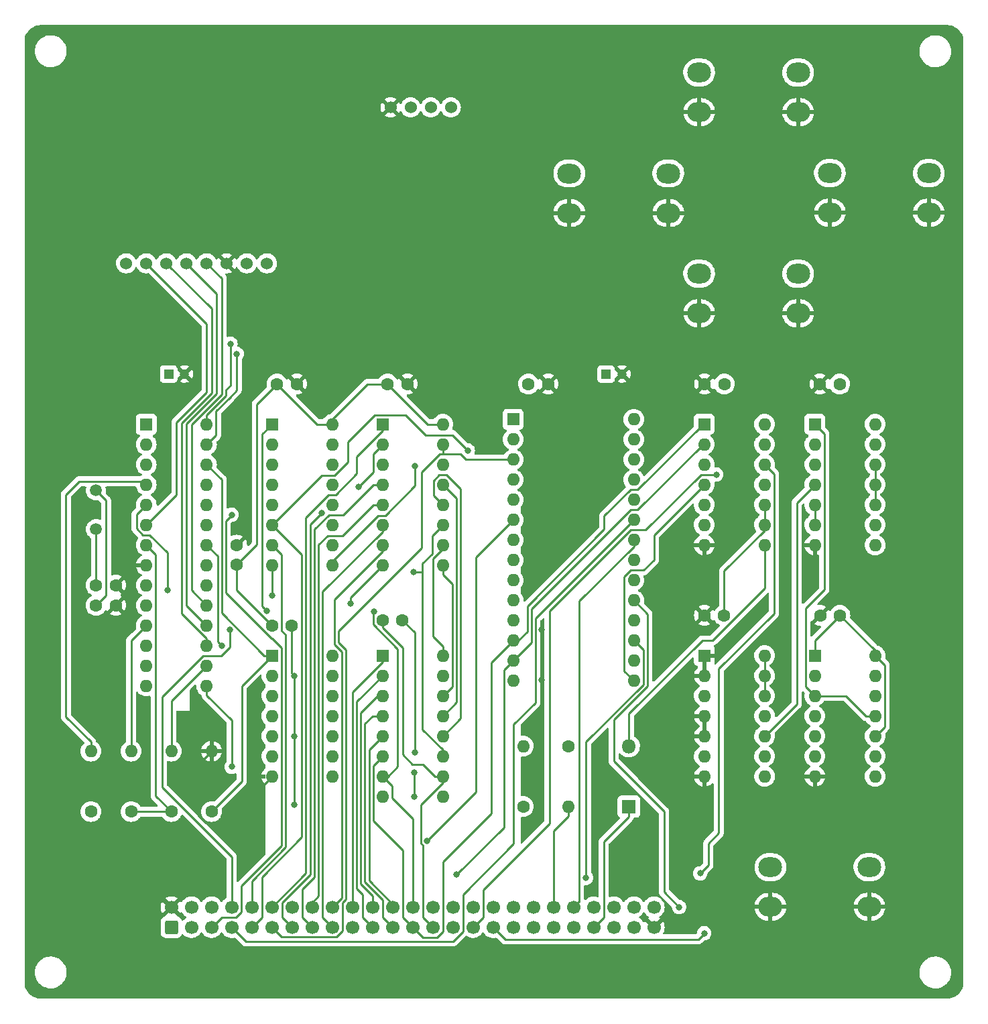
<source format=gtl>
G04 #@! TF.GenerationSoftware,KiCad,Pcbnew,(6.0.2-0)*
G04 #@! TF.CreationDate,2023-05-16T15:47:16+01:00*
G04 #@! TF.ProjectId,cpc6128_rom_board,63706336-3132-4385-9f72-6f6d5f626f61,1*
G04 #@! TF.SameCoordinates,Original*
G04 #@! TF.FileFunction,Copper,L1,Top*
G04 #@! TF.FilePolarity,Positive*
%FSLAX46Y46*%
G04 Gerber Fmt 4.6, Leading zero omitted, Abs format (unit mm)*
G04 Created by KiCad (PCBNEW (6.0.2-0)) date 2023-05-16 15:47:16*
%MOMM*%
%LPD*%
G01*
G04 APERTURE LIST*
G04 Aperture macros list*
%AMRoundRect*
0 Rectangle with rounded corners*
0 $1 Rounding radius*
0 $2 $3 $4 $5 $6 $7 $8 $9 X,Y pos of 4 corners*
0 Add a 4 corners polygon primitive as box body*
4,1,4,$2,$3,$4,$5,$6,$7,$8,$9,$2,$3,0*
0 Add four circle primitives for the rounded corners*
1,1,$1+$1,$2,$3*
1,1,$1+$1,$4,$5*
1,1,$1+$1,$6,$7*
1,1,$1+$1,$8,$9*
0 Add four rect primitives between the rounded corners*
20,1,$1+$1,$2,$3,$4,$5,0*
20,1,$1+$1,$4,$5,$6,$7,0*
20,1,$1+$1,$6,$7,$8,$9,0*
20,1,$1+$1,$8,$9,$2,$3,0*%
G04 Aperture macros list end*
G04 #@! TA.AperFunction,ComponentPad*
%ADD10C,1.600000*%
G04 #@! TD*
G04 #@! TA.AperFunction,ComponentPad*
%ADD11O,3.000000X2.500000*%
G04 #@! TD*
G04 #@! TA.AperFunction,ComponentPad*
%ADD12R,1.600000X1.600000*%
G04 #@! TD*
G04 #@! TA.AperFunction,ComponentPad*
%ADD13O,1.600000X1.600000*%
G04 #@! TD*
G04 #@! TA.AperFunction,ComponentPad*
%ADD14RoundRect,0.250000X0.600000X-0.600000X0.600000X0.600000X-0.600000X0.600000X-0.600000X-0.600000X0*%
G04 #@! TD*
G04 #@! TA.AperFunction,ComponentPad*
%ADD15C,1.700000*%
G04 #@! TD*
G04 #@! TA.AperFunction,ComponentPad*
%ADD16C,1.500000*%
G04 #@! TD*
G04 #@! TA.AperFunction,ComponentPad*
%ADD17R,1.800000X1.800000*%
G04 #@! TD*
G04 #@! TA.AperFunction,ComponentPad*
%ADD18O,1.800000X1.800000*%
G04 #@! TD*
G04 #@! TA.AperFunction,ComponentPad*
%ADD19C,1.524000*%
G04 #@! TD*
G04 #@! TA.AperFunction,ComponentPad*
%ADD20R,1.200000X1.200000*%
G04 #@! TD*
G04 #@! TA.AperFunction,ComponentPad*
%ADD21C,1.200000*%
G04 #@! TD*
G04 #@! TA.AperFunction,ViaPad*
%ADD22C,0.800000*%
G04 #@! TD*
G04 #@! TA.AperFunction,Conductor*
%ADD23C,0.254000*%
G04 #@! TD*
G04 APERTURE END LIST*
D10*
X69870000Y-110490000D03*
X72370000Y-110490000D03*
D11*
X107425000Y-53420000D03*
X119925000Y-53420000D03*
X107425000Y-58420000D03*
X119925000Y-58420000D03*
D12*
X83820000Y-114300000D03*
D13*
X83820000Y-116840000D03*
X83820000Y-119380000D03*
X83820000Y-121920000D03*
X83820000Y-124460000D03*
X83820000Y-127000000D03*
X83820000Y-129540000D03*
X83820000Y-132080000D03*
X91440000Y-132080000D03*
X91440000Y-129540000D03*
X91440000Y-127000000D03*
X91440000Y-124460000D03*
X91440000Y-121920000D03*
X91440000Y-119380000D03*
X91440000Y-116840000D03*
X91440000Y-114300000D03*
D11*
X145325000Y-141010000D03*
X132825000Y-141010000D03*
X132825000Y-146010000D03*
X145325000Y-146010000D03*
D10*
X52070000Y-133985000D03*
D13*
X52070000Y-126365000D03*
D14*
X57150000Y-148590000D03*
D15*
X57150000Y-146050000D03*
X59690000Y-148590000D03*
X59690000Y-146050000D03*
X62230000Y-148590000D03*
X62230000Y-146050000D03*
X64770000Y-148590000D03*
X64770000Y-146050000D03*
X67310000Y-148590000D03*
X67310000Y-146050000D03*
X69850000Y-148590000D03*
X69850000Y-146050000D03*
X72390000Y-148590000D03*
X72390000Y-146050000D03*
X74930000Y-148590000D03*
X74930000Y-146050000D03*
X77470000Y-148590000D03*
X77470000Y-146050000D03*
X80010000Y-148590000D03*
X80010000Y-146050000D03*
X82550000Y-148590000D03*
X82550000Y-146050000D03*
X85090000Y-148590000D03*
X85090000Y-146050000D03*
X87630000Y-148590000D03*
X87630000Y-146050000D03*
X90170000Y-148590000D03*
X90170000Y-146050000D03*
X92710000Y-148590000D03*
X92710000Y-146050000D03*
X95250000Y-148590000D03*
X95250000Y-146050000D03*
X97790000Y-148590000D03*
X97790000Y-146050000D03*
X100330000Y-148590000D03*
X100330000Y-146050000D03*
X102870000Y-148590000D03*
X102870000Y-146050000D03*
X105410000Y-148590000D03*
X105410000Y-146050000D03*
X107950000Y-148590000D03*
X107950000Y-146050000D03*
X110490000Y-148590000D03*
X110490000Y-146050000D03*
X113030000Y-148590000D03*
X113030000Y-146050000D03*
X115570000Y-148590000D03*
X115570000Y-146050000D03*
X118110000Y-148590000D03*
X118110000Y-146050000D03*
D10*
X62230000Y-133985000D03*
D13*
X62230000Y-126365000D03*
D10*
X70505000Y-80010000D03*
X73005000Y-80010000D03*
D12*
X83820000Y-85090000D03*
D13*
X83820000Y-87630000D03*
X83820000Y-90170000D03*
X83820000Y-92710000D03*
X83820000Y-95250000D03*
X83820000Y-97790000D03*
X83820000Y-100330000D03*
X83820000Y-102870000D03*
X91440000Y-102870000D03*
X91440000Y-100330000D03*
X91440000Y-97790000D03*
X91440000Y-95250000D03*
X91440000Y-92710000D03*
X91440000Y-90170000D03*
X91440000Y-87630000D03*
X91440000Y-85090000D03*
D10*
X46990000Y-133985000D03*
D13*
X46990000Y-126365000D03*
D16*
X47625000Y-98335000D03*
X47625000Y-93435000D03*
D10*
X84475000Y-80010000D03*
X86975000Y-80010000D03*
D12*
X69850000Y-85090000D03*
D13*
X69850000Y-87630000D03*
X69850000Y-90170000D03*
X69850000Y-92710000D03*
X69850000Y-95250000D03*
X69850000Y-97790000D03*
X69850000Y-100330000D03*
X69850000Y-102870000D03*
X77470000Y-102870000D03*
X77470000Y-100330000D03*
X77470000Y-97790000D03*
X77470000Y-95250000D03*
X77470000Y-92710000D03*
X77470000Y-90170000D03*
X77470000Y-87630000D03*
X77470000Y-85090000D03*
D17*
X114935000Y-133350000D03*
D18*
X114935000Y-125730000D03*
D11*
X123825000Y-40680000D03*
X136325000Y-40680000D03*
X136325000Y-45680000D03*
X123825000Y-45680000D03*
D10*
X83840000Y-109855000D03*
X86340000Y-109855000D03*
X47645000Y-105410000D03*
X50145000Y-105410000D03*
X47645000Y-107950000D03*
X50145000Y-107950000D03*
D12*
X53985000Y-85100000D03*
D13*
X53985000Y-87640000D03*
X53985000Y-90180000D03*
X53985000Y-92720000D03*
X53985000Y-95260000D03*
X53985000Y-97800000D03*
X53985000Y-100340000D03*
X53985000Y-102880000D03*
X53985000Y-105420000D03*
X53985000Y-107960000D03*
X53985000Y-110500000D03*
X53985000Y-113040000D03*
X53985000Y-115580000D03*
X53985000Y-118120000D03*
X61605000Y-118120000D03*
X61605000Y-115580000D03*
X61605000Y-113040000D03*
X61605000Y-110500000D03*
X61605000Y-107960000D03*
X61605000Y-105420000D03*
X61605000Y-102880000D03*
X61605000Y-100340000D03*
X61605000Y-97800000D03*
X61605000Y-95260000D03*
X61605000Y-92720000D03*
X61605000Y-90180000D03*
X61605000Y-87640000D03*
X61605000Y-85100000D03*
D12*
X138430000Y-114300000D03*
D13*
X138430000Y-116840000D03*
X138430000Y-119380000D03*
X138430000Y-121920000D03*
X138430000Y-124460000D03*
X138430000Y-127000000D03*
X138430000Y-129540000D03*
X146050000Y-129540000D03*
X146050000Y-127000000D03*
X146050000Y-124460000D03*
X146050000Y-121920000D03*
X146050000Y-119380000D03*
X146050000Y-116840000D03*
X146050000Y-114300000D03*
D10*
X107315000Y-125730000D03*
D13*
X107315000Y-133350000D03*
D10*
X102255000Y-80010000D03*
X104755000Y-80010000D03*
D12*
X138430000Y-85090000D03*
D13*
X138430000Y-87630000D03*
X138430000Y-90170000D03*
X138430000Y-92710000D03*
X138430000Y-95250000D03*
X138430000Y-97790000D03*
X138430000Y-100330000D03*
X146050000Y-100330000D03*
X146050000Y-97790000D03*
X146050000Y-95250000D03*
X146050000Y-92710000D03*
X146050000Y-90170000D03*
X146050000Y-87630000D03*
X146050000Y-85090000D03*
D10*
X124480000Y-109220000D03*
X126980000Y-109220000D03*
D12*
X100325000Y-84465000D03*
D13*
X100325000Y-87005000D03*
X100325000Y-89545000D03*
X100325000Y-92085000D03*
X100325000Y-94625000D03*
X100325000Y-97165000D03*
X100325000Y-99705000D03*
X100325000Y-102245000D03*
X100325000Y-104785000D03*
X100325000Y-107325000D03*
X100325000Y-109865000D03*
X100325000Y-112405000D03*
X100325000Y-114945000D03*
X100325000Y-117485000D03*
X115565000Y-117485000D03*
X115565000Y-114945000D03*
X115565000Y-112405000D03*
X115565000Y-109865000D03*
X115565000Y-107325000D03*
X115565000Y-104785000D03*
X115565000Y-102245000D03*
X115565000Y-99705000D03*
X115565000Y-97165000D03*
X115565000Y-94625000D03*
X115565000Y-92085000D03*
X115565000Y-89545000D03*
X115565000Y-87005000D03*
X115565000Y-84465000D03*
D19*
X69215000Y-64770000D03*
X66675000Y-64770000D03*
X64135000Y-64770000D03*
X61595000Y-64770000D03*
X59055000Y-64770000D03*
X56515000Y-64770000D03*
X53975000Y-64770000D03*
X51435000Y-64770000D03*
D12*
X69850000Y-114300000D03*
D13*
X69850000Y-116840000D03*
X69850000Y-119380000D03*
X69850000Y-121920000D03*
X69850000Y-124460000D03*
X69850000Y-127000000D03*
X69850000Y-129540000D03*
X77470000Y-129540000D03*
X77470000Y-127000000D03*
X77470000Y-124460000D03*
X77470000Y-121920000D03*
X77470000Y-119380000D03*
X77470000Y-116840000D03*
X77470000Y-114300000D03*
D20*
X112057400Y-78740000D03*
D21*
X114057400Y-78740000D03*
D12*
X124470000Y-114295000D03*
D13*
X124470000Y-116835000D03*
X124470000Y-119375000D03*
X124470000Y-121915000D03*
X124470000Y-124455000D03*
X124470000Y-126995000D03*
X124470000Y-129535000D03*
X132090000Y-129535000D03*
X132090000Y-126995000D03*
X132090000Y-124455000D03*
X132090000Y-121915000D03*
X132090000Y-119375000D03*
X132090000Y-116835000D03*
X132090000Y-114295000D03*
D19*
X84836000Y-45085000D03*
X87376000Y-45085000D03*
X89916000Y-45085000D03*
X92456000Y-45085000D03*
D11*
X140335000Y-53380000D03*
X152835000Y-53380000D03*
X152835000Y-58380000D03*
X140335000Y-58380000D03*
D10*
X124500000Y-80010000D03*
X127000000Y-80010000D03*
D12*
X124460000Y-85090000D03*
D13*
X124460000Y-87630000D03*
X124460000Y-90170000D03*
X124460000Y-92710000D03*
X124460000Y-95250000D03*
X124460000Y-97790000D03*
X124460000Y-100330000D03*
X132080000Y-100330000D03*
X132080000Y-97790000D03*
X132080000Y-95250000D03*
X132080000Y-92710000D03*
X132080000Y-90170000D03*
X132080000Y-87630000D03*
X132080000Y-85090000D03*
D20*
X56812400Y-78740000D03*
D21*
X58812400Y-78740000D03*
D11*
X136325000Y-66080000D03*
X123825000Y-66080000D03*
X136325000Y-71080000D03*
X123825000Y-71080000D03*
D10*
X139065000Y-80010000D03*
X141565000Y-80010000D03*
X101600000Y-133350000D03*
D13*
X101600000Y-125730000D03*
D10*
X139105000Y-109220000D03*
X141605000Y-109220000D03*
X65405000Y-102850000D03*
X65405000Y-100350000D03*
X57150000Y-133985000D03*
D13*
X57150000Y-126365000D03*
D22*
X63500000Y-113030000D03*
X72644000Y-116840000D03*
X103904500Y-117348000D03*
X87884000Y-126510500D03*
X87840103Y-132123897D03*
X79756000Y-107696000D03*
X72644000Y-133096000D03*
X72644000Y-124460000D03*
X87840103Y-129075897D03*
X69850000Y-106680000D03*
X103904500Y-110998000D03*
X64624500Y-74930000D03*
X65405000Y-76200000D03*
X123952000Y-141790500D03*
X69179900Y-108646500D03*
X64770000Y-96520000D03*
X64527200Y-111063100D03*
X94591700Y-88395700D03*
X80773000Y-93014100D03*
X76168000Y-96303700D03*
X89473900Y-137690000D03*
X121285000Y-146050000D03*
X109534400Y-142342400D03*
X93168700Y-141952200D03*
X82774700Y-108708500D03*
X125984000Y-91440000D03*
X124460000Y-149352000D03*
X64770000Y-128336100D03*
X56660500Y-106045000D03*
X87789400Y-103754100D03*
X87933300Y-90386700D03*
D23*
X47645000Y-105410000D02*
X47625000Y-105390000D01*
X47625000Y-105390000D02*
X47625000Y-98335000D01*
X87884000Y-111399000D02*
X86340000Y-109855000D01*
X63500000Y-113030000D02*
X62992480Y-112522480D01*
X69850000Y-129540000D02*
X64008000Y-135382000D01*
X64008000Y-135382000D02*
X61468000Y-135382000D01*
X72644000Y-124460000D02*
X72644000Y-133096000D01*
X62992480Y-112522480D02*
X62992480Y-101727480D01*
X72370000Y-116566000D02*
X72644000Y-116840000D01*
X72370000Y-110490000D02*
X72370000Y-116566000D01*
X60452000Y-128143000D02*
X62230000Y-126365000D01*
X87840103Y-132123897D02*
X87840103Y-129075897D01*
X69850000Y-106680000D02*
X69850000Y-102870000D01*
X87884000Y-126510500D02*
X87884000Y-111399000D01*
X83820000Y-102870000D02*
X79756000Y-106934000D01*
X61468000Y-135382000D02*
X60452000Y-134366000D01*
X72644000Y-116840000D02*
X72644000Y-124460000D01*
X62992480Y-101727480D02*
X61605000Y-100340000D01*
X60452000Y-134366000D02*
X60452000Y-128143000D01*
X79756000Y-106934000D02*
X79756000Y-107696000D01*
X103904500Y-110998000D02*
X103904500Y-117348000D01*
X47645000Y-107950000D02*
X48895000Y-106700000D01*
X48895000Y-94705000D02*
X47625000Y-93435000D01*
X48895000Y-106700000D02*
X48895000Y-94705000D01*
X114935000Y-134631100D02*
X111760000Y-137806100D01*
X111760000Y-147320000D02*
X110490000Y-148590000D01*
X111760000Y-137806100D02*
X111760000Y-147320000D01*
X114935000Y-133350000D02*
X114935000Y-134631100D01*
X138430000Y-97790000D02*
X138430000Y-95250000D01*
X132080000Y-100330000D02*
X132080000Y-105817300D01*
X124202700Y-112387200D02*
X114935000Y-121654900D01*
X132080000Y-105817300D02*
X125510100Y-112387200D01*
X125510100Y-112387200D02*
X124202700Y-112387200D01*
X114935000Y-121654900D02*
X114935000Y-125730000D01*
X87576845Y-128016000D02*
X88900000Y-128016000D01*
X91440000Y-113118900D02*
X90217300Y-111896200D01*
X126980000Y-109220000D02*
X126980000Y-103614500D01*
X84475000Y-80010000D02*
X89555000Y-85090000D01*
X67945000Y-100310000D02*
X67945000Y-82570000D01*
X89555000Y-85090000D02*
X91440000Y-85090000D01*
X55173700Y-101528700D02*
X53985000Y-100340000D01*
X147238900Y-123271100D02*
X147238900Y-115488900D01*
X147238900Y-115488900D02*
X146050000Y-114300000D01*
X65405000Y-102850000D02*
X65405000Y-106025000D01*
X138430000Y-112395000D02*
X138430000Y-114300000D01*
X146050000Y-114300000D02*
X146050000Y-113665000D01*
X90217300Y-102043942D02*
X91440000Y-100821242D01*
X88900000Y-147320000D02*
X90170000Y-148590000D01*
X91440000Y-130354000D02*
X88692800Y-133101200D01*
X57150000Y-133985000D02*
X55173700Y-132008700D01*
X83840000Y-110764000D02*
X86360000Y-113284000D01*
X132080000Y-95250000D02*
X132080000Y-97790000D01*
X132090000Y-114295000D02*
X132090000Y-116835000D01*
X91440000Y-114300000D02*
X91440000Y-113118900D01*
X86360000Y-126799155D02*
X87576845Y-128016000D01*
X81915000Y-80010000D02*
X84475000Y-80010000D01*
X86360000Y-113284000D02*
X86360000Y-126799155D01*
X91440000Y-129540000D02*
X91440000Y-130354000D01*
X67945000Y-82570000D02*
X70505000Y-80010000D01*
X132080000Y-98514500D02*
X132080000Y-97790000D01*
X55173700Y-132008700D02*
X55173700Y-101528700D01*
X65405000Y-102850000D02*
X67945000Y-100310000D01*
X88900000Y-128016000D02*
X90424000Y-129540000D01*
X132090000Y-116835000D02*
X132090000Y-119375000D01*
X146050000Y-124460000D02*
X147238900Y-123271100D01*
X83840000Y-109855000D02*
X83840000Y-110764000D01*
X75585000Y-85090000D02*
X77470000Y-85090000D01*
X88900000Y-138220700D02*
X88900000Y-147320000D01*
X90424000Y-129540000D02*
X91440000Y-129540000D01*
X91440000Y-100821242D02*
X91440000Y-100330000D01*
X90217300Y-111896200D02*
X90217300Y-102043942D01*
X141605000Y-109220000D02*
X138430000Y-112395000D01*
X65405000Y-106025000D02*
X69870000Y-110490000D01*
X70505000Y-80010000D02*
X75585000Y-85090000D01*
X126980000Y-103614500D02*
X132080000Y-98514500D01*
X146050000Y-113665000D02*
X141605000Y-109220000D01*
X88692800Y-133101200D02*
X88692800Y-138013500D01*
X77470000Y-84455000D02*
X81915000Y-80010000D01*
X77470000Y-85090000D02*
X77470000Y-84455000D01*
X52070000Y-133985000D02*
X57150000Y-133985000D01*
X88692800Y-138013500D02*
X88900000Y-138220700D01*
X64007520Y-80772480D02*
X64007520Y-81516379D01*
X64624500Y-80155500D02*
X64007520Y-80772480D01*
X64624500Y-74930000D02*
X64624500Y-80155500D01*
X64007520Y-81516379D02*
X61605000Y-83918900D01*
X61605000Y-83918900D02*
X61605000Y-85100000D01*
X64515040Y-81726601D02*
X62785511Y-83456131D01*
X65405000Y-76200000D02*
X65405000Y-80803750D01*
X62785511Y-83456131D02*
X62785511Y-86459489D01*
X64515040Y-81693710D02*
X64515040Y-81726601D01*
X62785511Y-86459489D02*
X61605000Y-87640000D01*
X65405000Y-80803750D02*
X64515040Y-81693710D01*
X123952000Y-141790500D02*
X124968000Y-140774500D01*
X124968000Y-140774500D02*
X124968000Y-138025100D01*
X133271500Y-108971300D02*
X133271500Y-91361500D01*
X126297200Y-115945600D02*
X133271500Y-108971300D01*
X124968000Y-138025100D02*
X126297200Y-136695900D01*
X126297200Y-136695900D02*
X126297200Y-115945600D01*
X133271500Y-91361500D02*
X132080000Y-90170000D01*
X69179900Y-108646500D02*
X68638000Y-108104600D01*
X68638000Y-108104600D02*
X68638000Y-86302000D01*
X68638000Y-86302000D02*
X69850000Y-85090000D01*
X66001200Y-146636500D02*
X65317700Y-147320000D01*
X71062900Y-138279100D02*
X66001200Y-143340800D01*
X63500000Y-147320000D02*
X62230000Y-148590000D01*
X64770000Y-96520000D02*
X64007520Y-97282480D01*
X71062900Y-113347100D02*
X71062900Y-138279100D01*
X69768200Y-112133500D02*
X69849300Y-112133500D01*
X64007520Y-106372820D02*
X69768200Y-112133500D01*
X65317700Y-147320000D02*
X63500000Y-147320000D01*
X64007520Y-97282480D02*
X64007520Y-106372820D01*
X66001200Y-143340800D02*
X66001200Y-146636500D01*
X69849300Y-112133500D02*
X71062900Y-113347100D01*
X66563000Y-150383000D02*
X64770000Y-148590000D01*
X93980000Y-144444000D02*
X93980000Y-149112900D01*
X93980000Y-149112900D02*
X92709900Y-150383000D01*
X100377900Y-138046100D02*
X93980000Y-144444000D01*
X103124000Y-120244700D02*
X100377900Y-122990800D01*
X115565000Y-97165000D02*
X103124000Y-109606000D01*
X103124000Y-109606000D02*
X103124000Y-120244700D01*
X92709900Y-150383000D02*
X66563000Y-150383000D01*
X100377900Y-122990800D02*
X100377900Y-138046100D01*
X55956500Y-130886500D02*
X64770000Y-139700000D01*
X55956500Y-119504300D02*
X55956500Y-130886500D01*
X64527200Y-111063100D02*
X64527200Y-113272800D01*
X63490000Y-114310000D02*
X61150800Y-114310000D01*
X64527200Y-113272800D02*
X63490000Y-114310000D01*
X61150800Y-114310000D02*
X55956500Y-119504300D01*
X64770000Y-139700000D02*
X64770000Y-146050000D01*
X68579900Y-147320100D02*
X68579900Y-142240100D01*
X92632300Y-86436300D02*
X94591700Y-88395700D01*
X77787111Y-91529489D02*
X79426700Y-89889900D01*
X82843900Y-83908800D02*
X86703400Y-83908800D01*
X67310000Y-148590000D02*
X68579900Y-147320100D01*
X89230900Y-86436300D02*
X92632300Y-86436300D01*
X79426700Y-89889900D02*
X79426700Y-87326000D01*
X79426700Y-87326000D02*
X82843900Y-83908800D01*
X73593500Y-137226500D02*
X73593500Y-101533500D01*
X86703400Y-83908800D02*
X89230900Y-86436300D01*
X69850000Y-97790000D02*
X76110511Y-91529489D01*
X76110511Y-91529489D02*
X77787111Y-91529489D01*
X68579900Y-142240100D02*
X73593500Y-137226500D01*
X73593500Y-101533500D02*
X69850000Y-97790000D01*
X71597500Y-111697600D02*
X71597500Y-138463200D01*
X67310000Y-142750700D02*
X67310000Y-146050000D01*
X71051200Y-111151300D02*
X71597500Y-111697600D01*
X71597500Y-138463200D02*
X67310000Y-142750700D01*
X71051200Y-101531200D02*
X71051200Y-111151300D01*
X69850000Y-100330000D02*
X71051200Y-101531200D01*
X94366700Y-89545000D02*
X93632800Y-88811100D01*
X88727600Y-91154400D02*
X88727600Y-100695700D01*
X91440000Y-87630000D02*
X91440000Y-88811100D01*
X79158031Y-113600794D02*
X79158031Y-145079711D01*
X88727600Y-100695700D02*
X78231520Y-111191780D01*
X100325000Y-89545000D02*
X94366700Y-89545000D01*
X77981000Y-149821300D02*
X71081300Y-149821300D01*
X91440000Y-88811100D02*
X91070900Y-88811100D01*
X78231520Y-112674283D02*
X79158031Y-113600794D01*
X91070900Y-88811100D02*
X88727600Y-91154400D01*
X78231520Y-111191780D02*
X78231520Y-112674283D01*
X78740000Y-149062300D02*
X77981000Y-149821300D01*
X78740000Y-145497742D02*
X78740000Y-149062300D01*
X71081300Y-149821300D02*
X69850000Y-148590000D01*
X79158031Y-145079711D02*
X78740000Y-145497742D01*
X93632800Y-88811100D02*
X91440000Y-88811100D01*
X76987300Y-93980000D02*
X77885300Y-93980000D01*
X77885300Y-93980000D02*
X80528400Y-91336900D01*
X80528400Y-91336900D02*
X80528400Y-89193600D01*
X74102700Y-96864600D02*
X76987300Y-93980000D01*
X83820000Y-85902000D02*
X83820000Y-85090000D01*
X74102700Y-141797300D02*
X74102700Y-96864600D01*
X69850000Y-146050000D02*
X74102700Y-141797300D01*
X80528400Y-89193600D02*
X83820000Y-85902000D01*
X82639489Y-88810511D02*
X82639489Y-91147611D01*
X71120000Y-145498700D02*
X71120000Y-147320000D01*
X76168000Y-96303700D02*
X74722100Y-97749600D01*
X71120000Y-147320000D02*
X72390000Y-148590000D01*
X74722100Y-97749600D02*
X74722100Y-141896600D01*
X83820000Y-87630000D02*
X82639489Y-88810511D01*
X82639489Y-91147611D02*
X80773000Y-93014100D01*
X74722100Y-141896600D02*
X71120000Y-145498700D01*
X95620300Y-101869700D02*
X95620300Y-131543600D01*
X95620300Y-131543600D02*
X89473900Y-137690000D01*
X100325000Y-97165000D02*
X95620300Y-101869700D01*
X73660000Y-147320000D02*
X73660000Y-143810300D01*
X77056300Y-96520000D02*
X78828900Y-96520000D01*
X83820000Y-92710000D02*
X82638900Y-92710000D01*
X78828900Y-96520000D02*
X82638900Y-92710000D01*
X75230300Y-98346000D02*
X77056300Y-96520000D01*
X73660000Y-143810300D02*
X75230300Y-142240000D01*
X74930000Y-148590000D02*
X73660000Y-147320000D01*
X75230300Y-142240000D02*
X75230300Y-98346000D01*
X78754400Y-99134500D02*
X82638900Y-95250000D01*
X75738500Y-100267000D02*
X76871000Y-99134500D01*
X76871000Y-99134500D02*
X78754400Y-99134500D01*
X82638900Y-95250000D02*
X83820000Y-95250000D01*
X75738500Y-144653500D02*
X75738500Y-100267000D01*
X74930000Y-146050000D02*
X74930000Y-145462000D01*
X74930000Y-145462000D02*
X75738500Y-144653500D01*
X76246600Y-144864000D02*
X76246600Y-106232900D01*
X77470000Y-148590000D02*
X76200000Y-147320000D01*
X83820000Y-98659500D02*
X83820000Y-97790000D01*
X76246600Y-106232900D02*
X83820000Y-98659500D01*
X76200000Y-147320000D02*
X76200000Y-144910600D01*
X76200000Y-144910600D02*
X76246600Y-144864000D01*
X77724000Y-107238000D02*
X77724000Y-112884504D01*
X78650511Y-144869489D02*
X77470000Y-146050000D01*
X83820000Y-101142000D02*
X77724000Y-107238000D01*
X77724000Y-112884504D02*
X78650511Y-113811015D01*
X83820000Y-100330000D02*
X83820000Y-101142000D01*
X78650511Y-113811015D02*
X78650511Y-144869489D01*
X119380000Y-144145000D02*
X119380000Y-133985000D01*
X117296000Y-109056000D02*
X115565000Y-107325000D01*
X113030000Y-127635000D02*
X113030000Y-122409100D01*
X117296000Y-118143100D02*
X117296000Y-109056000D01*
X121285000Y-146050000D02*
X119380000Y-144145000D01*
X119380000Y-133985000D02*
X113030000Y-127635000D01*
X113030000Y-122409100D02*
X117296000Y-118143100D01*
X83820000Y-115112000D02*
X80010000Y-118922000D01*
X80010000Y-118922000D02*
X80010000Y-146050000D01*
X83820000Y-114300000D02*
X83820000Y-115112000D01*
X116768400Y-117952000D02*
X109534400Y-125186000D01*
X115565000Y-112405000D02*
X116768400Y-113608400D01*
X116768400Y-113608400D02*
X116768400Y-117952000D01*
X80536900Y-120123100D02*
X80536900Y-143694400D01*
X80536900Y-143694400D02*
X81280000Y-144437500D01*
X81280000Y-144437500D02*
X81280000Y-147320000D01*
X81280000Y-147320000D02*
X82550000Y-148590000D01*
X109534400Y-125186000D02*
X109534400Y-142342400D01*
X83820000Y-116840000D02*
X80536900Y-120123100D01*
X83185000Y-119380000D02*
X83820000Y-119380000D01*
X81063700Y-143116500D02*
X81063700Y-121501300D01*
X82550000Y-144602800D02*
X81063700Y-143116500D01*
X81063700Y-121501300D02*
X83185000Y-119380000D01*
X82550000Y-146050000D02*
X82550000Y-144602800D01*
X82550000Y-121920000D02*
X83820000Y-121920000D01*
X115153500Y-103515000D02*
X116830000Y-103515000D01*
X85090000Y-148590000D02*
X83820000Y-147320000D01*
X81571900Y-142906100D02*
X81571900Y-122898100D01*
X118110000Y-102235000D02*
X118110000Y-99060000D01*
X83820000Y-145154200D02*
X81571900Y-142906100D01*
X115565000Y-117485000D02*
X114340500Y-116260500D01*
X114340500Y-104328000D02*
X115153500Y-103515000D01*
X118110000Y-99060000D02*
X124460000Y-92710000D01*
X116830000Y-103515000D02*
X118110000Y-102235000D01*
X83820000Y-147320000D02*
X83820000Y-145154200D01*
X114340500Y-116260500D02*
X114340500Y-104328000D01*
X81571900Y-122898100D02*
X82550000Y-121920000D01*
X99143900Y-135977000D02*
X93168700Y-141952200D01*
X102616000Y-112654000D02*
X100325000Y-114945000D01*
X102616000Y-108419500D02*
X102616000Y-112654000D01*
X82119100Y-126160900D02*
X83820000Y-124460000D01*
X82119100Y-142734700D02*
X82119100Y-126160900D01*
X124328200Y-87630000D02*
X116063200Y-95895000D01*
X124460000Y-87630000D02*
X124328200Y-87630000D01*
X99143900Y-116126100D02*
X99143900Y-135977000D01*
X116063200Y-95895000D02*
X115140500Y-95895000D01*
X85090000Y-145705600D02*
X82119100Y-142734700D01*
X115140500Y-95895000D02*
X102616000Y-108419500D01*
X85090000Y-146050000D02*
X85090000Y-145705600D01*
X100325000Y-114945000D02*
X99143900Y-116126100D01*
X86360000Y-147320000D02*
X86360000Y-138859500D01*
X102108000Y-111252000D02*
X100955000Y-112405000D01*
X91440000Y-140312600D02*
X91440000Y-149137900D01*
X86360000Y-138859500D02*
X82631000Y-135130500D01*
X97561900Y-134190700D02*
X91440000Y-140312600D01*
X88914800Y-149874800D02*
X87630000Y-148590000D01*
X111822000Y-98363000D02*
X102108000Y-108077000D01*
X87630000Y-148590000D02*
X86360000Y-147320000D01*
X91440000Y-149137900D02*
X90703100Y-149874800D01*
X102108000Y-108077000D02*
X102108000Y-111252000D01*
X124460000Y-85090000D02*
X124328400Y-85090000D01*
X97561900Y-115168100D02*
X97561900Y-134190700D01*
X82631000Y-128189000D02*
X83820000Y-127000000D01*
X115142300Y-93355000D02*
X111822000Y-96675300D01*
X100955000Y-112405000D02*
X100325000Y-112405000D01*
X111822000Y-96675300D02*
X111822000Y-98363000D01*
X124328400Y-85090000D02*
X116063400Y-93355000D01*
X100325000Y-112405000D02*
X97561900Y-115168100D01*
X82631000Y-135130500D02*
X82631000Y-128189000D01*
X116063400Y-93355000D02*
X115142300Y-93355000D01*
X90703100Y-149874800D02*
X88914800Y-149874800D01*
X82774700Y-108708500D02*
X82638800Y-108844400D01*
X83820000Y-129540000D02*
X84492800Y-129540000D01*
X85000511Y-130720511D02*
X83820000Y-129540000D01*
X82638800Y-108844400D02*
X82638800Y-110364300D01*
X82638800Y-110364300D02*
X85725000Y-113450500D01*
X85725000Y-113450500D02*
X85725000Y-128307800D01*
X87630000Y-146050000D02*
X87630000Y-134874000D01*
X85725000Y-128307800D02*
X84492800Y-129540000D01*
X87630000Y-134874000D02*
X85000511Y-132244511D01*
X85000511Y-132244511D02*
X85000511Y-130720511D01*
X125984000Y-91440000D02*
X124045500Y-91440000D01*
X117050500Y-98435000D02*
X115152100Y-98435000D01*
X96520000Y-143846600D02*
X96520000Y-147320000D01*
X124045500Y-91440000D02*
X117050500Y-98435000D01*
X104901800Y-135464800D02*
X96520000Y-143846600D01*
X115152100Y-98435000D02*
X104901800Y-108685300D01*
X104901800Y-108685300D02*
X104901800Y-135464800D01*
X96520000Y-147320000D02*
X95250000Y-148590000D01*
X123698000Y-150114000D02*
X99314000Y-150114000D01*
X99314000Y-150114000D02*
X97790000Y-148590000D01*
X124460000Y-149352000D02*
X123698000Y-150114000D01*
X63500000Y-92075000D02*
X61605000Y-90180000D01*
X69850000Y-114300000D02*
X66040000Y-118110000D01*
X69850000Y-114300000D02*
X68868700Y-114300000D01*
X63500000Y-108931300D02*
X63500000Y-92075000D01*
X66040000Y-118110000D02*
X66040000Y-130175000D01*
X66040000Y-130175000D02*
X62230000Y-133985000D01*
X68868700Y-114300000D02*
X63500000Y-108931300D01*
X64770000Y-122466100D02*
X61605000Y-119301100D01*
X64770000Y-128336100D02*
X64770000Y-122466100D01*
X61605000Y-119301100D02*
X61605000Y-118120000D01*
X105410000Y-136436100D02*
X105410000Y-146050000D01*
X107315000Y-134531100D02*
X105410000Y-136436100D01*
X107315000Y-133350000D02*
X107315000Y-134531100D01*
X115565000Y-100517000D02*
X108656000Y-107426000D01*
X108656000Y-107426000D02*
X108656000Y-145344000D01*
X115565000Y-99705000D02*
X115565000Y-100517000D01*
X108656000Y-145344000D02*
X107950000Y-146050000D01*
X63500000Y-66675000D02*
X63500000Y-81306158D01*
X59690000Y-85116158D02*
X59690000Y-106045000D01*
X63500000Y-81306158D02*
X59690000Y-85116158D01*
X61595000Y-64770000D02*
X63500000Y-66675000D01*
X59690000Y-106045000D02*
X61605000Y-107960000D01*
X59055000Y-107950000D02*
X59055000Y-85033416D01*
X59055000Y-85033416D02*
X62865000Y-81223416D01*
X62865000Y-68580000D02*
X59055000Y-64770000D01*
X61605000Y-110500000D02*
X59055000Y-107950000D01*
X62865000Y-81223416D02*
X62865000Y-68580000D01*
X62230000Y-70485000D02*
X56515000Y-64770000D01*
X61605000Y-112169496D02*
X58420000Y-108984496D01*
X62230000Y-81140674D02*
X62230000Y-70485000D01*
X61605000Y-113040000D02*
X61605000Y-112169496D01*
X58420000Y-84950674D02*
X62230000Y-81140674D01*
X58420000Y-108984496D02*
X58420000Y-84950674D01*
X57785000Y-94000000D02*
X53985000Y-97800000D01*
X53975000Y-64770000D02*
X61595000Y-72390000D01*
X61595000Y-81057932D02*
X57785000Y-84867932D01*
X57785000Y-84867932D02*
X57785000Y-94000000D01*
X61595000Y-72390000D02*
X61595000Y-81057932D01*
X53569489Y-92304489D02*
X53985000Y-92720000D01*
X43815000Y-93980000D02*
X45490511Y-92304489D01*
X46990000Y-126365000D02*
X46990000Y-125183900D01*
X45490511Y-92304489D02*
X53569489Y-92304489D01*
X46990000Y-125183900D02*
X43815000Y-122008900D01*
X43815000Y-122008900D02*
X43815000Y-93980000D01*
X53985000Y-110500000D02*
X52070000Y-112415000D01*
X52070000Y-112415000D02*
X52070000Y-126365000D01*
X57150000Y-126365000D02*
X57150000Y-120015000D01*
X61585000Y-115580000D02*
X61605000Y-115580000D01*
X57150000Y-120015000D02*
X61585000Y-115580000D01*
X93160800Y-94430800D02*
X91440000Y-92710000D01*
X93160800Y-120199200D02*
X93160800Y-94430800D01*
X91440000Y-121920000D02*
X93160800Y-120199200D01*
X52763400Y-98262400D02*
X52763400Y-96481600D01*
X56660500Y-106045000D02*
X56660500Y-101304700D01*
X52763400Y-96481600D02*
X53985000Y-95260000D01*
X56660500Y-101304700D02*
X54425800Y-99070000D01*
X54425800Y-99070000D02*
X53571000Y-99070000D01*
X53571000Y-99070000D02*
X52763400Y-98262400D01*
X93678500Y-122221500D02*
X93678500Y-93244900D01*
X90252700Y-94062700D02*
X91440000Y-95250000D01*
X91440000Y-124460000D02*
X93678500Y-122221500D01*
X93678500Y-93244900D02*
X91924500Y-91490900D01*
X91924500Y-91490900D02*
X90956500Y-91490900D01*
X90956500Y-91490900D02*
X90252700Y-92194700D01*
X90252700Y-92194700D02*
X90252700Y-94062700D01*
X91440000Y-97790000D02*
X90081200Y-99148800D01*
X91440000Y-126186000D02*
X91440000Y-127000000D01*
X87789400Y-103754100D02*
X88876400Y-103754100D01*
X90081200Y-99148800D02*
X90081200Y-101462300D01*
X88876400Y-123622400D02*
X91440000Y-126186000D01*
X88876400Y-102667100D02*
X88876400Y-103754100D01*
X88876400Y-103754100D02*
X88876400Y-123622400D01*
X90081200Y-101462300D02*
X88876400Y-102667100D01*
X142328900Y-119380000D02*
X138430000Y-119380000D01*
X139614600Y-105987700D02*
X137241000Y-108361300D01*
X137241000Y-108361300D02*
X137241000Y-118191000D01*
X138430000Y-85090000D02*
X139614600Y-86274600D01*
X137241000Y-118191000D02*
X138430000Y-119380000D01*
X146050000Y-121920000D02*
X144868900Y-121920000D01*
X144868900Y-121920000D02*
X142328900Y-119380000D01*
X139614600Y-86274600D02*
X139614600Y-105987700D01*
X87933300Y-92846300D02*
X87933300Y-90386700D01*
X77470000Y-102371200D02*
X83241800Y-96599400D01*
X83241800Y-96599400D02*
X84180200Y-96599400D01*
X77470000Y-102870000D02*
X77470000Y-102371200D01*
X84180200Y-96599400D02*
X87933300Y-92846300D01*
X92635000Y-118185000D02*
X91440000Y-119380000D01*
X92635000Y-105246100D02*
X92635000Y-118185000D01*
X91440000Y-104051100D02*
X92635000Y-105246100D01*
X91440000Y-102870000D02*
X91440000Y-104051100D01*
X132090000Y-124455000D02*
X136144000Y-120401000D01*
X136144000Y-120401000D02*
X136144000Y-94996000D01*
X136144000Y-94996000D02*
X138430000Y-92710000D01*
X146050000Y-90170000D02*
X146050000Y-92710000D01*
X146050000Y-92710000D02*
X146050000Y-95250000D01*
G04 #@! TA.AperFunction,Conductor*
G36*
X155145006Y-34690551D02*
G01*
X155159807Y-34692856D01*
X155159810Y-34692856D01*
X155168679Y-34694237D01*
X155184948Y-34692110D01*
X155209516Y-34691317D01*
X155431934Y-34705895D01*
X155448275Y-34708046D01*
X155692773Y-34756680D01*
X155708692Y-34760946D01*
X155944739Y-34841073D01*
X155959966Y-34847380D01*
X156183541Y-34957635D01*
X156197814Y-34965876D01*
X156405082Y-35104367D01*
X156418159Y-35114400D01*
X156605581Y-35278765D01*
X156617235Y-35290419D01*
X156781600Y-35477841D01*
X156791633Y-35490918D01*
X156930124Y-35698186D01*
X156938365Y-35712459D01*
X157048620Y-35936034D01*
X157054927Y-35951261D01*
X157135054Y-36187308D01*
X157139320Y-36203227D01*
X157187954Y-36447724D01*
X157190105Y-36464065D01*
X157204213Y-36679319D01*
X157203188Y-36702355D01*
X157203145Y-36705905D01*
X157201763Y-36714781D01*
X157203403Y-36727321D01*
X157205885Y-36746302D01*
X157206949Y-36762640D01*
X157206949Y-155525672D01*
X157205449Y-155545056D01*
X157201763Y-155568730D01*
X157203890Y-155584999D01*
X157204683Y-155609567D01*
X157190105Y-155831985D01*
X157187954Y-155848326D01*
X157139320Y-156092824D01*
X157135054Y-156108743D01*
X157054927Y-156344790D01*
X157048620Y-156360017D01*
X156938365Y-156583592D01*
X156930124Y-156597865D01*
X156791633Y-156805133D01*
X156781600Y-156818210D01*
X156617235Y-157005632D01*
X156605581Y-157017286D01*
X156418159Y-157181651D01*
X156405082Y-157191684D01*
X156197814Y-157330175D01*
X156183541Y-157338416D01*
X155959966Y-157448671D01*
X155944739Y-157454978D01*
X155708692Y-157535105D01*
X155692773Y-157539371D01*
X155448276Y-157588005D01*
X155431935Y-157590156D01*
X155216681Y-157604264D01*
X155193645Y-157603239D01*
X155190095Y-157603196D01*
X155181219Y-157601814D01*
X155152711Y-157605542D01*
X155149698Y-157605936D01*
X155133360Y-157607000D01*
X40689328Y-157607000D01*
X40669943Y-157605500D01*
X40655142Y-157603195D01*
X40655139Y-157603195D01*
X40646270Y-157601814D01*
X40630001Y-157603941D01*
X40605433Y-157604734D01*
X40383015Y-157590156D01*
X40366674Y-157588005D01*
X40122176Y-157539371D01*
X40106257Y-157535105D01*
X39870210Y-157454978D01*
X39854983Y-157448671D01*
X39631408Y-157338416D01*
X39617135Y-157330175D01*
X39409867Y-157191684D01*
X39396790Y-157181651D01*
X39209368Y-157017286D01*
X39197714Y-157005632D01*
X39033349Y-156818210D01*
X39023316Y-156805133D01*
X38884825Y-156597865D01*
X38876584Y-156583592D01*
X38766329Y-156360017D01*
X38760022Y-156344790D01*
X38679895Y-156108743D01*
X38675629Y-156092824D01*
X38626995Y-155848327D01*
X38624844Y-155831986D01*
X38610736Y-155616732D01*
X38611761Y-155593696D01*
X38611804Y-155590146D01*
X38613186Y-155581270D01*
X38609064Y-155549748D01*
X38608000Y-155533411D01*
X38608000Y-154236733D01*
X39897822Y-154236733D01*
X39907625Y-154517458D01*
X39908387Y-154521781D01*
X39908388Y-154521788D01*
X39932164Y-154656624D01*
X39956402Y-154794087D01*
X40043203Y-155061235D01*
X40166340Y-155313702D01*
X40168795Y-155317341D01*
X40168798Y-155317347D01*
X40241890Y-155425710D01*
X40323415Y-155546576D01*
X40326360Y-155549847D01*
X40326361Y-155549848D01*
X40349008Y-155575000D01*
X40511371Y-155755322D01*
X40726550Y-155935879D01*
X40964764Y-156084731D01*
X41221375Y-156198982D01*
X41491390Y-156276407D01*
X41495740Y-156277018D01*
X41495743Y-156277019D01*
X41598690Y-156291487D01*
X41769552Y-156315500D01*
X41980146Y-156315500D01*
X41982332Y-156315347D01*
X41982336Y-156315347D01*
X42185827Y-156301118D01*
X42185832Y-156301117D01*
X42190212Y-156300811D01*
X42464970Y-156242409D01*
X42469099Y-156240906D01*
X42469103Y-156240905D01*
X42724781Y-156147846D01*
X42724785Y-156147844D01*
X42728926Y-156146337D01*
X42976942Y-156014464D01*
X43081896Y-155938211D01*
X43200629Y-155851947D01*
X43200632Y-155851944D01*
X43204192Y-155849358D01*
X43213646Y-155840229D01*
X43403087Y-155657287D01*
X43406252Y-155654231D01*
X43579188Y-155432882D01*
X43581384Y-155429078D01*
X43581389Y-155429071D01*
X43717435Y-155193431D01*
X43719636Y-155189619D01*
X43824862Y-154929176D01*
X43858544Y-154794087D01*
X43891753Y-154660893D01*
X43891754Y-154660888D01*
X43892817Y-154656624D01*
X43922178Y-154377267D01*
X43917271Y-154236733D01*
X151640722Y-154236733D01*
X151650525Y-154517458D01*
X151651287Y-154521781D01*
X151651288Y-154521788D01*
X151675064Y-154656624D01*
X151699302Y-154794087D01*
X151786103Y-155061235D01*
X151909240Y-155313702D01*
X151911695Y-155317341D01*
X151911698Y-155317347D01*
X151984790Y-155425710D01*
X152066315Y-155546576D01*
X152069260Y-155549847D01*
X152069261Y-155549848D01*
X152091908Y-155575000D01*
X152254271Y-155755322D01*
X152469450Y-155935879D01*
X152707664Y-156084731D01*
X152964275Y-156198982D01*
X153234290Y-156276407D01*
X153238640Y-156277018D01*
X153238643Y-156277019D01*
X153341590Y-156291487D01*
X153512452Y-156315500D01*
X153723046Y-156315500D01*
X153725232Y-156315347D01*
X153725236Y-156315347D01*
X153928727Y-156301118D01*
X153928732Y-156301117D01*
X153933112Y-156300811D01*
X154207870Y-156242409D01*
X154211999Y-156240906D01*
X154212003Y-156240905D01*
X154467681Y-156147846D01*
X154467685Y-156147844D01*
X154471826Y-156146337D01*
X154719842Y-156014464D01*
X154824796Y-155938211D01*
X154943529Y-155851947D01*
X154943532Y-155851944D01*
X154947092Y-155849358D01*
X154956546Y-155840229D01*
X155145987Y-155657287D01*
X155149152Y-155654231D01*
X155322088Y-155432882D01*
X155324284Y-155429078D01*
X155324289Y-155429071D01*
X155460335Y-155193431D01*
X155462536Y-155189619D01*
X155567762Y-154929176D01*
X155601444Y-154794087D01*
X155634653Y-154660893D01*
X155634654Y-154660888D01*
X155635717Y-154656624D01*
X155665078Y-154377267D01*
X155655275Y-154096542D01*
X155631508Y-153961749D01*
X155607260Y-153824236D01*
X155606498Y-153819913D01*
X155519697Y-153552765D01*
X155396560Y-153300298D01*
X155394105Y-153296659D01*
X155394102Y-153296653D01*
X155313835Y-153177653D01*
X155239485Y-153067424D01*
X155051529Y-152858678D01*
X154836350Y-152678121D01*
X154598136Y-152529269D01*
X154341525Y-152415018D01*
X154071510Y-152337593D01*
X154067160Y-152336982D01*
X154067157Y-152336981D01*
X153964210Y-152322513D01*
X153793348Y-152298500D01*
X153582754Y-152298500D01*
X153580568Y-152298653D01*
X153580564Y-152298653D01*
X153377073Y-152312882D01*
X153377068Y-152312883D01*
X153372688Y-152313189D01*
X153097930Y-152371591D01*
X153093801Y-152373094D01*
X153093797Y-152373095D01*
X152838119Y-152466154D01*
X152838115Y-152466156D01*
X152833974Y-152467663D01*
X152585958Y-152599536D01*
X152582399Y-152602122D01*
X152582397Y-152602123D01*
X152477795Y-152678121D01*
X152358708Y-152764642D01*
X152156648Y-152959769D01*
X151983712Y-153181118D01*
X151981516Y-153184922D01*
X151981511Y-153184929D01*
X151867694Y-153382067D01*
X151843264Y-153424381D01*
X151738038Y-153684824D01*
X151736973Y-153689097D01*
X151736972Y-153689099D01*
X151703279Y-153824236D01*
X151670083Y-153957376D01*
X151640722Y-154236733D01*
X43917271Y-154236733D01*
X43912375Y-154096542D01*
X43888608Y-153961749D01*
X43864360Y-153824236D01*
X43863598Y-153819913D01*
X43776797Y-153552765D01*
X43653660Y-153300298D01*
X43651205Y-153296659D01*
X43651202Y-153296653D01*
X43570935Y-153177653D01*
X43496585Y-153067424D01*
X43308629Y-152858678D01*
X43093450Y-152678121D01*
X42855236Y-152529269D01*
X42598625Y-152415018D01*
X42328610Y-152337593D01*
X42324260Y-152336982D01*
X42324257Y-152336981D01*
X42221310Y-152322513D01*
X42050448Y-152298500D01*
X41839854Y-152298500D01*
X41837668Y-152298653D01*
X41837664Y-152298653D01*
X41634173Y-152312882D01*
X41634168Y-152312883D01*
X41629788Y-152313189D01*
X41355030Y-152371591D01*
X41350901Y-152373094D01*
X41350897Y-152373095D01*
X41095219Y-152466154D01*
X41095215Y-152466156D01*
X41091074Y-152467663D01*
X40843058Y-152599536D01*
X40839499Y-152602122D01*
X40839497Y-152602123D01*
X40734895Y-152678121D01*
X40615808Y-152764642D01*
X40413748Y-152959769D01*
X40240812Y-153181118D01*
X40238616Y-153184922D01*
X40238611Y-153184929D01*
X40124794Y-153382067D01*
X40100364Y-153424381D01*
X39995138Y-153684824D01*
X39994073Y-153689097D01*
X39994072Y-153689099D01*
X39960379Y-153824236D01*
X39927183Y-153957376D01*
X39897822Y-154236733D01*
X38608000Y-154236733D01*
X38608000Y-146021863D01*
X55788050Y-146021863D01*
X55800309Y-146234477D01*
X55801745Y-146244697D01*
X55848565Y-146452446D01*
X55851645Y-146462275D01*
X55931770Y-146659603D01*
X55936413Y-146668794D01*
X56016460Y-146799420D01*
X56026916Y-146808880D01*
X56035694Y-146805096D01*
X56777978Y-146062812D01*
X56785592Y-146048868D01*
X56785461Y-146047035D01*
X56781210Y-146040420D01*
X56039849Y-145299059D01*
X56028313Y-145292759D01*
X56016031Y-145302382D01*
X55968089Y-145372662D01*
X55963004Y-145381613D01*
X55873338Y-145574783D01*
X55869775Y-145584470D01*
X55812864Y-145789681D01*
X55810933Y-145799800D01*
X55788302Y-146011574D01*
X55788050Y-146021863D01*
X38608000Y-146021863D01*
X38608000Y-144926427D01*
X56391223Y-144926427D01*
X56397968Y-144938758D01*
X57137188Y-145677978D01*
X57151132Y-145685592D01*
X57152965Y-145685461D01*
X57159580Y-145681210D01*
X57903389Y-144937401D01*
X57910410Y-144924544D01*
X57903611Y-144915213D01*
X57899554Y-144912518D01*
X57713117Y-144809599D01*
X57703705Y-144805369D01*
X57502959Y-144734280D01*
X57492989Y-144731646D01*
X57283327Y-144694301D01*
X57273073Y-144693331D01*
X57060116Y-144690728D01*
X57049832Y-144691448D01*
X56839321Y-144723661D01*
X56829293Y-144726050D01*
X56626868Y-144792212D01*
X56617359Y-144796209D01*
X56428466Y-144894540D01*
X56419734Y-144900039D01*
X56399677Y-144915099D01*
X56391223Y-144926427D01*
X38608000Y-144926427D01*
X38608000Y-133985000D01*
X45676502Y-133985000D01*
X45696457Y-134213087D01*
X45697881Y-134218400D01*
X45697881Y-134218402D01*
X45747229Y-134402568D01*
X45755716Y-134434243D01*
X45758039Y-134439224D01*
X45758039Y-134439225D01*
X45850151Y-134636762D01*
X45850154Y-134636767D01*
X45852477Y-134641749D01*
X45889924Y-134695229D01*
X45975600Y-134817586D01*
X45983802Y-134829300D01*
X46145700Y-134991198D01*
X46150208Y-134994355D01*
X46150211Y-134994357D01*
X46215321Y-135039947D01*
X46333251Y-135122523D01*
X46338233Y-135124846D01*
X46338238Y-135124849D01*
X46535775Y-135216961D01*
X46540757Y-135219284D01*
X46546065Y-135220706D01*
X46546067Y-135220707D01*
X46756598Y-135277119D01*
X46756600Y-135277119D01*
X46761913Y-135278543D01*
X46990000Y-135298498D01*
X47218087Y-135278543D01*
X47223400Y-135277119D01*
X47223402Y-135277119D01*
X47433933Y-135220707D01*
X47433935Y-135220706D01*
X47439243Y-135219284D01*
X47444225Y-135216961D01*
X47641762Y-135124849D01*
X47641767Y-135124846D01*
X47646749Y-135122523D01*
X47764679Y-135039947D01*
X47829789Y-134994357D01*
X47829792Y-134994355D01*
X47834300Y-134991198D01*
X47996198Y-134829300D01*
X48004401Y-134817586D01*
X48090076Y-134695229D01*
X48127523Y-134641749D01*
X48129846Y-134636767D01*
X48129849Y-134636762D01*
X48221961Y-134439225D01*
X48221961Y-134439224D01*
X48224284Y-134434243D01*
X48232772Y-134402568D01*
X48282119Y-134218402D01*
X48282119Y-134218400D01*
X48283543Y-134213087D01*
X48303498Y-133985000D01*
X48283543Y-133756913D01*
X48267138Y-133695688D01*
X48225707Y-133541067D01*
X48225706Y-133541065D01*
X48224284Y-133535757D01*
X48148643Y-133373543D01*
X48129849Y-133333238D01*
X48129846Y-133333233D01*
X48127523Y-133328251D01*
X47996198Y-133140700D01*
X47834300Y-132978802D01*
X47829792Y-132975645D01*
X47829789Y-132975643D01*
X47730424Y-132906067D01*
X47646749Y-132847477D01*
X47641767Y-132845154D01*
X47641762Y-132845151D01*
X47444225Y-132753039D01*
X47444224Y-132753039D01*
X47439243Y-132750716D01*
X47433935Y-132749294D01*
X47433933Y-132749293D01*
X47223402Y-132692881D01*
X47223400Y-132692881D01*
X47218087Y-132691457D01*
X46990000Y-132671502D01*
X46761913Y-132691457D01*
X46756600Y-132692881D01*
X46756598Y-132692881D01*
X46546067Y-132749293D01*
X46546065Y-132749294D01*
X46540757Y-132750716D01*
X46535776Y-132753039D01*
X46535775Y-132753039D01*
X46338238Y-132845151D01*
X46338233Y-132845154D01*
X46333251Y-132847477D01*
X46249576Y-132906067D01*
X46150211Y-132975643D01*
X46150208Y-132975645D01*
X46145700Y-132978802D01*
X45983802Y-133140700D01*
X45852477Y-133328251D01*
X45850154Y-133333233D01*
X45850151Y-133333238D01*
X45831357Y-133373543D01*
X45755716Y-133535757D01*
X45754294Y-133541065D01*
X45754293Y-133541067D01*
X45712862Y-133695688D01*
X45696457Y-133756913D01*
X45676502Y-133985000D01*
X38608000Y-133985000D01*
X38608000Y-93959879D01*
X43174765Y-93959879D01*
X43175511Y-93967771D01*
X43178941Y-94004056D01*
X43179500Y-94015914D01*
X43179500Y-121929880D01*
X43178970Y-121941114D01*
X43177292Y-121948619D01*
X43177541Y-121956538D01*
X43179438Y-122016912D01*
X43179500Y-122020869D01*
X43179500Y-122048883D01*
X43179996Y-122052808D01*
X43179996Y-122052809D01*
X43180008Y-122052904D01*
X43180941Y-122064749D01*
X43182335Y-122109105D01*
X43184547Y-122116717D01*
X43188013Y-122128648D01*
X43192023Y-122148012D01*
X43194573Y-122168199D01*
X43197489Y-122175563D01*
X43197490Y-122175568D01*
X43210907Y-122209456D01*
X43214752Y-122220685D01*
X43227131Y-122263293D01*
X43231169Y-122270120D01*
X43231170Y-122270123D01*
X43237488Y-122280806D01*
X43246188Y-122298564D01*
X43250761Y-122310115D01*
X43250765Y-122310121D01*
X43253681Y-122317488D01*
X43258339Y-122323899D01*
X43258340Y-122323901D01*
X43279764Y-122353388D01*
X43286281Y-122363310D01*
X43304826Y-122394668D01*
X43304829Y-122394672D01*
X43308866Y-122401498D01*
X43323250Y-122415882D01*
X43336091Y-122430916D01*
X43348058Y-122447387D01*
X43354166Y-122452440D01*
X43382255Y-122475677D01*
X43391035Y-122483667D01*
X46116841Y-125209474D01*
X46150866Y-125271784D01*
X46145801Y-125342599D01*
X46116840Y-125387662D01*
X45983802Y-125520700D01*
X45980645Y-125525208D01*
X45980643Y-125525211D01*
X45936026Y-125588931D01*
X45852477Y-125708251D01*
X45850154Y-125713233D01*
X45850151Y-125713238D01*
X45758039Y-125910775D01*
X45755716Y-125915757D01*
X45754294Y-125921065D01*
X45754293Y-125921067D01*
X45706756Y-126098478D01*
X45696457Y-126136913D01*
X45676502Y-126365000D01*
X45696457Y-126593087D01*
X45697881Y-126598400D01*
X45697881Y-126598402D01*
X45744374Y-126771913D01*
X45755716Y-126814243D01*
X45758039Y-126819224D01*
X45758039Y-126819225D01*
X45850151Y-127016762D01*
X45850154Y-127016767D01*
X45852477Y-127021749D01*
X45896515Y-127084641D01*
X45944214Y-127152762D01*
X45983802Y-127209300D01*
X46145700Y-127371198D01*
X46150208Y-127374355D01*
X46150211Y-127374357D01*
X46188094Y-127400883D01*
X46333251Y-127502523D01*
X46338233Y-127504846D01*
X46338238Y-127504849D01*
X46505059Y-127582638D01*
X46540757Y-127599284D01*
X46546065Y-127600706D01*
X46546067Y-127600707D01*
X46756598Y-127657119D01*
X46756600Y-127657119D01*
X46761913Y-127658543D01*
X46990000Y-127678498D01*
X47218087Y-127658543D01*
X47223400Y-127657119D01*
X47223402Y-127657119D01*
X47433933Y-127600707D01*
X47433935Y-127600706D01*
X47439243Y-127599284D01*
X47474941Y-127582638D01*
X47641762Y-127504849D01*
X47641767Y-127504846D01*
X47646749Y-127502523D01*
X47791906Y-127400883D01*
X47829789Y-127374357D01*
X47829792Y-127374355D01*
X47834300Y-127371198D01*
X47996198Y-127209300D01*
X48035787Y-127152762D01*
X48083485Y-127084641D01*
X48127523Y-127021749D01*
X48129846Y-127016767D01*
X48129849Y-127016762D01*
X48221961Y-126819225D01*
X48221961Y-126819224D01*
X48224284Y-126814243D01*
X48235627Y-126771913D01*
X48282119Y-126598402D01*
X48282119Y-126598400D01*
X48283543Y-126593087D01*
X48303498Y-126365000D01*
X48283543Y-126136913D01*
X48273244Y-126098478D01*
X48225707Y-125921067D01*
X48225706Y-125921065D01*
X48224284Y-125915757D01*
X48221961Y-125910775D01*
X48129849Y-125713238D01*
X48129846Y-125713233D01*
X48127523Y-125708251D01*
X48043974Y-125588931D01*
X47999357Y-125525211D01*
X47999355Y-125525208D01*
X47996198Y-125520700D01*
X47834300Y-125358802D01*
X47829792Y-125355645D01*
X47829789Y-125355643D01*
X47730424Y-125286067D01*
X47679229Y-125250220D01*
X47634901Y-125194763D01*
X47626441Y-125151786D01*
X47625749Y-125151830D01*
X47625500Y-125147873D01*
X47625500Y-125143917D01*
X47624992Y-125139896D01*
X47624058Y-125128044D01*
X47622914Y-125091618D01*
X47622914Y-125091617D01*
X47622665Y-125083695D01*
X47616987Y-125064151D01*
X47612977Y-125044788D01*
X47611420Y-125032460D01*
X47611420Y-125032458D01*
X47610427Y-125024601D01*
X47607511Y-125017237D01*
X47607510Y-125017232D01*
X47594093Y-124983344D01*
X47590248Y-124972115D01*
X47580081Y-124937122D01*
X47577869Y-124929507D01*
X47568831Y-124914225D01*
X47567512Y-124911994D01*
X47558812Y-124894236D01*
X47554239Y-124882685D01*
X47554235Y-124882679D01*
X47551319Y-124875312D01*
X47525234Y-124839409D01*
X47518719Y-124829490D01*
X47500174Y-124798132D01*
X47500171Y-124798128D01*
X47496134Y-124791302D01*
X47481750Y-124776918D01*
X47468909Y-124761884D01*
X47461602Y-124751827D01*
X47456942Y-124745413D01*
X47422744Y-124717122D01*
X47413965Y-124709133D01*
X44487405Y-121782572D01*
X44453379Y-121720260D01*
X44450500Y-121693477D01*
X44450500Y-94295422D01*
X44470502Y-94227301D01*
X44487405Y-94206327D01*
X45716838Y-92976894D01*
X45779150Y-92942868D01*
X45805933Y-92939989D01*
X46290536Y-92939989D01*
X46358657Y-92959991D01*
X46405150Y-93013647D01*
X46415254Y-93083921D01*
X46412243Y-93098601D01*
X46380885Y-93215629D01*
X46361693Y-93435000D01*
X46380885Y-93654371D01*
X46437880Y-93867076D01*
X46473883Y-93944284D01*
X46528618Y-94061666D01*
X46528621Y-94061671D01*
X46530944Y-94066653D01*
X46534100Y-94071160D01*
X46534101Y-94071162D01*
X46653963Y-94242342D01*
X46657251Y-94247038D01*
X46812962Y-94402749D01*
X46817471Y-94405906D01*
X46817473Y-94405908D01*
X46861977Y-94437070D01*
X46993346Y-94529056D01*
X47192924Y-94622120D01*
X47405629Y-94679115D01*
X47625000Y-94698307D01*
X47844371Y-94679115D01*
X47873488Y-94671313D01*
X47944465Y-94673003D01*
X47995193Y-94703925D01*
X48222595Y-94931327D01*
X48256621Y-94993639D01*
X48259500Y-95020422D01*
X48259500Y-97044491D01*
X48239498Y-97112612D01*
X48185842Y-97159105D01*
X48115568Y-97169209D01*
X48080251Y-97158686D01*
X48062066Y-97150206D01*
X48062058Y-97150203D01*
X48057076Y-97147880D01*
X47844371Y-97090885D01*
X47625000Y-97071693D01*
X47405629Y-97090885D01*
X47192924Y-97147880D01*
X47147184Y-97169209D01*
X46998334Y-97238618D01*
X46998329Y-97238621D01*
X46993347Y-97240944D01*
X46988840Y-97244100D01*
X46988838Y-97244101D01*
X46817473Y-97364092D01*
X46817470Y-97364094D01*
X46812962Y-97367251D01*
X46657251Y-97522962D01*
X46654094Y-97527470D01*
X46654092Y-97527473D01*
X46626140Y-97567393D01*
X46530944Y-97703347D01*
X46528621Y-97708329D01*
X46528618Y-97708334D01*
X46493090Y-97784525D01*
X46437880Y-97902924D01*
X46380885Y-98115629D01*
X46361693Y-98335000D01*
X46380885Y-98554371D01*
X46437880Y-98767076D01*
X46444513Y-98781300D01*
X46528618Y-98961666D01*
X46528621Y-98961671D01*
X46530944Y-98966653D01*
X46534100Y-98971160D01*
X46534101Y-98971162D01*
X46652469Y-99140208D01*
X46657251Y-99147038D01*
X46812962Y-99302749D01*
X46817471Y-99305906D01*
X46817473Y-99305908D01*
X46935771Y-99388741D01*
X46980099Y-99444198D01*
X46989500Y-99491954D01*
X46989500Y-104206011D01*
X46969498Y-104274132D01*
X46935771Y-104309224D01*
X46805211Y-104400643D01*
X46805208Y-104400645D01*
X46800700Y-104403802D01*
X46638802Y-104565700D01*
X46635645Y-104570208D01*
X46635643Y-104570211D01*
X46616836Y-104597070D01*
X46507477Y-104753251D01*
X46505154Y-104758233D01*
X46505151Y-104758238D01*
X46500488Y-104768238D01*
X46410716Y-104960757D01*
X46409294Y-104966065D01*
X46409293Y-104966067D01*
X46352881Y-105176598D01*
X46351457Y-105181913D01*
X46331502Y-105410000D01*
X46351457Y-105638087D01*
X46352881Y-105643400D01*
X46352881Y-105643402D01*
X46374603Y-105724467D01*
X46410716Y-105859243D01*
X46413039Y-105864224D01*
X46413039Y-105864225D01*
X46505151Y-106061762D01*
X46505154Y-106061767D01*
X46507477Y-106066749D01*
X46569891Y-106155885D01*
X46625238Y-106234928D01*
X46638802Y-106254300D01*
X46800700Y-106416198D01*
X46805208Y-106419355D01*
X46805211Y-106419357D01*
X46856449Y-106455234D01*
X46988251Y-106547523D01*
X46993233Y-106549846D01*
X46993238Y-106549849D01*
X47027457Y-106565805D01*
X47080742Y-106612722D01*
X47100203Y-106680999D01*
X47079661Y-106748959D01*
X47027457Y-106794195D01*
X46993238Y-106810151D01*
X46993233Y-106810154D01*
X46988251Y-106812477D01*
X46918248Y-106861494D01*
X46805211Y-106940643D01*
X46805208Y-106940645D01*
X46800700Y-106943802D01*
X46638802Y-107105700D01*
X46635645Y-107110208D01*
X46635643Y-107110211D01*
X46605543Y-107153199D01*
X46507477Y-107293251D01*
X46505154Y-107298233D01*
X46505151Y-107298238D01*
X46416805Y-107487698D01*
X46410716Y-107500757D01*
X46409294Y-107506065D01*
X46409293Y-107506067D01*
X46354326Y-107711206D01*
X46351457Y-107721913D01*
X46331502Y-107950000D01*
X46351457Y-108178087D01*
X46352881Y-108183400D01*
X46352881Y-108183402D01*
X46408565Y-108391214D01*
X46410716Y-108399243D01*
X46413039Y-108404224D01*
X46413039Y-108404225D01*
X46505151Y-108601762D01*
X46505154Y-108601767D01*
X46507477Y-108606749D01*
X46551926Y-108670229D01*
X46631654Y-108784091D01*
X46638802Y-108794300D01*
X46800700Y-108956198D01*
X46805208Y-108959355D01*
X46805211Y-108959357D01*
X46858207Y-108996465D01*
X46988251Y-109087523D01*
X46993233Y-109089846D01*
X46993238Y-109089849D01*
X47189765Y-109181490D01*
X47195757Y-109184284D01*
X47201065Y-109185706D01*
X47201067Y-109185707D01*
X47411598Y-109242119D01*
X47411600Y-109242119D01*
X47416913Y-109243543D01*
X47645000Y-109263498D01*
X47873087Y-109243543D01*
X47878400Y-109242119D01*
X47878402Y-109242119D01*
X48088933Y-109185707D01*
X48088935Y-109185706D01*
X48094243Y-109184284D01*
X48100235Y-109181490D01*
X48296762Y-109089849D01*
X48296767Y-109089846D01*
X48301749Y-109087523D01*
X48375243Y-109036062D01*
X49423493Y-109036062D01*
X49432789Y-109048077D01*
X49483994Y-109083931D01*
X49493489Y-109089414D01*
X49690947Y-109181490D01*
X49701239Y-109185236D01*
X49911688Y-109241625D01*
X49922481Y-109243528D01*
X50139525Y-109262517D01*
X50150475Y-109262517D01*
X50367519Y-109243528D01*
X50378312Y-109241625D01*
X50588761Y-109185236D01*
X50599053Y-109181490D01*
X50796511Y-109089414D01*
X50806006Y-109083931D01*
X50858048Y-109047491D01*
X50866424Y-109037012D01*
X50859356Y-109023566D01*
X50157812Y-108322022D01*
X50143868Y-108314408D01*
X50142035Y-108314539D01*
X50135420Y-108318790D01*
X49429923Y-109024287D01*
X49423493Y-109036062D01*
X48375243Y-109036062D01*
X48431793Y-108996465D01*
X48484789Y-108959357D01*
X48484792Y-108959355D01*
X48489300Y-108956198D01*
X48651198Y-108794300D01*
X48658347Y-108784091D01*
X48738074Y-108670229D01*
X48782523Y-108606749D01*
X48784847Y-108601765D01*
X48786171Y-108599472D01*
X48837553Y-108550479D01*
X48907267Y-108537043D01*
X48973178Y-108563429D01*
X49004409Y-108599472D01*
X49011066Y-108611002D01*
X49047509Y-108663048D01*
X49057988Y-108671424D01*
X49071434Y-108664356D01*
X49784658Y-107951132D01*
X50509408Y-107951132D01*
X50509539Y-107952965D01*
X50513790Y-107959580D01*
X51219287Y-108665077D01*
X51231062Y-108671507D01*
X51243077Y-108662211D01*
X51278931Y-108611006D01*
X51284414Y-108601511D01*
X51376490Y-108404053D01*
X51380236Y-108393761D01*
X51436625Y-108183312D01*
X51438528Y-108172519D01*
X51457517Y-107955475D01*
X51457517Y-107944525D01*
X51438528Y-107727481D01*
X51436625Y-107716688D01*
X51380236Y-107506239D01*
X51376490Y-107495947D01*
X51284414Y-107298489D01*
X51278931Y-107288994D01*
X51242491Y-107236952D01*
X51232012Y-107228576D01*
X51218566Y-107235644D01*
X50517022Y-107937188D01*
X50509408Y-107951132D01*
X49784658Y-107951132D01*
X50860077Y-106875713D01*
X50866507Y-106863938D01*
X50857211Y-106851923D01*
X50806006Y-106816069D01*
X50796511Y-106810586D01*
X50761359Y-106794195D01*
X50708074Y-106747278D01*
X50688613Y-106679001D01*
X50709155Y-106611041D01*
X50761359Y-106565805D01*
X50796511Y-106549414D01*
X50806006Y-106543931D01*
X50858048Y-106507491D01*
X50866424Y-106497012D01*
X50859356Y-106483566D01*
X49874885Y-105499095D01*
X49840859Y-105436783D01*
X49842694Y-105411132D01*
X50509408Y-105411132D01*
X50509539Y-105412965D01*
X50513790Y-105419580D01*
X51219287Y-106125077D01*
X51231062Y-106131507D01*
X51243077Y-106122211D01*
X51278931Y-106071006D01*
X51284414Y-106061511D01*
X51376490Y-105864053D01*
X51380236Y-105853761D01*
X51436625Y-105643312D01*
X51438528Y-105632519D01*
X51457517Y-105415475D01*
X51457517Y-105404525D01*
X51438528Y-105187481D01*
X51436625Y-105176688D01*
X51380236Y-104966239D01*
X51376490Y-104955947D01*
X51284414Y-104758489D01*
X51278931Y-104748994D01*
X51242491Y-104696952D01*
X51232012Y-104688576D01*
X51218566Y-104695644D01*
X50517022Y-105397188D01*
X50509408Y-105411132D01*
X49842694Y-105411132D01*
X49845924Y-105365968D01*
X49874885Y-105320905D01*
X50860077Y-104335713D01*
X50866507Y-104323938D01*
X50857211Y-104311923D01*
X50806006Y-104276069D01*
X50796511Y-104270586D01*
X50599053Y-104178510D01*
X50588761Y-104174764D01*
X50378312Y-104118375D01*
X50367519Y-104116472D01*
X50150475Y-104097483D01*
X50139525Y-104097483D01*
X49922481Y-104116472D01*
X49911688Y-104118375D01*
X49701244Y-104174763D01*
X49699601Y-104175361D01*
X49698828Y-104175410D01*
X49695929Y-104176187D01*
X49695773Y-104175605D01*
X49628748Y-104179868D01*
X49566706Y-104145353D01*
X49533172Y-104082775D01*
X49530500Y-104056962D01*
X49530500Y-94784020D01*
X49531030Y-94772786D01*
X49532708Y-94765281D01*
X49530562Y-94696988D01*
X49530500Y-94693031D01*
X49530500Y-94665017D01*
X49529992Y-94660996D01*
X49529058Y-94649144D01*
X49527914Y-94612718D01*
X49527914Y-94612717D01*
X49527665Y-94604795D01*
X49521987Y-94585251D01*
X49517977Y-94565888D01*
X49516420Y-94553560D01*
X49516420Y-94553558D01*
X49515427Y-94545701D01*
X49512511Y-94538337D01*
X49512510Y-94538332D01*
X49499093Y-94504444D01*
X49495248Y-94493215D01*
X49485080Y-94458219D01*
X49482869Y-94450607D01*
X49472510Y-94433091D01*
X49463813Y-94415341D01*
X49456319Y-94396412D01*
X49430240Y-94360517D01*
X49423722Y-94350595D01*
X49405170Y-94319224D01*
X49405166Y-94319219D01*
X49401134Y-94312401D01*
X49386747Y-94298014D01*
X49373906Y-94282980D01*
X49366602Y-94272927D01*
X49361942Y-94266513D01*
X49327750Y-94238227D01*
X49318971Y-94230238D01*
X48893925Y-93805192D01*
X48859899Y-93742880D01*
X48861313Y-93683486D01*
X48869115Y-93654371D01*
X48888307Y-93435000D01*
X48869115Y-93215629D01*
X48837757Y-93098601D01*
X48839447Y-93027624D01*
X48879241Y-92968828D01*
X48944505Y-92940880D01*
X48959464Y-92939989D01*
X52592604Y-92939989D01*
X52660725Y-92959991D01*
X52707218Y-93013647D01*
X52714310Y-93033376D01*
X52750716Y-93169243D01*
X52753039Y-93174224D01*
X52753039Y-93174225D01*
X52845151Y-93371762D01*
X52845154Y-93371767D01*
X52847477Y-93376749D01*
X52905064Y-93458992D01*
X52975640Y-93559784D01*
X52978802Y-93564300D01*
X53140700Y-93726198D01*
X53145208Y-93729355D01*
X53145211Y-93729357D01*
X53199402Y-93767302D01*
X53328251Y-93857523D01*
X53333233Y-93859846D01*
X53333238Y-93859849D01*
X53367457Y-93875805D01*
X53420742Y-93922722D01*
X53440203Y-93990999D01*
X53419661Y-94058959D01*
X53367457Y-94104195D01*
X53333238Y-94120151D01*
X53333233Y-94120154D01*
X53328251Y-94122477D01*
X53244576Y-94181067D01*
X53145211Y-94250643D01*
X53145208Y-94250645D01*
X53140700Y-94253802D01*
X52978802Y-94415700D01*
X52975645Y-94420208D01*
X52975643Y-94420211D01*
X52956187Y-94447997D01*
X52847477Y-94603251D01*
X52845154Y-94608233D01*
X52845151Y-94608238D01*
X52755379Y-94800757D01*
X52750716Y-94810757D01*
X52749294Y-94816065D01*
X52749293Y-94816067D01*
X52693050Y-95025969D01*
X52691457Y-95031913D01*
X52671502Y-95260000D01*
X52691457Y-95488087D01*
X52692880Y-95493398D01*
X52692882Y-95493409D01*
X52707861Y-95549310D01*
X52706172Y-95620287D01*
X52675250Y-95671017D01*
X52369917Y-95976350D01*
X52361591Y-95983926D01*
X52355097Y-95988047D01*
X52349674Y-95993822D01*
X52308315Y-96037865D01*
X52305560Y-96040707D01*
X52285761Y-96060506D01*
X52283337Y-96063631D01*
X52283329Y-96063640D01*
X52283263Y-96063726D01*
X52275555Y-96072751D01*
X52245183Y-96105094D01*
X52241365Y-96112038D01*
X52241364Y-96112040D01*
X52235378Y-96122929D01*
X52224527Y-96139447D01*
X52212050Y-96155533D01*
X52194424Y-96196266D01*
X52189207Y-96206914D01*
X52167831Y-96245797D01*
X52165860Y-96253472D01*
X52165858Y-96253478D01*
X52162769Y-96265511D01*
X52156366Y-96284213D01*
X52148283Y-96302892D01*
X52144748Y-96325211D01*
X52141340Y-96346727D01*
X52138935Y-96358340D01*
X52127900Y-96401318D01*
X52127900Y-96421665D01*
X52126349Y-96441376D01*
X52123165Y-96461479D01*
X52123911Y-96469371D01*
X52127341Y-96505656D01*
X52127900Y-96517514D01*
X52127900Y-98183380D01*
X52127370Y-98194614D01*
X52125692Y-98202119D01*
X52125941Y-98210038D01*
X52127838Y-98270412D01*
X52127900Y-98274369D01*
X52127900Y-98302383D01*
X52128396Y-98306308D01*
X52128396Y-98306309D01*
X52128408Y-98306404D01*
X52129341Y-98318249D01*
X52130735Y-98362605D01*
X52132947Y-98370217D01*
X52136413Y-98382148D01*
X52140423Y-98401512D01*
X52142973Y-98421699D01*
X52145889Y-98429063D01*
X52145890Y-98429068D01*
X52159307Y-98462956D01*
X52163152Y-98474185D01*
X52175531Y-98516793D01*
X52179569Y-98523620D01*
X52179570Y-98523623D01*
X52185888Y-98534306D01*
X52194588Y-98552064D01*
X52199161Y-98563615D01*
X52199165Y-98563621D01*
X52202081Y-98570988D01*
X52206739Y-98577399D01*
X52206740Y-98577401D01*
X52228164Y-98606888D01*
X52234681Y-98616810D01*
X52253226Y-98648168D01*
X52253229Y-98648172D01*
X52257266Y-98654998D01*
X52271650Y-98669382D01*
X52284491Y-98684416D01*
X52296458Y-98700887D01*
X52302566Y-98705940D01*
X52330655Y-98729177D01*
X52339435Y-98737167D01*
X52953119Y-99350851D01*
X52987145Y-99413163D01*
X52982080Y-99483978D01*
X52967238Y-99512215D01*
X52847477Y-99683251D01*
X52845154Y-99688233D01*
X52845151Y-99688238D01*
X52805996Y-99772208D01*
X52750716Y-99890757D01*
X52749294Y-99896065D01*
X52749293Y-99896067D01*
X52692881Y-100106598D01*
X52691457Y-100111913D01*
X52671502Y-100340000D01*
X52691457Y-100568087D01*
X52692881Y-100573400D01*
X52692881Y-100573402D01*
X52746614Y-100773933D01*
X52750716Y-100789243D01*
X52753039Y-100794224D01*
X52753039Y-100794225D01*
X52845151Y-100991762D01*
X52845154Y-100991767D01*
X52847477Y-100996749D01*
X52881743Y-101045686D01*
X52974529Y-101178197D01*
X52978802Y-101184300D01*
X53140700Y-101346198D01*
X53145208Y-101349355D01*
X53145211Y-101349357D01*
X53194287Y-101383720D01*
X53328251Y-101477523D01*
X53333233Y-101479846D01*
X53333238Y-101479849D01*
X53368049Y-101496081D01*
X53421334Y-101542998D01*
X53440795Y-101611275D01*
X53420253Y-101679235D01*
X53368049Y-101724471D01*
X53333489Y-101740586D01*
X53323993Y-101746069D01*
X53145533Y-101871028D01*
X53137125Y-101878084D01*
X52983084Y-102032125D01*
X52976028Y-102040533D01*
X52851069Y-102218993D01*
X52845586Y-102228489D01*
X52753510Y-102425947D01*
X52749764Y-102436239D01*
X52703606Y-102608503D01*
X52703942Y-102622599D01*
X52711884Y-102626000D01*
X54113000Y-102626000D01*
X54181121Y-102646002D01*
X54227614Y-102699658D01*
X54239000Y-102752000D01*
X54239000Y-103008000D01*
X54218998Y-103076121D01*
X54165342Y-103122614D01*
X54113000Y-103134000D01*
X52717033Y-103134000D01*
X52703502Y-103137973D01*
X52702273Y-103146522D01*
X52749764Y-103323761D01*
X52753510Y-103334053D01*
X52845586Y-103531511D01*
X52851069Y-103541007D01*
X52976028Y-103719467D01*
X52983084Y-103727875D01*
X53137125Y-103881916D01*
X53145533Y-103888972D01*
X53323993Y-104013931D01*
X53333489Y-104019414D01*
X53368049Y-104035529D01*
X53421334Y-104082446D01*
X53440795Y-104150723D01*
X53420253Y-104218683D01*
X53368049Y-104263919D01*
X53333238Y-104280151D01*
X53333233Y-104280154D01*
X53328251Y-104282477D01*
X53244576Y-104341067D01*
X53145211Y-104410643D01*
X53145208Y-104410645D01*
X53140700Y-104413802D01*
X52978802Y-104575700D01*
X52975645Y-104580208D01*
X52975643Y-104580211D01*
X52954713Y-104610102D01*
X52847477Y-104763251D01*
X52845154Y-104768233D01*
X52845151Y-104768238D01*
X52839888Y-104779525D01*
X52750716Y-104970757D01*
X52749294Y-104976065D01*
X52749293Y-104976067D01*
X52692881Y-105186598D01*
X52691457Y-105191913D01*
X52671502Y-105420000D01*
X52691457Y-105648087D01*
X52692881Y-105653400D01*
X52692881Y-105653402D01*
X52746614Y-105853933D01*
X52750716Y-105869243D01*
X52753039Y-105874224D01*
X52753039Y-105874225D01*
X52845151Y-106071762D01*
X52845154Y-106071767D01*
X52847477Y-106076749D01*
X52910257Y-106166408D01*
X52975640Y-106259784D01*
X52978802Y-106264300D01*
X53140700Y-106426198D01*
X53145208Y-106429355D01*
X53145211Y-106429357D01*
X53195005Y-106464223D01*
X53328251Y-106557523D01*
X53333233Y-106559846D01*
X53333238Y-106559849D01*
X53367457Y-106575805D01*
X53420742Y-106622722D01*
X53440203Y-106690999D01*
X53419661Y-106758959D01*
X53367457Y-106804195D01*
X53333238Y-106820151D01*
X53333233Y-106820154D01*
X53328251Y-106822477D01*
X53247945Y-106878708D01*
X53145211Y-106950643D01*
X53145208Y-106950645D01*
X53140700Y-106953802D01*
X52978802Y-107115700D01*
X52975645Y-107120208D01*
X52975643Y-107120211D01*
X52928188Y-107187984D01*
X52847477Y-107303251D01*
X52845154Y-107308233D01*
X52845151Y-107308238D01*
X52753039Y-107505775D01*
X52750716Y-107510757D01*
X52749294Y-107516065D01*
X52749293Y-107516067D01*
X52693665Y-107723672D01*
X52691457Y-107731913D01*
X52671502Y-107960000D01*
X52691457Y-108188087D01*
X52692881Y-108193400D01*
X52692881Y-108193402D01*
X52746614Y-108393933D01*
X52750716Y-108409243D01*
X52753039Y-108414224D01*
X52753039Y-108414225D01*
X52845151Y-108611762D01*
X52845154Y-108611767D01*
X52847477Y-108616749D01*
X52884924Y-108670229D01*
X52974529Y-108798197D01*
X52978802Y-108804300D01*
X53140700Y-108966198D01*
X53145208Y-108969355D01*
X53145211Y-108969357D01*
X53211849Y-109016017D01*
X53328251Y-109097523D01*
X53333233Y-109099846D01*
X53333238Y-109099849D01*
X53367457Y-109115805D01*
X53420742Y-109162722D01*
X53440203Y-109230999D01*
X53419661Y-109298959D01*
X53367457Y-109344195D01*
X53333238Y-109360151D01*
X53333233Y-109360154D01*
X53328251Y-109362477D01*
X53251000Y-109416569D01*
X53145211Y-109490643D01*
X53145208Y-109490645D01*
X53140700Y-109493802D01*
X52978802Y-109655700D01*
X52975645Y-109660208D01*
X52975643Y-109660211D01*
X52971154Y-109666622D01*
X52847477Y-109843251D01*
X52845154Y-109848233D01*
X52845151Y-109848238D01*
X52753039Y-110045775D01*
X52750716Y-110050757D01*
X52749294Y-110056065D01*
X52749293Y-110056067D01*
X52703706Y-110226198D01*
X52691457Y-110271913D01*
X52671502Y-110500000D01*
X52691457Y-110728087D01*
X52692881Y-110733400D01*
X52692881Y-110733402D01*
X52707862Y-110789312D01*
X52706172Y-110860289D01*
X52675250Y-110911018D01*
X52172334Y-111413933D01*
X51676517Y-111909750D01*
X51668191Y-111917326D01*
X51661697Y-111921447D01*
X51656274Y-111927222D01*
X51614915Y-111971265D01*
X51612160Y-111974107D01*
X51592361Y-111993906D01*
X51589937Y-111997031D01*
X51589929Y-111997040D01*
X51589863Y-111997126D01*
X51582155Y-112006151D01*
X51551783Y-112038494D01*
X51547965Y-112045438D01*
X51547964Y-112045440D01*
X51541978Y-112056329D01*
X51531127Y-112072847D01*
X51518650Y-112088933D01*
X51501024Y-112129666D01*
X51495807Y-112140314D01*
X51474431Y-112179197D01*
X51472460Y-112186872D01*
X51472458Y-112186878D01*
X51469369Y-112198911D01*
X51462966Y-112217613D01*
X51454883Y-112236292D01*
X51453293Y-112246333D01*
X51447940Y-112280127D01*
X51445535Y-112291740D01*
X51434500Y-112334718D01*
X51434500Y-112355065D01*
X51432949Y-112374776D01*
X51429765Y-112394879D01*
X51430511Y-112402771D01*
X51433941Y-112439056D01*
X51434500Y-112450914D01*
X51434500Y-125147007D01*
X51414498Y-125215128D01*
X51380772Y-125250219D01*
X51329576Y-125286067D01*
X51230211Y-125355643D01*
X51230208Y-125355645D01*
X51225700Y-125358802D01*
X51063802Y-125520700D01*
X51060645Y-125525208D01*
X51060643Y-125525211D01*
X51016026Y-125588931D01*
X50932477Y-125708251D01*
X50930154Y-125713233D01*
X50930151Y-125713238D01*
X50838039Y-125910775D01*
X50835716Y-125915757D01*
X50834294Y-125921065D01*
X50834293Y-125921067D01*
X50786756Y-126098478D01*
X50776457Y-126136913D01*
X50756502Y-126365000D01*
X50776457Y-126593087D01*
X50777881Y-126598400D01*
X50777881Y-126598402D01*
X50824374Y-126771913D01*
X50835716Y-126814243D01*
X50838039Y-126819224D01*
X50838039Y-126819225D01*
X50930151Y-127016762D01*
X50930154Y-127016767D01*
X50932477Y-127021749D01*
X50976515Y-127084641D01*
X51024214Y-127152762D01*
X51063802Y-127209300D01*
X51225700Y-127371198D01*
X51230208Y-127374355D01*
X51230211Y-127374357D01*
X51268094Y-127400883D01*
X51413251Y-127502523D01*
X51418233Y-127504846D01*
X51418238Y-127504849D01*
X51585059Y-127582638D01*
X51620757Y-127599284D01*
X51626065Y-127600706D01*
X51626067Y-127600707D01*
X51836598Y-127657119D01*
X51836600Y-127657119D01*
X51841913Y-127658543D01*
X52070000Y-127678498D01*
X52298087Y-127658543D01*
X52303400Y-127657119D01*
X52303402Y-127657119D01*
X52513933Y-127600707D01*
X52513935Y-127600706D01*
X52519243Y-127599284D01*
X52554941Y-127582638D01*
X52721762Y-127504849D01*
X52721767Y-127504846D01*
X52726749Y-127502523D01*
X52871906Y-127400883D01*
X52909789Y-127374357D01*
X52909792Y-127374355D01*
X52914300Y-127371198D01*
X53076198Y-127209300D01*
X53115787Y-127152762D01*
X53163485Y-127084641D01*
X53207523Y-127021749D01*
X53209846Y-127016767D01*
X53209849Y-127016762D01*
X53301961Y-126819225D01*
X53301961Y-126819224D01*
X53304284Y-126814243D01*
X53315627Y-126771913D01*
X53362119Y-126598402D01*
X53362119Y-126598400D01*
X53363543Y-126593087D01*
X53383498Y-126365000D01*
X53363543Y-126136913D01*
X53353244Y-126098478D01*
X53305707Y-125921067D01*
X53305706Y-125921065D01*
X53304284Y-125915757D01*
X53301961Y-125910775D01*
X53209849Y-125713238D01*
X53209846Y-125713233D01*
X53207523Y-125708251D01*
X53123974Y-125588931D01*
X53079357Y-125525211D01*
X53079355Y-125525208D01*
X53076198Y-125520700D01*
X52914300Y-125358802D01*
X52909792Y-125355645D01*
X52909789Y-125355643D01*
X52810424Y-125286067D01*
X52759229Y-125250220D01*
X52714901Y-125194763D01*
X52705500Y-125147007D01*
X52705500Y-118973606D01*
X52725502Y-118905485D01*
X52779158Y-118858992D01*
X52849432Y-118848888D01*
X52914012Y-118878382D01*
X52934713Y-118901335D01*
X52956481Y-118932422D01*
X52978802Y-118964300D01*
X53140700Y-119126198D01*
X53145208Y-119129355D01*
X53145211Y-119129357D01*
X53178110Y-119152393D01*
X53328251Y-119257523D01*
X53333233Y-119259846D01*
X53333238Y-119259849D01*
X53530775Y-119351961D01*
X53535757Y-119354284D01*
X53541065Y-119355706D01*
X53541067Y-119355707D01*
X53751598Y-119412119D01*
X53751600Y-119412119D01*
X53756913Y-119413543D01*
X53985000Y-119433498D01*
X54213087Y-119413543D01*
X54218400Y-119412119D01*
X54218402Y-119412119D01*
X54379589Y-119368929D01*
X54450565Y-119370619D01*
X54509361Y-119410413D01*
X54537309Y-119475677D01*
X54538200Y-119490636D01*
X54538200Y-131929680D01*
X54537670Y-131940914D01*
X54535992Y-131948419D01*
X54537594Y-131999385D01*
X54538138Y-132016712D01*
X54538200Y-132020669D01*
X54538200Y-132048683D01*
X54538696Y-132052608D01*
X54538696Y-132052609D01*
X54538708Y-132052704D01*
X54539641Y-132064549D01*
X54541035Y-132108905D01*
X54543247Y-132116517D01*
X54546713Y-132128448D01*
X54550723Y-132147812D01*
X54551258Y-132152044D01*
X54553273Y-132167999D01*
X54556189Y-132175363D01*
X54556190Y-132175368D01*
X54569607Y-132209256D01*
X54573452Y-132220485D01*
X54585831Y-132263093D01*
X54589869Y-132269920D01*
X54589870Y-132269923D01*
X54596188Y-132280606D01*
X54604888Y-132298364D01*
X54609461Y-132309915D01*
X54609465Y-132309921D01*
X54612381Y-132317288D01*
X54631645Y-132343802D01*
X54638464Y-132353188D01*
X54644981Y-132363110D01*
X54663526Y-132394468D01*
X54663529Y-132394472D01*
X54667566Y-132401298D01*
X54681950Y-132415682D01*
X54694791Y-132430716D01*
X54706758Y-132447187D01*
X54712866Y-132452240D01*
X54740955Y-132475477D01*
X54749735Y-132483467D01*
X55400673Y-133134405D01*
X55434699Y-133196717D01*
X55429634Y-133267532D01*
X55387087Y-133324368D01*
X55320567Y-133349179D01*
X55311578Y-133349500D01*
X53287993Y-133349500D01*
X53219872Y-133329498D01*
X53184780Y-133295771D01*
X53079357Y-133145211D01*
X53079355Y-133145208D01*
X53076198Y-133140700D01*
X52914300Y-132978802D01*
X52909792Y-132975645D01*
X52909789Y-132975643D01*
X52810424Y-132906067D01*
X52726749Y-132847477D01*
X52721767Y-132845154D01*
X52721762Y-132845151D01*
X52524225Y-132753039D01*
X52524224Y-132753039D01*
X52519243Y-132750716D01*
X52513935Y-132749294D01*
X52513933Y-132749293D01*
X52303402Y-132692881D01*
X52303400Y-132692881D01*
X52298087Y-132691457D01*
X52070000Y-132671502D01*
X51841913Y-132691457D01*
X51836600Y-132692881D01*
X51836598Y-132692881D01*
X51626067Y-132749293D01*
X51626065Y-132749294D01*
X51620757Y-132750716D01*
X51615776Y-132753039D01*
X51615775Y-132753039D01*
X51418238Y-132845151D01*
X51418233Y-132845154D01*
X51413251Y-132847477D01*
X51329576Y-132906067D01*
X51230211Y-132975643D01*
X51230208Y-132975645D01*
X51225700Y-132978802D01*
X51063802Y-133140700D01*
X50932477Y-133328251D01*
X50930154Y-133333233D01*
X50930151Y-133333238D01*
X50911357Y-133373543D01*
X50835716Y-133535757D01*
X50834294Y-133541065D01*
X50834293Y-133541067D01*
X50792862Y-133695688D01*
X50776457Y-133756913D01*
X50756502Y-133985000D01*
X50776457Y-134213087D01*
X50777881Y-134218400D01*
X50777881Y-134218402D01*
X50827229Y-134402568D01*
X50835716Y-134434243D01*
X50838039Y-134439224D01*
X50838039Y-134439225D01*
X50930151Y-134636762D01*
X50930154Y-134636767D01*
X50932477Y-134641749D01*
X50969924Y-134695229D01*
X51055600Y-134817586D01*
X51063802Y-134829300D01*
X51225700Y-134991198D01*
X51230208Y-134994355D01*
X51230211Y-134994357D01*
X51295321Y-135039947D01*
X51413251Y-135122523D01*
X51418233Y-135124846D01*
X51418238Y-135124849D01*
X51615775Y-135216961D01*
X51620757Y-135219284D01*
X51626065Y-135220706D01*
X51626067Y-135220707D01*
X51836598Y-135277119D01*
X51836600Y-135277119D01*
X51841913Y-135278543D01*
X52070000Y-135298498D01*
X52298087Y-135278543D01*
X52303400Y-135277119D01*
X52303402Y-135277119D01*
X52513933Y-135220707D01*
X52513935Y-135220706D01*
X52519243Y-135219284D01*
X52524225Y-135216961D01*
X52721762Y-135124849D01*
X52721767Y-135124846D01*
X52726749Y-135122523D01*
X52844679Y-135039947D01*
X52909789Y-134994357D01*
X52909792Y-134994355D01*
X52914300Y-134991198D01*
X53076198Y-134829300D01*
X53084401Y-134817586D01*
X53170076Y-134695229D01*
X53184780Y-134674229D01*
X53240237Y-134629901D01*
X53287993Y-134620500D01*
X55932007Y-134620500D01*
X56000128Y-134640502D01*
X56035219Y-134674228D01*
X56049924Y-134695229D01*
X56135600Y-134817586D01*
X56143802Y-134829300D01*
X56305700Y-134991198D01*
X56310208Y-134994355D01*
X56310211Y-134994357D01*
X56375321Y-135039947D01*
X56493251Y-135122523D01*
X56498233Y-135124846D01*
X56498238Y-135124849D01*
X56695775Y-135216961D01*
X56700757Y-135219284D01*
X56706065Y-135220706D01*
X56706067Y-135220707D01*
X56916598Y-135277119D01*
X56916600Y-135277119D01*
X56921913Y-135278543D01*
X57150000Y-135298498D01*
X57378087Y-135278543D01*
X57383400Y-135277119D01*
X57383402Y-135277119D01*
X57593933Y-135220707D01*
X57593935Y-135220706D01*
X57599243Y-135219284D01*
X57604225Y-135216961D01*
X57801762Y-135124849D01*
X57801767Y-135124846D01*
X57806749Y-135122523D01*
X57924679Y-135039947D01*
X57989789Y-134994357D01*
X57989792Y-134994355D01*
X57994300Y-134991198D01*
X58156198Y-134829300D01*
X58164401Y-134817586D01*
X58250076Y-134695229D01*
X58287523Y-134641749D01*
X58289846Y-134636767D01*
X58289849Y-134636762D01*
X58378589Y-134446456D01*
X58425506Y-134393171D01*
X58493783Y-134373710D01*
X58561743Y-134394252D01*
X58581879Y-134410611D01*
X64097595Y-139926327D01*
X64131621Y-139988639D01*
X64134500Y-140015422D01*
X64134500Y-144772733D01*
X64114498Y-144840854D01*
X64066680Y-144884496D01*
X64043607Y-144896507D01*
X64039474Y-144899610D01*
X64039471Y-144899612D01*
X63869100Y-145027530D01*
X63864965Y-145030635D01*
X63861393Y-145034373D01*
X63788594Y-145110553D01*
X63710629Y-145192138D01*
X63603201Y-145349621D01*
X63548293Y-145394621D01*
X63477768Y-145402792D01*
X63414021Y-145371538D01*
X63393324Y-145347054D01*
X63312822Y-145222617D01*
X63312820Y-145222614D01*
X63310014Y-145218277D01*
X63159670Y-145053051D01*
X63155619Y-145049852D01*
X63155615Y-145049848D01*
X62988414Y-144917800D01*
X62988410Y-144917798D01*
X62984359Y-144914598D01*
X62979831Y-144912098D01*
X62901519Y-144868868D01*
X62788789Y-144806638D01*
X62783920Y-144804914D01*
X62783916Y-144804912D01*
X62583087Y-144733795D01*
X62583083Y-144733794D01*
X62578212Y-144732069D01*
X62573119Y-144731162D01*
X62573116Y-144731161D01*
X62363373Y-144693800D01*
X62363367Y-144693799D01*
X62358284Y-144692894D01*
X62284452Y-144691992D01*
X62140081Y-144690228D01*
X62140079Y-144690228D01*
X62134911Y-144690165D01*
X61914091Y-144723955D01*
X61701756Y-144793357D01*
X61503607Y-144896507D01*
X61499474Y-144899610D01*
X61499471Y-144899612D01*
X61329100Y-145027530D01*
X61324965Y-145030635D01*
X61321393Y-145034373D01*
X61248594Y-145110553D01*
X61170629Y-145192138D01*
X61063201Y-145349621D01*
X61008293Y-145394621D01*
X60937768Y-145402792D01*
X60874021Y-145371538D01*
X60853324Y-145347054D01*
X60772822Y-145222617D01*
X60772820Y-145222614D01*
X60770014Y-145218277D01*
X60619670Y-145053051D01*
X60615619Y-145049852D01*
X60615615Y-145049848D01*
X60448414Y-144917800D01*
X60448410Y-144917798D01*
X60444359Y-144914598D01*
X60439831Y-144912098D01*
X60361519Y-144868868D01*
X60248789Y-144806638D01*
X60243920Y-144804914D01*
X60243916Y-144804912D01*
X60043087Y-144733795D01*
X60043083Y-144733794D01*
X60038212Y-144732069D01*
X60033119Y-144731162D01*
X60033116Y-144731161D01*
X59823373Y-144693800D01*
X59823367Y-144693799D01*
X59818284Y-144692894D01*
X59744452Y-144691992D01*
X59600081Y-144690228D01*
X59600079Y-144690228D01*
X59594911Y-144690165D01*
X59374091Y-144723955D01*
X59161756Y-144793357D01*
X58963607Y-144896507D01*
X58959474Y-144899610D01*
X58959471Y-144899612D01*
X58789100Y-145027530D01*
X58784965Y-145030635D01*
X58781393Y-145034373D01*
X58708594Y-145110553D01*
X58630629Y-145192138D01*
X58523204Y-145349618D01*
X58522898Y-145350066D01*
X58467987Y-145395069D01*
X58397462Y-145403240D01*
X58333715Y-145371986D01*
X58313017Y-145347501D01*
X58283062Y-145301197D01*
X58272377Y-145291995D01*
X58262812Y-145296398D01*
X57522022Y-146037188D01*
X57514408Y-146051132D01*
X57514539Y-146052965D01*
X57518790Y-146059580D01*
X58260474Y-146801264D01*
X58272484Y-146807823D01*
X58284223Y-146798855D01*
X58318022Y-146751819D01*
X58319277Y-146752721D01*
X58366391Y-146709355D01*
X58436330Y-146697148D01*
X58501767Y-146724691D01*
X58529580Y-146756513D01*
X58587287Y-146850683D01*
X58587291Y-146850688D01*
X58589987Y-146855088D01*
X58736250Y-147023938D01*
X58908126Y-147166632D01*
X58972312Y-147204139D01*
X58981445Y-147209476D01*
X59030169Y-147261114D01*
X59043240Y-147330897D01*
X59016509Y-147396669D01*
X58976055Y-147430027D01*
X58963607Y-147436507D01*
X58959474Y-147439610D01*
X58959471Y-147439612D01*
X58789100Y-147567530D01*
X58784965Y-147570635D01*
X58693781Y-147666054D01*
X58651027Y-147710793D01*
X58589503Y-147746223D01*
X58518590Y-147742766D01*
X58460804Y-147701520D01*
X58445833Y-147677194D01*
X58443865Y-147672994D01*
X58441550Y-147666054D01*
X58348478Y-147515652D01*
X58223303Y-147390695D01*
X58217072Y-147386854D01*
X58078968Y-147301725D01*
X58078966Y-147301724D01*
X58072738Y-147297885D01*
X58016820Y-147279338D01*
X57997640Y-147272976D01*
X57939280Y-147232545D01*
X57928729Y-147207146D01*
X57926424Y-147208370D01*
X57900660Y-147159870D01*
X57162812Y-146422022D01*
X57148868Y-146414408D01*
X57147035Y-146414539D01*
X57140420Y-146418790D01*
X56396737Y-147162473D01*
X56373985Y-147204139D01*
X56371777Y-147214287D01*
X56321574Y-147264488D01*
X56301067Y-147273424D01*
X56226054Y-147298450D01*
X56075652Y-147391522D01*
X55950695Y-147516697D01*
X55946855Y-147522927D01*
X55946854Y-147522928D01*
X55862466Y-147659831D01*
X55857885Y-147667262D01*
X55840176Y-147720653D01*
X55813805Y-147800161D01*
X55802203Y-147835139D01*
X55791500Y-147939600D01*
X55791500Y-149240400D01*
X55791837Y-149243646D01*
X55791837Y-149243650D01*
X55801271Y-149334568D01*
X55802474Y-149346166D01*
X55804655Y-149352702D01*
X55804655Y-149352704D01*
X55846172Y-149477144D01*
X55858450Y-149513946D01*
X55951522Y-149664348D01*
X56076697Y-149789305D01*
X56082927Y-149793145D01*
X56082928Y-149793146D01*
X56220090Y-149877694D01*
X56227262Y-149882115D01*
X56281371Y-149900062D01*
X56388611Y-149935632D01*
X56388613Y-149935632D01*
X56395139Y-149937797D01*
X56401975Y-149938497D01*
X56401978Y-149938498D01*
X56433105Y-149941687D01*
X56499600Y-149948500D01*
X57800400Y-149948500D01*
X57803646Y-149948163D01*
X57803650Y-149948163D01*
X57899308Y-149938238D01*
X57899312Y-149938237D01*
X57906166Y-149937526D01*
X57912702Y-149935345D01*
X57912704Y-149935345D01*
X58053204Y-149888470D01*
X58073946Y-149881550D01*
X58224348Y-149788478D01*
X58349305Y-149663303D01*
X58442115Y-149512738D01*
X58444418Y-149505795D01*
X58446763Y-149500766D01*
X58493680Y-149447481D01*
X58561958Y-149428021D01*
X58629918Y-149448564D01*
X58656194Y-149471520D01*
X58717184Y-149541928D01*
X58736250Y-149563938D01*
X58908126Y-149706632D01*
X59101000Y-149819338D01*
X59309692Y-149899030D01*
X59314760Y-149900061D01*
X59314763Y-149900062D01*
X59422003Y-149921880D01*
X59528597Y-149943567D01*
X59533772Y-149943757D01*
X59533774Y-149943757D01*
X59746673Y-149951564D01*
X59746677Y-149951564D01*
X59751837Y-149951753D01*
X59756957Y-149951097D01*
X59756959Y-149951097D01*
X59968288Y-149924025D01*
X59968289Y-149924025D01*
X59973416Y-149923368D01*
X59978366Y-149921883D01*
X60182429Y-149860661D01*
X60182434Y-149860659D01*
X60187384Y-149859174D01*
X60387994Y-149760896D01*
X60569860Y-149631173D01*
X60728096Y-149473489D01*
X60858453Y-149292077D01*
X60859776Y-149293028D01*
X60906645Y-149249857D01*
X60976580Y-149237625D01*
X61042026Y-149265144D01*
X61069875Y-149296994D01*
X61129987Y-149395088D01*
X61276250Y-149563938D01*
X61448126Y-149706632D01*
X61641000Y-149819338D01*
X61849692Y-149899030D01*
X61854760Y-149900061D01*
X61854763Y-149900062D01*
X61962003Y-149921880D01*
X62068597Y-149943567D01*
X62073772Y-149943757D01*
X62073774Y-149943757D01*
X62286673Y-149951564D01*
X62286677Y-149951564D01*
X62291837Y-149951753D01*
X62296957Y-149951097D01*
X62296959Y-149951097D01*
X62508288Y-149924025D01*
X62508289Y-149924025D01*
X62513416Y-149923368D01*
X62518366Y-149921883D01*
X62722429Y-149860661D01*
X62722434Y-149860659D01*
X62727384Y-149859174D01*
X62927994Y-149760896D01*
X63109860Y-149631173D01*
X63268096Y-149473489D01*
X63398453Y-149292077D01*
X63399776Y-149293028D01*
X63446645Y-149249857D01*
X63516580Y-149237625D01*
X63582026Y-149265144D01*
X63609875Y-149296994D01*
X63669987Y-149395088D01*
X63816250Y-149563938D01*
X63988126Y-149706632D01*
X64181000Y-149819338D01*
X64389692Y-149899030D01*
X64394760Y-149900061D01*
X64394763Y-149900062D01*
X64502003Y-149921880D01*
X64608597Y-149943567D01*
X64613772Y-149943757D01*
X64613774Y-149943757D01*
X64826673Y-149951564D01*
X64826677Y-149951564D01*
X64831837Y-149951753D01*
X64836957Y-149951097D01*
X64836959Y-149951097D01*
X64935308Y-149938498D01*
X65053416Y-149923368D01*
X65058369Y-149921882D01*
X65058374Y-149921881D01*
X65088017Y-149912987D01*
X65097651Y-149910097D01*
X65168646Y-149909679D01*
X65222954Y-149941687D01*
X66057750Y-150776483D01*
X66065326Y-150784809D01*
X66069447Y-150791303D01*
X66075222Y-150796726D01*
X66119265Y-150838085D01*
X66122107Y-150840840D01*
X66141906Y-150860639D01*
X66145031Y-150863063D01*
X66145040Y-150863071D01*
X66145126Y-150863137D01*
X66154151Y-150870845D01*
X66186494Y-150901217D01*
X66193438Y-150905035D01*
X66193440Y-150905036D01*
X66204329Y-150911022D01*
X66220847Y-150921873D01*
X66236933Y-150934350D01*
X66277666Y-150951976D01*
X66288314Y-150957193D01*
X66299942Y-150963585D01*
X66327197Y-150978569D01*
X66334872Y-150980540D01*
X66334878Y-150980542D01*
X66346911Y-150983631D01*
X66365613Y-150990034D01*
X66384292Y-150998117D01*
X66417818Y-151003427D01*
X66428127Y-151005060D01*
X66439740Y-151007465D01*
X66482718Y-151018500D01*
X66503065Y-151018500D01*
X66522777Y-151020051D01*
X66542879Y-151023235D01*
X66550771Y-151022489D01*
X66587056Y-151019059D01*
X66598914Y-151018500D01*
X92630880Y-151018500D01*
X92642114Y-151019030D01*
X92649619Y-151020708D01*
X92717912Y-151018562D01*
X92721869Y-151018500D01*
X92749883Y-151018500D01*
X92753808Y-151018004D01*
X92753809Y-151018004D01*
X92753904Y-151017992D01*
X92765749Y-151017059D01*
X92795570Y-151016122D01*
X92802182Y-151015914D01*
X92802183Y-151015914D01*
X92810105Y-151015665D01*
X92829649Y-151009987D01*
X92849012Y-151005977D01*
X92861340Y-151004420D01*
X92861342Y-151004420D01*
X92869199Y-151003427D01*
X92876563Y-151000511D01*
X92876568Y-151000510D01*
X92910456Y-150987093D01*
X92921685Y-150983248D01*
X92938365Y-150978402D01*
X92964293Y-150970869D01*
X92971120Y-150966831D01*
X92971123Y-150966830D01*
X92981806Y-150960512D01*
X92999564Y-150951812D01*
X93011115Y-150947239D01*
X93011121Y-150947235D01*
X93018488Y-150944319D01*
X93027877Y-150937498D01*
X93054388Y-150918236D01*
X93064310Y-150911719D01*
X93095668Y-150893174D01*
X93095672Y-150893171D01*
X93102498Y-150889134D01*
X93116882Y-150874750D01*
X93131916Y-150861909D01*
X93141973Y-150854602D01*
X93148387Y-150849942D01*
X93176678Y-150815744D01*
X93184667Y-150806965D01*
X93773523Y-150218109D01*
X94286858Y-149704775D01*
X94349168Y-149670750D01*
X94419983Y-149675815D01*
X94456435Y-149696926D01*
X94468126Y-149706632D01*
X94472589Y-149709240D01*
X94497088Y-149723556D01*
X94661000Y-149819338D01*
X94869692Y-149899030D01*
X94874760Y-149900061D01*
X94874763Y-149900062D01*
X94982003Y-149921880D01*
X95088597Y-149943567D01*
X95093772Y-149943757D01*
X95093774Y-149943757D01*
X95306673Y-149951564D01*
X95306677Y-149951564D01*
X95311837Y-149951753D01*
X95316957Y-149951097D01*
X95316959Y-149951097D01*
X95528288Y-149924025D01*
X95528289Y-149924025D01*
X95533416Y-149923368D01*
X95538366Y-149921883D01*
X95742429Y-149860661D01*
X95742434Y-149860659D01*
X95747384Y-149859174D01*
X95947994Y-149760896D01*
X96129860Y-149631173D01*
X96288096Y-149473489D01*
X96418453Y-149292077D01*
X96419776Y-149293028D01*
X96466645Y-149249857D01*
X96536580Y-149237625D01*
X96602026Y-149265144D01*
X96629875Y-149296994D01*
X96689987Y-149395088D01*
X96836250Y-149563938D01*
X97008126Y-149706632D01*
X97201000Y-149819338D01*
X97409692Y-149899030D01*
X97414760Y-149900061D01*
X97414763Y-149900062D01*
X97522003Y-149921880D01*
X97628597Y-149943567D01*
X97633772Y-149943757D01*
X97633774Y-149943757D01*
X97846673Y-149951564D01*
X97846677Y-149951564D01*
X97851837Y-149951753D01*
X97856957Y-149951097D01*
X97856959Y-149951097D01*
X97955308Y-149938498D01*
X98073416Y-149923368D01*
X98078370Y-149921882D01*
X98078378Y-149921880D01*
X98117652Y-149910097D01*
X98188647Y-149909679D01*
X98242955Y-149941687D01*
X98808745Y-150507477D01*
X98816322Y-150515803D01*
X98820447Y-150522303D01*
X98826225Y-150527729D01*
X98826226Y-150527730D01*
X98870281Y-150569100D01*
X98873123Y-150571855D01*
X98892906Y-150591638D01*
X98896114Y-150594126D01*
X98905143Y-150601837D01*
X98937494Y-150632217D01*
X98944443Y-150636037D01*
X98955329Y-150642022D01*
X98971853Y-150652876D01*
X98987933Y-150665349D01*
X98995210Y-150668498D01*
X99028650Y-150682969D01*
X99039311Y-150688192D01*
X99071247Y-150705749D01*
X99071252Y-150705751D01*
X99078197Y-150709569D01*
X99085871Y-150711539D01*
X99085878Y-150711542D01*
X99097913Y-150714632D01*
X99116618Y-150721036D01*
X99128013Y-150725967D01*
X99135292Y-150729117D01*
X99150401Y-150731510D01*
X99179127Y-150736060D01*
X99190740Y-150738465D01*
X99233718Y-150749500D01*
X99254065Y-150749500D01*
X99273777Y-150751051D01*
X99293879Y-150754235D01*
X99301771Y-150753489D01*
X99338056Y-150750059D01*
X99349914Y-150749500D01*
X123618980Y-150749500D01*
X123630214Y-150750030D01*
X123637719Y-150751708D01*
X123706012Y-150749562D01*
X123709969Y-150749500D01*
X123737983Y-150749500D01*
X123741908Y-150749004D01*
X123741909Y-150749004D01*
X123742004Y-150748992D01*
X123753849Y-150748059D01*
X123783670Y-150747122D01*
X123790282Y-150746914D01*
X123790283Y-150746914D01*
X123798205Y-150746665D01*
X123817749Y-150740987D01*
X123837112Y-150736977D01*
X123849440Y-150735420D01*
X123849442Y-150735420D01*
X123857299Y-150734427D01*
X123864663Y-150731511D01*
X123864668Y-150731510D01*
X123898556Y-150718093D01*
X123909785Y-150714248D01*
X123926465Y-150709402D01*
X123952393Y-150701869D01*
X123959220Y-150697831D01*
X123959223Y-150697830D01*
X123969906Y-150691512D01*
X123987664Y-150682812D01*
X123999215Y-150678239D01*
X123999221Y-150678235D01*
X124006588Y-150675319D01*
X124015977Y-150668498D01*
X124042488Y-150649236D01*
X124052410Y-150642719D01*
X124083768Y-150624174D01*
X124083772Y-150624171D01*
X124090598Y-150620134D01*
X124104982Y-150605750D01*
X124120016Y-150592909D01*
X124130073Y-150585602D01*
X124136487Y-150580942D01*
X124164778Y-150546744D01*
X124172767Y-150537965D01*
X124413327Y-150297405D01*
X124475639Y-150263379D01*
X124502422Y-150260500D01*
X124555487Y-150260500D01*
X124561939Y-150259128D01*
X124561944Y-150259128D01*
X124648887Y-150240647D01*
X124742288Y-150220794D01*
X124748319Y-150218109D01*
X124910722Y-150145803D01*
X124910724Y-150145802D01*
X124916752Y-150143118D01*
X125071253Y-150030866D01*
X125149857Y-149943567D01*
X125194621Y-149893852D01*
X125194622Y-149893851D01*
X125199040Y-149888944D01*
X125294527Y-149723556D01*
X125353542Y-149541928D01*
X125355956Y-149518966D01*
X125372814Y-149358565D01*
X125373504Y-149352000D01*
X125363730Y-149259003D01*
X125354232Y-149168635D01*
X125354232Y-149168633D01*
X125353542Y-149162072D01*
X125294527Y-148980444D01*
X125199040Y-148815056D01*
X125071253Y-148673134D01*
X124972157Y-148601136D01*
X124922094Y-148564763D01*
X124922093Y-148564762D01*
X124916752Y-148560882D01*
X124910724Y-148558198D01*
X124910722Y-148558197D01*
X124748319Y-148485891D01*
X124748318Y-148485891D01*
X124742288Y-148483206D01*
X124648887Y-148463353D01*
X124561944Y-148444872D01*
X124561939Y-148444872D01*
X124555487Y-148443500D01*
X124364513Y-148443500D01*
X124358061Y-148444872D01*
X124358056Y-148444872D01*
X124271113Y-148463353D01*
X124177712Y-148483206D01*
X124171682Y-148485891D01*
X124171681Y-148485891D01*
X124009278Y-148558197D01*
X124009276Y-148558198D01*
X124003248Y-148560882D01*
X123997907Y-148564762D01*
X123997906Y-148564763D01*
X123947843Y-148601136D01*
X123848747Y-148673134D01*
X123720960Y-148815056D01*
X123625473Y-148980444D01*
X123566458Y-149162072D01*
X123565768Y-149168633D01*
X123565768Y-149168635D01*
X123549425Y-149324132D01*
X123522412Y-149389789D01*
X123513209Y-149400059D01*
X123471670Y-149441597D01*
X123409358Y-149475621D01*
X123382576Y-149478500D01*
X119388062Y-149478500D01*
X119319941Y-149458498D01*
X119273448Y-149404842D01*
X119263344Y-149334568D01*
X119278480Y-149292045D01*
X119278022Y-149291819D01*
X119279947Y-149287925D01*
X119280063Y-149287598D01*
X119280317Y-149287175D01*
X119374670Y-149096267D01*
X119378469Y-149086672D01*
X119440376Y-148882915D01*
X119442555Y-148872834D01*
X119470590Y-148659887D01*
X119471109Y-148653212D01*
X119472572Y-148593364D01*
X119472378Y-148586646D01*
X119454781Y-148372604D01*
X119453096Y-148362424D01*
X119401214Y-148155875D01*
X119397894Y-148146124D01*
X119312972Y-147950814D01*
X119308105Y-147941739D01*
X119243063Y-147841197D01*
X119232377Y-147831995D01*
X119222812Y-147836398D01*
X118199095Y-148860115D01*
X118136783Y-148894141D01*
X118065968Y-148889076D01*
X118020905Y-148860115D01*
X116999849Y-147839059D01*
X116988313Y-147832759D01*
X116976031Y-147842382D01*
X116943499Y-147890072D01*
X116888587Y-147935075D01*
X116818063Y-147943246D01*
X116754316Y-147911992D01*
X116733618Y-147887508D01*
X116652822Y-147762617D01*
X116652820Y-147762614D01*
X116650014Y-147758277D01*
X116499670Y-147593051D01*
X116495619Y-147589852D01*
X116495615Y-147589848D01*
X116328414Y-147457800D01*
X116328410Y-147457798D01*
X116324359Y-147454598D01*
X116283053Y-147431796D01*
X116233084Y-147381364D01*
X116218312Y-147311921D01*
X116243428Y-147245516D01*
X116270780Y-147218909D01*
X116331100Y-147175883D01*
X116449860Y-147091173D01*
X116608096Y-146933489D01*
X116617670Y-146920166D01*
X116738453Y-146752077D01*
X116739776Y-146753028D01*
X116786645Y-146709857D01*
X116856580Y-146697625D01*
X116922026Y-146725144D01*
X116949875Y-146756994D01*
X117009987Y-146855088D01*
X117156250Y-147023938D01*
X117328126Y-147166632D01*
X117392312Y-147204139D01*
X117401955Y-147209774D01*
X117450679Y-147261412D01*
X117463750Y-147331195D01*
X117437019Y-147396967D01*
X117396562Y-147430327D01*
X117388460Y-147434544D01*
X117379734Y-147440039D01*
X117359677Y-147455099D01*
X117351223Y-147466427D01*
X117357968Y-147478758D01*
X118097188Y-148217978D01*
X118111132Y-148225592D01*
X118112965Y-148225461D01*
X118119580Y-148221210D01*
X118863389Y-147477401D01*
X118870410Y-147464544D01*
X118863611Y-147455213D01*
X118859559Y-147452521D01*
X118822602Y-147432120D01*
X118772631Y-147381687D01*
X118757859Y-147312245D01*
X118782975Y-147245839D01*
X118810327Y-147219232D01*
X118871100Y-147175883D01*
X118989860Y-147091173D01*
X119148096Y-146933489D01*
X119157670Y-146920166D01*
X119275435Y-146756277D01*
X119278453Y-146752077D01*
X119288006Y-146732749D01*
X119375136Y-146556453D01*
X119375137Y-146556451D01*
X119377430Y-146551811D01*
X119442370Y-146338069D01*
X119471529Y-146116590D01*
X119473156Y-146050000D01*
X119454852Y-145827361D01*
X119400431Y-145610702D01*
X119311354Y-145405840D01*
X119237704Y-145291995D01*
X119192822Y-145222617D01*
X119192820Y-145222614D01*
X119190014Y-145218277D01*
X119186538Y-145214457D01*
X119186533Y-145214450D01*
X119105692Y-145125607D01*
X119074640Y-145061762D01*
X119075599Y-145053710D01*
X119031145Y-145044040D01*
X119013438Y-145032334D01*
X118868414Y-144917800D01*
X118868410Y-144917798D01*
X118864359Y-144914598D01*
X118859831Y-144912098D01*
X118781519Y-144868868D01*
X118668789Y-144806638D01*
X118663920Y-144804914D01*
X118663916Y-144804912D01*
X118463087Y-144733795D01*
X118463083Y-144733794D01*
X118458212Y-144732069D01*
X118453119Y-144731162D01*
X118453116Y-144731161D01*
X118243373Y-144693800D01*
X118243367Y-144693799D01*
X118238284Y-144692894D01*
X118164452Y-144691992D01*
X118020081Y-144690228D01*
X118020079Y-144690228D01*
X118014911Y-144690165D01*
X117794091Y-144723955D01*
X117581756Y-144793357D01*
X117383607Y-144896507D01*
X117379474Y-144899610D01*
X117379471Y-144899612D01*
X117209100Y-145027530D01*
X117204965Y-145030635D01*
X117201393Y-145034373D01*
X117128594Y-145110553D01*
X117050629Y-145192138D01*
X116943201Y-145349621D01*
X116888293Y-145394621D01*
X116817768Y-145402792D01*
X116754021Y-145371538D01*
X116733324Y-145347054D01*
X116652822Y-145222617D01*
X116652820Y-145222614D01*
X116650014Y-145218277D01*
X116499670Y-145053051D01*
X116495619Y-145049852D01*
X116495615Y-145049848D01*
X116328414Y-144917800D01*
X116328410Y-144917798D01*
X116324359Y-144914598D01*
X116319831Y-144912098D01*
X116241519Y-144868868D01*
X116128789Y-144806638D01*
X116123920Y-144804914D01*
X116123916Y-144804912D01*
X115923087Y-144733795D01*
X115923083Y-144733794D01*
X115918212Y-144732069D01*
X115913119Y-144731162D01*
X115913116Y-144731161D01*
X115703373Y-144693800D01*
X115703367Y-144693799D01*
X115698284Y-144692894D01*
X115624452Y-144691992D01*
X115480081Y-144690228D01*
X115480079Y-144690228D01*
X115474911Y-144690165D01*
X115254091Y-144723955D01*
X115041756Y-144793357D01*
X114843607Y-144896507D01*
X114839474Y-144899610D01*
X114839471Y-144899612D01*
X114669100Y-145027530D01*
X114664965Y-145030635D01*
X114661393Y-145034373D01*
X114588594Y-145110553D01*
X114510629Y-145192138D01*
X114403201Y-145349621D01*
X114348293Y-145394621D01*
X114277768Y-145402792D01*
X114214021Y-145371538D01*
X114193324Y-145347054D01*
X114112822Y-145222617D01*
X114112820Y-145222614D01*
X114110014Y-145218277D01*
X113959670Y-145053051D01*
X113955619Y-145049852D01*
X113955615Y-145049848D01*
X113788414Y-144917800D01*
X113788410Y-144917798D01*
X113784359Y-144914598D01*
X113779831Y-144912098D01*
X113701519Y-144868868D01*
X113588789Y-144806638D01*
X113583920Y-144804914D01*
X113583916Y-144804912D01*
X113383087Y-144733795D01*
X113383083Y-144733794D01*
X113378212Y-144732069D01*
X113373119Y-144731162D01*
X113373116Y-144731161D01*
X113163373Y-144693800D01*
X113163367Y-144693799D01*
X113158284Y-144692894D01*
X113084452Y-144691992D01*
X112940081Y-144690228D01*
X112940079Y-144690228D01*
X112934911Y-144690165D01*
X112714091Y-144723955D01*
X112573899Y-144769777D01*
X112560645Y-144774109D01*
X112489681Y-144776260D01*
X112428820Y-144739704D01*
X112397383Y-144676047D01*
X112395500Y-144654344D01*
X112395500Y-138121522D01*
X112415502Y-138053401D01*
X112432405Y-138032427D01*
X115328483Y-135136350D01*
X115336809Y-135128774D01*
X115343303Y-135124653D01*
X115390086Y-135074834D01*
X115392840Y-135071993D01*
X115412639Y-135052194D01*
X115415068Y-135049063D01*
X115415072Y-135049058D01*
X115415139Y-135048972D01*
X115422847Y-135039947D01*
X115447791Y-135013385D01*
X115447794Y-135013381D01*
X115453217Y-135007606D01*
X115457036Y-135000660D01*
X115457039Y-135000655D01*
X115463022Y-134989772D01*
X115473878Y-134973244D01*
X115481492Y-134963429D01*
X115481494Y-134963426D01*
X115486349Y-134957167D01*
X115489495Y-134949897D01*
X115489498Y-134949892D01*
X115503969Y-134916450D01*
X115509192Y-134905789D01*
X115526749Y-134873853D01*
X115526751Y-134873848D01*
X115530569Y-134866903D01*
X115534096Y-134853166D01*
X115570411Y-134792159D01*
X115633943Y-134760470D01*
X115656138Y-134758500D01*
X115883134Y-134758500D01*
X115945316Y-134751745D01*
X116081705Y-134700615D01*
X116198261Y-134613261D01*
X116285615Y-134496705D01*
X116336745Y-134360316D01*
X116343500Y-134298134D01*
X116343500Y-132401866D01*
X116336745Y-132339684D01*
X116285615Y-132203295D01*
X116198261Y-132086739D01*
X116081705Y-131999385D01*
X115945316Y-131948255D01*
X115883134Y-131941500D01*
X113986866Y-131941500D01*
X113924684Y-131948255D01*
X113788295Y-131999385D01*
X113671739Y-132086739D01*
X113584385Y-132203295D01*
X113533255Y-132339684D01*
X113526500Y-132401866D01*
X113526500Y-134298134D01*
X113533255Y-134360316D01*
X113584385Y-134496705D01*
X113671739Y-134613261D01*
X113678919Y-134618642D01*
X113678920Y-134618643D01*
X113774008Y-134689908D01*
X113816523Y-134746768D01*
X113821548Y-134817586D01*
X113787538Y-134879829D01*
X111366517Y-137300850D01*
X111358191Y-137308426D01*
X111351697Y-137312547D01*
X111346274Y-137318322D01*
X111304915Y-137362365D01*
X111302160Y-137365207D01*
X111282361Y-137385006D01*
X111279937Y-137388131D01*
X111279929Y-137388140D01*
X111279863Y-137388226D01*
X111272155Y-137397251D01*
X111241783Y-137429594D01*
X111237965Y-137436538D01*
X111237964Y-137436540D01*
X111231978Y-137447429D01*
X111221127Y-137463947D01*
X111208650Y-137480033D01*
X111191024Y-137520766D01*
X111185807Y-137531414D01*
X111164431Y-137570297D01*
X111162460Y-137577972D01*
X111162458Y-137577978D01*
X111159369Y-137590011D01*
X111152966Y-137608713D01*
X111144883Y-137627392D01*
X111143644Y-137635217D01*
X111137940Y-137671227D01*
X111135535Y-137682840D01*
X111124500Y-137725818D01*
X111124500Y-137746165D01*
X111122949Y-137765876D01*
X111119765Y-137785979D01*
X111120511Y-137793871D01*
X111123941Y-137830156D01*
X111124500Y-137842014D01*
X111124500Y-144655163D01*
X111104498Y-144723284D01*
X111050842Y-144769777D01*
X110980568Y-144779881D01*
X110956444Y-144773937D01*
X110890635Y-144750633D01*
X110843087Y-144733795D01*
X110843083Y-144733794D01*
X110838212Y-144732069D01*
X110833119Y-144731162D01*
X110833116Y-144731161D01*
X110623373Y-144693800D01*
X110623367Y-144693799D01*
X110618284Y-144692894D01*
X110544452Y-144691992D01*
X110400081Y-144690228D01*
X110400079Y-144690228D01*
X110394911Y-144690165D01*
X110174091Y-144723955D01*
X109961756Y-144793357D01*
X109763607Y-144896507D01*
X109759474Y-144899610D01*
X109759471Y-144899612D01*
X109589100Y-145027530D01*
X109584965Y-145030635D01*
X109581393Y-145034373D01*
X109508593Y-145110553D01*
X109447069Y-145145982D01*
X109376157Y-145142525D01*
X109318371Y-145101279D01*
X109292057Y-145035338D01*
X109291500Y-145023501D01*
X109291500Y-143374650D01*
X109311502Y-143306529D01*
X109365158Y-143260036D01*
X109430667Y-143249340D01*
X109432460Y-143249528D01*
X109438913Y-143250900D01*
X109629887Y-143250900D01*
X109636339Y-143249528D01*
X109636344Y-143249528D01*
X109723288Y-143231047D01*
X109816688Y-143211194D01*
X109822719Y-143208509D01*
X109985122Y-143136203D01*
X109985124Y-143136202D01*
X109991152Y-143133518D01*
X110145653Y-143021266D01*
X110273440Y-142879344D01*
X110346367Y-142753031D01*
X110365623Y-142719679D01*
X110365624Y-142719678D01*
X110368927Y-142713956D01*
X110427942Y-142532328D01*
X110434152Y-142473249D01*
X110447214Y-142348965D01*
X110447904Y-142342400D01*
X110429551Y-142167779D01*
X110428632Y-142159035D01*
X110428632Y-142159033D01*
X110427942Y-142152472D01*
X110368927Y-141970844D01*
X110350446Y-141938833D01*
X110330917Y-141905009D01*
X110273440Y-141805456D01*
X110254063Y-141783935D01*
X110202264Y-141726407D01*
X110171546Y-141662400D01*
X110169900Y-141642097D01*
X110169900Y-125501422D01*
X110189902Y-125433301D01*
X110206805Y-125412327D01*
X112179405Y-123439727D01*
X112241717Y-123405701D01*
X112312532Y-123410766D01*
X112369368Y-123453313D01*
X112394179Y-123519833D01*
X112394500Y-123528822D01*
X112394500Y-127555980D01*
X112393970Y-127567214D01*
X112392292Y-127574719D01*
X112392541Y-127582638D01*
X112394438Y-127643012D01*
X112394500Y-127646969D01*
X112394500Y-127674983D01*
X112394996Y-127678908D01*
X112394996Y-127678909D01*
X112395008Y-127679004D01*
X112395941Y-127690849D01*
X112397335Y-127735205D01*
X112399547Y-127742817D01*
X112403013Y-127754748D01*
X112407023Y-127774112D01*
X112409573Y-127794299D01*
X112412489Y-127801663D01*
X112412490Y-127801668D01*
X112425907Y-127835556D01*
X112429752Y-127846785D01*
X112434598Y-127863465D01*
X112442131Y-127889393D01*
X112446169Y-127896220D01*
X112446170Y-127896223D01*
X112452488Y-127906906D01*
X112461188Y-127924664D01*
X112465761Y-127936215D01*
X112465765Y-127936221D01*
X112468681Y-127943588D01*
X112473339Y-127949999D01*
X112473340Y-127950001D01*
X112494764Y-127979488D01*
X112501281Y-127989410D01*
X112519826Y-128020768D01*
X112519829Y-128020772D01*
X112523866Y-128027598D01*
X112538250Y-128041982D01*
X112551091Y-128057016D01*
X112563058Y-128073487D01*
X112569166Y-128078540D01*
X112597255Y-128101777D01*
X112606035Y-128109767D01*
X118707595Y-134211328D01*
X118741621Y-134273640D01*
X118744500Y-134300423D01*
X118744500Y-144065980D01*
X118743970Y-144077214D01*
X118742292Y-144084719D01*
X118744420Y-144152429D01*
X118744438Y-144153012D01*
X118744500Y-144156969D01*
X118744500Y-144184983D01*
X118744996Y-144188908D01*
X118744996Y-144188909D01*
X118745008Y-144189004D01*
X118745941Y-144200849D01*
X118747335Y-144245205D01*
X118751013Y-144257865D01*
X118753013Y-144264748D01*
X118757023Y-144284112D01*
X118759573Y-144304299D01*
X118762489Y-144311663D01*
X118762490Y-144311668D01*
X118775907Y-144345556D01*
X118779752Y-144356785D01*
X118784598Y-144373465D01*
X118792131Y-144399393D01*
X118796169Y-144406220D01*
X118796170Y-144406223D01*
X118802488Y-144416906D01*
X118811188Y-144434664D01*
X118815761Y-144446215D01*
X118815765Y-144446221D01*
X118818681Y-144453588D01*
X118823339Y-144459999D01*
X118823340Y-144460001D01*
X118844764Y-144489488D01*
X118851281Y-144499410D01*
X118869826Y-144530768D01*
X118869829Y-144530772D01*
X118873866Y-144537598D01*
X118888250Y-144551982D01*
X118901091Y-144567016D01*
X118913058Y-144583487D01*
X118919166Y-144588540D01*
X118947255Y-144611777D01*
X118956035Y-144619767D01*
X119180625Y-144844357D01*
X119214651Y-144906669D01*
X119213724Y-144919631D01*
X119264414Y-144933188D01*
X119287980Y-144951712D01*
X119844415Y-145508148D01*
X120338210Y-146001943D01*
X120372236Y-146064255D01*
X120374425Y-146077868D01*
X120378844Y-146119908D01*
X120391458Y-146239928D01*
X120450473Y-146421556D01*
X120453776Y-146427278D01*
X120453777Y-146427279D01*
X120473982Y-146462275D01*
X120545960Y-146586944D01*
X120550378Y-146591851D01*
X120550379Y-146591852D01*
X120656179Y-146709355D01*
X120673747Y-146728866D01*
X120707003Y-146753028D01*
X120782422Y-146807823D01*
X120828248Y-146841118D01*
X120834276Y-146843802D01*
X120834278Y-146843803D01*
X120889960Y-146868594D01*
X121002712Y-146918794D01*
X121089009Y-146937137D01*
X121183056Y-146957128D01*
X121183061Y-146957128D01*
X121189513Y-146958500D01*
X121380487Y-146958500D01*
X121386939Y-146957128D01*
X121386944Y-146957128D01*
X121480991Y-146937137D01*
X121567288Y-146918794D01*
X121680040Y-146868594D01*
X121735722Y-146843803D01*
X121735724Y-146843802D01*
X121741752Y-146841118D01*
X121787579Y-146807823D01*
X121862997Y-146753028D01*
X121896253Y-146728866D01*
X121913821Y-146709355D01*
X122019621Y-146591852D01*
X122019622Y-146591851D01*
X122024040Y-146586944D01*
X122096018Y-146462275D01*
X122116223Y-146427279D01*
X122116224Y-146427278D01*
X122119527Y-146421556D01*
X122164966Y-146281710D01*
X130837689Y-146281710D01*
X130849964Y-146371904D01*
X130851902Y-146381022D01*
X130922404Y-146622902D01*
X130925667Y-146631633D01*
X131031151Y-146860442D01*
X131035670Y-146868594D01*
X131173808Y-147079291D01*
X131179491Y-147086696D01*
X131347249Y-147274654D01*
X131353965Y-147281139D01*
X131547666Y-147442239D01*
X131555258Y-147447654D01*
X131770646Y-147578354D01*
X131778963Y-147582592D01*
X132011299Y-147680019D01*
X132020149Y-147682980D01*
X132264331Y-147744994D01*
X132273528Y-147746616D01*
X132482753Y-147767684D01*
X132489045Y-147768000D01*
X132552885Y-147768000D01*
X132568124Y-147763525D01*
X132569329Y-147762135D01*
X132571000Y-147754452D01*
X132571000Y-147749885D01*
X133079000Y-147749885D01*
X133083475Y-147765124D01*
X133084865Y-147766329D01*
X133092548Y-147768000D01*
X133138998Y-147768000D01*
X133143673Y-147767827D01*
X133330926Y-147753912D01*
X133340132Y-147752536D01*
X133585874Y-147696929D01*
X133594785Y-147694205D01*
X133829608Y-147602888D01*
X133838017Y-147598877D01*
X134056760Y-147473854D01*
X134064486Y-147468643D01*
X134262350Y-147312659D01*
X134269218Y-147306366D01*
X134441848Y-147122856D01*
X134447722Y-147115602D01*
X134591327Y-146908597D01*
X134596060Y-146900562D01*
X134707495Y-146674593D01*
X134710983Y-146665960D01*
X134787793Y-146426006D01*
X134789973Y-146416924D01*
X134811967Y-146281880D01*
X134811946Y-146281710D01*
X143337689Y-146281710D01*
X143349964Y-146371904D01*
X143351902Y-146381022D01*
X143422404Y-146622902D01*
X143425667Y-146631633D01*
X143531151Y-146860442D01*
X143535670Y-146868594D01*
X143673808Y-147079291D01*
X143679491Y-147086696D01*
X143847249Y-147274654D01*
X143853965Y-147281139D01*
X144047666Y-147442239D01*
X144055258Y-147447654D01*
X144270646Y-147578354D01*
X144278963Y-147582592D01*
X144511299Y-147680019D01*
X144520149Y-147682980D01*
X144764331Y-147744994D01*
X144773528Y-147746616D01*
X144982753Y-147767684D01*
X144989045Y-147768000D01*
X145052885Y-147768000D01*
X145068124Y-147763525D01*
X145069329Y-147762135D01*
X145071000Y-147754452D01*
X145071000Y-147749885D01*
X145579000Y-147749885D01*
X145583475Y-147765124D01*
X145584865Y-147766329D01*
X145592548Y-147768000D01*
X145638998Y-147768000D01*
X145643673Y-147767827D01*
X145830926Y-147753912D01*
X145840132Y-147752536D01*
X146085874Y-147696929D01*
X146094785Y-147694205D01*
X146329608Y-147602888D01*
X146338017Y-147598877D01*
X146556760Y-147473854D01*
X146564486Y-147468643D01*
X146762350Y-147312659D01*
X146769218Y-147306366D01*
X146941848Y-147122856D01*
X146947722Y-147115602D01*
X147091327Y-146908597D01*
X147096060Y-146900562D01*
X147207495Y-146674593D01*
X147210983Y-146665960D01*
X147287793Y-146426006D01*
X147289973Y-146416924D01*
X147311967Y-146281880D01*
X147310271Y-146268286D01*
X147296161Y-146264000D01*
X145597115Y-146264000D01*
X145581876Y-146268475D01*
X145580671Y-146269865D01*
X145579000Y-146277548D01*
X145579000Y-147749885D01*
X145071000Y-147749885D01*
X145071000Y-146282115D01*
X145066525Y-146266876D01*
X145065135Y-146265671D01*
X145057452Y-146264000D01*
X143353394Y-146264000D01*
X143339710Y-146268018D01*
X143337689Y-146281710D01*
X134811946Y-146281710D01*
X134810271Y-146268286D01*
X134796161Y-146264000D01*
X133097115Y-146264000D01*
X133081876Y-146268475D01*
X133080671Y-146269865D01*
X133079000Y-146277548D01*
X133079000Y-147749885D01*
X132571000Y-147749885D01*
X132571000Y-146282115D01*
X132566525Y-146266876D01*
X132565135Y-146265671D01*
X132557452Y-146264000D01*
X130853394Y-146264000D01*
X130839710Y-146268018D01*
X130837689Y-146281710D01*
X122164966Y-146281710D01*
X122178542Y-146239928D01*
X122191157Y-146119908D01*
X122197814Y-146056565D01*
X122198504Y-146050000D01*
X122178542Y-145860072D01*
X122138917Y-145738120D01*
X130838033Y-145738120D01*
X130839729Y-145751714D01*
X130853839Y-145756000D01*
X132552885Y-145756000D01*
X132568124Y-145751525D01*
X132569329Y-145750135D01*
X132571000Y-145742452D01*
X132571000Y-145737885D01*
X133079000Y-145737885D01*
X133083475Y-145753124D01*
X133084865Y-145754329D01*
X133092548Y-145756000D01*
X134796606Y-145756000D01*
X134810290Y-145751982D01*
X134812311Y-145738290D01*
X134812288Y-145738120D01*
X143338033Y-145738120D01*
X143339729Y-145751714D01*
X143353839Y-145756000D01*
X145052885Y-145756000D01*
X145068124Y-145751525D01*
X145069329Y-145750135D01*
X145071000Y-145742452D01*
X145071000Y-145737885D01*
X145579000Y-145737885D01*
X145583475Y-145753124D01*
X145584865Y-145754329D01*
X145592548Y-145756000D01*
X147296606Y-145756000D01*
X147310290Y-145751982D01*
X147312311Y-145738290D01*
X147300036Y-145648096D01*
X147298098Y-145638978D01*
X147227596Y-145397098D01*
X147224333Y-145388367D01*
X147118849Y-145159558D01*
X147114330Y-145151406D01*
X146976192Y-144940709D01*
X146970509Y-144933304D01*
X146802751Y-144745346D01*
X146796035Y-144738861D01*
X146602334Y-144577761D01*
X146594742Y-144572346D01*
X146379354Y-144441646D01*
X146371037Y-144437408D01*
X146138701Y-144339981D01*
X146129851Y-144337020D01*
X145885669Y-144275006D01*
X145876472Y-144273384D01*
X145667247Y-144252316D01*
X145660955Y-144252000D01*
X145597115Y-144252000D01*
X145581876Y-144256475D01*
X145580671Y-144257865D01*
X145579000Y-144265548D01*
X145579000Y-145737885D01*
X145071000Y-145737885D01*
X145071000Y-144270115D01*
X145066525Y-144254876D01*
X145065135Y-144253671D01*
X145057452Y-144252000D01*
X145011002Y-144252000D01*
X145006327Y-144252173D01*
X144819074Y-144266088D01*
X144809868Y-144267464D01*
X144564126Y-144323071D01*
X144555215Y-144325795D01*
X144320392Y-144417112D01*
X144311983Y-144421123D01*
X144093240Y-144546146D01*
X144085514Y-144551357D01*
X143887650Y-144707341D01*
X143880782Y-144713634D01*
X143708152Y-144897144D01*
X143702278Y-144904398D01*
X143558673Y-145111403D01*
X143553940Y-145119438D01*
X143442505Y-145345407D01*
X143439017Y-145354040D01*
X143362207Y-145593994D01*
X143360027Y-145603076D01*
X143338033Y-145738120D01*
X134812288Y-145738120D01*
X134800036Y-145648096D01*
X134798098Y-145638978D01*
X134727596Y-145397098D01*
X134724333Y-145388367D01*
X134618849Y-145159558D01*
X134614330Y-145151406D01*
X134476192Y-144940709D01*
X134470509Y-144933304D01*
X134302751Y-144745346D01*
X134296035Y-144738861D01*
X134102334Y-144577761D01*
X134094742Y-144572346D01*
X133879354Y-144441646D01*
X133871037Y-144437408D01*
X133638701Y-144339981D01*
X133629851Y-144337020D01*
X133385669Y-144275006D01*
X133376472Y-144273384D01*
X133167247Y-144252316D01*
X133160955Y-144252000D01*
X133097115Y-144252000D01*
X133081876Y-144256475D01*
X133080671Y-144257865D01*
X133079000Y-144265548D01*
X133079000Y-145737885D01*
X132571000Y-145737885D01*
X132571000Y-144270115D01*
X132566525Y-144254876D01*
X132565135Y-144253671D01*
X132557452Y-144252000D01*
X132511002Y-144252000D01*
X132506327Y-144252173D01*
X132319074Y-144266088D01*
X132309868Y-144267464D01*
X132064126Y-144323071D01*
X132055215Y-144325795D01*
X131820392Y-144417112D01*
X131811983Y-144421123D01*
X131593240Y-144546146D01*
X131585514Y-144551357D01*
X131387650Y-144707341D01*
X131380782Y-144713634D01*
X131208152Y-144897144D01*
X131202278Y-144904398D01*
X131058673Y-145111403D01*
X131053940Y-145119438D01*
X130942505Y-145345407D01*
X130939017Y-145354040D01*
X130862207Y-145593994D01*
X130860027Y-145603076D01*
X130838033Y-145738120D01*
X122138917Y-145738120D01*
X122119527Y-145678444D01*
X122024040Y-145513056D01*
X121927503Y-145405840D01*
X121900675Y-145376045D01*
X121900674Y-145376044D01*
X121896253Y-145371134D01*
X121741752Y-145258882D01*
X121735724Y-145256198D01*
X121735722Y-145256197D01*
X121573319Y-145183891D01*
X121573318Y-145183891D01*
X121567288Y-145181206D01*
X121465443Y-145159558D01*
X121386944Y-145142872D01*
X121386939Y-145142872D01*
X121380487Y-145141500D01*
X121327422Y-145141500D01*
X121259301Y-145121498D01*
X121238327Y-145104595D01*
X120052405Y-143918672D01*
X120018379Y-143856360D01*
X120015500Y-143829577D01*
X120015500Y-134064020D01*
X120016030Y-134052786D01*
X120017708Y-134045281D01*
X120015562Y-133976988D01*
X120015500Y-133973031D01*
X120015500Y-133945017D01*
X120014992Y-133940996D01*
X120014058Y-133929144D01*
X120014006Y-133927468D01*
X120012665Y-133884795D01*
X120006987Y-133865251D01*
X120002977Y-133845888D01*
X120001420Y-133833560D01*
X120001420Y-133833558D01*
X120000427Y-133825701D01*
X119997511Y-133818337D01*
X119997510Y-133818332D01*
X119984093Y-133784444D01*
X119980248Y-133773215D01*
X119970081Y-133738222D01*
X119967869Y-133730607D01*
X119963830Y-133723777D01*
X119957512Y-133713094D01*
X119948812Y-133695336D01*
X119944239Y-133683785D01*
X119944235Y-133683779D01*
X119941319Y-133676412D01*
X119915234Y-133640509D01*
X119908719Y-133630590D01*
X119890174Y-133599232D01*
X119890171Y-133599228D01*
X119886134Y-133592402D01*
X119871750Y-133578018D01*
X119858909Y-133562984D01*
X119851602Y-133552927D01*
X119846942Y-133546513D01*
X119812744Y-133518222D01*
X119803965Y-133510233D01*
X116095255Y-129801522D01*
X123187273Y-129801522D01*
X123234764Y-129978761D01*
X123238510Y-129989053D01*
X123330586Y-130186511D01*
X123336069Y-130196007D01*
X123461028Y-130374467D01*
X123468084Y-130382875D01*
X123622125Y-130536916D01*
X123630533Y-130543972D01*
X123808993Y-130668931D01*
X123818489Y-130674414D01*
X124015947Y-130766490D01*
X124026239Y-130770236D01*
X124198503Y-130816394D01*
X124212599Y-130816058D01*
X124216000Y-130808116D01*
X124216000Y-129807115D01*
X124211525Y-129791876D01*
X124210135Y-129790671D01*
X124202452Y-129789000D01*
X123202033Y-129789000D01*
X123188502Y-129792973D01*
X123187273Y-129801522D01*
X116095255Y-129801522D01*
X113702405Y-127408672D01*
X113668379Y-127346360D01*
X113665500Y-127319577D01*
X113665500Y-126753697D01*
X113685502Y-126685576D01*
X113739158Y-126639083D01*
X113809432Y-126628979D01*
X113874012Y-126658473D01*
X113886736Y-126671198D01*
X113946147Y-126739784D01*
X114124349Y-126887730D01*
X114324322Y-127004584D01*
X114329147Y-127006426D01*
X114329148Y-127006427D01*
X114383654Y-127027241D01*
X114540694Y-127087209D01*
X114545760Y-127088240D01*
X114545761Y-127088240D01*
X114598846Y-127099040D01*
X114767656Y-127133385D01*
X114898324Y-127138176D01*
X114993949Y-127141683D01*
X114993953Y-127141683D01*
X114999113Y-127141872D01*
X115004233Y-127141216D01*
X115004235Y-127141216D01*
X115077270Y-127131860D01*
X115228847Y-127112442D01*
X115233795Y-127110957D01*
X115233802Y-127110956D01*
X115445747Y-127047369D01*
X115450690Y-127045886D01*
X115455565Y-127043498D01*
X115654049Y-126946262D01*
X115654052Y-126946260D01*
X115658684Y-126943991D01*
X115847243Y-126809494D01*
X116011303Y-126646005D01*
X116023538Y-126628979D01*
X116079523Y-126551067D01*
X116146458Y-126457917D01*
X116189675Y-126370475D01*
X116246784Y-126254922D01*
X116246785Y-126254920D01*
X116249078Y-126250280D01*
X116316408Y-126028671D01*
X116346640Y-125799041D01*
X116347454Y-125765716D01*
X116348245Y-125733365D01*
X116348245Y-125733361D01*
X116348327Y-125730000D01*
X116340477Y-125634524D01*
X116329773Y-125504318D01*
X116329772Y-125504312D01*
X116329349Y-125499167D01*
X116275822Y-125286067D01*
X116274184Y-125279544D01*
X116274183Y-125279540D01*
X116272925Y-125274533D01*
X116270866Y-125269797D01*
X116182630Y-125066868D01*
X116182628Y-125066865D01*
X116180570Y-125062131D01*
X116054764Y-124867665D01*
X115898887Y-124696358D01*
X115894836Y-124693159D01*
X115894832Y-124693155D01*
X115721178Y-124556012D01*
X115721175Y-124556010D01*
X115717123Y-124552810D01*
X115635607Y-124507811D01*
X115585636Y-124457378D01*
X115570500Y-124397502D01*
X115570500Y-122181522D01*
X123187273Y-122181522D01*
X123234764Y-122358761D01*
X123238510Y-122369053D01*
X123330586Y-122566511D01*
X123336069Y-122576007D01*
X123461028Y-122754467D01*
X123468084Y-122762875D01*
X123622125Y-122916916D01*
X123630533Y-122923972D01*
X123808993Y-123048931D01*
X123818489Y-123054414D01*
X123853641Y-123070805D01*
X123906926Y-123117722D01*
X123926387Y-123185999D01*
X123905845Y-123253959D01*
X123853641Y-123299195D01*
X123818489Y-123315586D01*
X123808993Y-123321069D01*
X123630533Y-123446028D01*
X123622125Y-123453084D01*
X123468084Y-123607125D01*
X123461028Y-123615533D01*
X123336069Y-123793993D01*
X123330586Y-123803489D01*
X123238510Y-124000947D01*
X123234764Y-124011239D01*
X123188606Y-124183503D01*
X123188942Y-124197599D01*
X123196884Y-124201000D01*
X124197885Y-124201000D01*
X124213124Y-124196525D01*
X124214329Y-124195135D01*
X124216000Y-124187452D01*
X124216000Y-122187115D01*
X124211525Y-122171876D01*
X124210135Y-122170671D01*
X124202452Y-122169000D01*
X123202033Y-122169000D01*
X123188502Y-122172973D01*
X123187273Y-122181522D01*
X115570500Y-122181522D01*
X115570500Y-121970322D01*
X115590502Y-121902201D01*
X115607405Y-121881227D01*
X122946906Y-114541727D01*
X123009218Y-114507701D01*
X123080033Y-114512766D01*
X123136869Y-114555313D01*
X123161680Y-114621833D01*
X123162001Y-114630822D01*
X123162001Y-115139669D01*
X123162371Y-115146490D01*
X123167895Y-115197352D01*
X123171521Y-115212604D01*
X123216676Y-115333054D01*
X123225214Y-115348649D01*
X123301715Y-115450724D01*
X123314276Y-115463285D01*
X123416351Y-115539786D01*
X123431946Y-115548324D01*
X123552394Y-115593478D01*
X123567643Y-115597104D01*
X123571851Y-115597561D01*
X123574910Y-115598832D01*
X123575331Y-115598932D01*
X123575315Y-115599000D01*
X123637414Y-115624801D01*
X123677843Y-115683163D01*
X123680301Y-115754117D01*
X123644008Y-115815136D01*
X123630600Y-115825972D01*
X123622125Y-115833084D01*
X123468084Y-115987125D01*
X123461028Y-115995533D01*
X123336069Y-116173993D01*
X123330586Y-116183489D01*
X123238510Y-116380947D01*
X123234764Y-116391239D01*
X123188606Y-116563503D01*
X123188942Y-116577599D01*
X123196884Y-116581000D01*
X124197885Y-116581000D01*
X124213124Y-116576525D01*
X124214329Y-116575135D01*
X124216000Y-116567452D01*
X124216000Y-114167000D01*
X124236002Y-114098879D01*
X124289658Y-114052386D01*
X124342000Y-114041000D01*
X125759884Y-114041000D01*
X125775123Y-114036525D01*
X125776328Y-114035135D01*
X125777999Y-114027452D01*
X125777999Y-113450331D01*
X125777629Y-113443510D01*
X125772105Y-113392648D01*
X125768479Y-113377396D01*
X125723324Y-113256946D01*
X125714789Y-113241356D01*
X125669021Y-113180288D01*
X125644174Y-113113781D01*
X125659227Y-113044399D01*
X125709402Y-112994169D01*
X125734696Y-112983726D01*
X125756875Y-112977283D01*
X125756880Y-112977281D01*
X125764493Y-112975069D01*
X125771320Y-112971031D01*
X125771323Y-112971030D01*
X125782006Y-112964712D01*
X125799764Y-112956012D01*
X125811315Y-112951439D01*
X125811321Y-112951435D01*
X125818688Y-112948519D01*
X125854591Y-112922434D01*
X125864510Y-112915919D01*
X125895868Y-112897374D01*
X125895872Y-112897371D01*
X125902698Y-112893334D01*
X125917082Y-112878950D01*
X125932116Y-112866109D01*
X125942173Y-112858802D01*
X125948587Y-112854142D01*
X125955726Y-112845513D01*
X125976877Y-112819945D01*
X125984867Y-112811165D01*
X132420905Y-106375128D01*
X132483217Y-106341102D01*
X132554032Y-106346167D01*
X132610868Y-106388714D01*
X132635679Y-106455234D01*
X132636000Y-106464223D01*
X132636000Y-108655877D01*
X132615998Y-108723998D01*
X132599095Y-108744972D01*
X125962013Y-115382054D01*
X125899701Y-115416080D01*
X125828886Y-115411015D01*
X125772050Y-115368468D01*
X125747239Y-115301948D01*
X125754936Y-115248729D01*
X125768478Y-115212605D01*
X125772105Y-115197351D01*
X125777631Y-115146486D01*
X125778000Y-115139672D01*
X125778000Y-114567115D01*
X125773525Y-114551876D01*
X125772135Y-114550671D01*
X125764452Y-114549000D01*
X124742115Y-114549000D01*
X124726876Y-114553475D01*
X124725671Y-114554865D01*
X124724000Y-114562548D01*
X124724000Y-116963000D01*
X124703998Y-117031121D01*
X124650342Y-117077614D01*
X124598000Y-117089000D01*
X123202033Y-117089000D01*
X123188502Y-117092973D01*
X123187273Y-117101522D01*
X123234764Y-117278761D01*
X123238510Y-117289053D01*
X123330586Y-117486511D01*
X123336069Y-117496007D01*
X123461028Y-117674467D01*
X123468084Y-117682875D01*
X123622125Y-117836916D01*
X123630533Y-117843972D01*
X123808993Y-117968931D01*
X123818489Y-117974414D01*
X123853049Y-117990529D01*
X123906334Y-118037446D01*
X123925795Y-118105723D01*
X123905253Y-118173683D01*
X123853049Y-118218919D01*
X123818238Y-118235151D01*
X123818233Y-118235154D01*
X123813251Y-118237477D01*
X123801602Y-118245634D01*
X123630211Y-118365643D01*
X123630208Y-118365645D01*
X123625700Y-118368802D01*
X123463802Y-118530700D01*
X123460645Y-118535208D01*
X123460643Y-118535211D01*
X123457142Y-118540211D01*
X123332477Y-118718251D01*
X123330154Y-118723233D01*
X123330151Y-118723238D01*
X123245317Y-118905167D01*
X123235716Y-118925757D01*
X123234294Y-118931065D01*
X123234293Y-118931067D01*
X123181161Y-119129357D01*
X123176457Y-119146913D01*
X123156502Y-119375000D01*
X123176457Y-119603087D01*
X123177881Y-119608400D01*
X123177881Y-119608402D01*
X123222754Y-119775867D01*
X123235716Y-119824243D01*
X123238039Y-119829224D01*
X123238039Y-119829225D01*
X123330151Y-120026762D01*
X123330154Y-120026767D01*
X123332477Y-120031749D01*
X123339135Y-120041257D01*
X123460603Y-120214731D01*
X123463802Y-120219300D01*
X123625700Y-120381198D01*
X123630208Y-120384355D01*
X123630211Y-120384357D01*
X123708389Y-120439098D01*
X123813251Y-120512523D01*
X123818233Y-120514846D01*
X123818238Y-120514849D01*
X123853049Y-120531081D01*
X123906334Y-120577998D01*
X123925795Y-120646275D01*
X123905253Y-120714235D01*
X123853049Y-120759471D01*
X123818489Y-120775586D01*
X123808993Y-120781069D01*
X123630533Y-120906028D01*
X123622125Y-120913084D01*
X123468084Y-121067125D01*
X123461028Y-121075533D01*
X123336069Y-121253993D01*
X123330586Y-121263489D01*
X123238510Y-121460947D01*
X123234764Y-121471239D01*
X123188606Y-121643503D01*
X123188942Y-121657599D01*
X123196884Y-121661000D01*
X124598000Y-121661000D01*
X124666121Y-121681002D01*
X124712614Y-121734658D01*
X124724000Y-121787000D01*
X124724000Y-124583000D01*
X124703998Y-124651121D01*
X124650342Y-124697614D01*
X124598000Y-124709000D01*
X123202033Y-124709000D01*
X123188502Y-124712973D01*
X123187273Y-124721522D01*
X123234764Y-124898761D01*
X123238510Y-124909053D01*
X123330586Y-125106511D01*
X123336069Y-125116007D01*
X123461028Y-125294467D01*
X123468084Y-125302875D01*
X123622125Y-125456916D01*
X123630533Y-125463972D01*
X123808993Y-125588931D01*
X123818489Y-125594414D01*
X123853049Y-125610529D01*
X123906334Y-125657446D01*
X123925795Y-125725723D01*
X123905253Y-125793683D01*
X123853049Y-125838919D01*
X123818238Y-125855151D01*
X123818233Y-125855154D01*
X123813251Y-125857477D01*
X123801602Y-125865634D01*
X123630211Y-125985643D01*
X123630208Y-125985645D01*
X123625700Y-125988802D01*
X123463802Y-126150700D01*
X123460645Y-126155208D01*
X123460643Y-126155211D01*
X123457142Y-126160211D01*
X123332477Y-126338251D01*
X123330154Y-126343233D01*
X123330151Y-126343238D01*
X123309862Y-126386749D01*
X123235716Y-126545757D01*
X123234294Y-126551065D01*
X123234293Y-126551067D01*
X123183726Y-126739784D01*
X123176457Y-126766913D01*
X123156502Y-126995000D01*
X123176457Y-127223087D01*
X123177881Y-127228400D01*
X123177881Y-127228402D01*
X123229336Y-127420431D01*
X123235716Y-127444243D01*
X123238039Y-127449224D01*
X123238039Y-127449225D01*
X123330151Y-127646762D01*
X123330154Y-127646767D01*
X123332477Y-127651749D01*
X123369006Y-127703918D01*
X123439697Y-127804874D01*
X123463802Y-127839300D01*
X123625700Y-128001198D01*
X123630208Y-128004355D01*
X123630211Y-128004357D01*
X123688413Y-128045110D01*
X123813251Y-128132523D01*
X123818233Y-128134846D01*
X123818238Y-128134849D01*
X123853049Y-128151081D01*
X123906334Y-128197998D01*
X123925795Y-128266275D01*
X123905253Y-128334235D01*
X123853049Y-128379471D01*
X123818489Y-128395586D01*
X123808993Y-128401069D01*
X123630533Y-128526028D01*
X123622125Y-128533084D01*
X123468084Y-128687125D01*
X123461028Y-128695533D01*
X123336069Y-128873993D01*
X123330586Y-128883489D01*
X123238510Y-129080947D01*
X123234764Y-129091239D01*
X123188606Y-129263503D01*
X123188942Y-129277599D01*
X123196884Y-129281000D01*
X124598000Y-129281000D01*
X124666121Y-129301002D01*
X124712614Y-129354658D01*
X124724000Y-129407000D01*
X124724000Y-130802967D01*
X124727973Y-130816498D01*
X124736522Y-130817727D01*
X124913761Y-130770236D01*
X124924053Y-130766490D01*
X125121511Y-130674414D01*
X125131007Y-130668931D01*
X125309467Y-130543972D01*
X125317875Y-130536916D01*
X125446605Y-130408186D01*
X125508917Y-130374160D01*
X125579732Y-130379225D01*
X125636568Y-130421772D01*
X125661379Y-130488292D01*
X125661700Y-130497281D01*
X125661700Y-136380477D01*
X125641698Y-136448598D01*
X125624795Y-136469572D01*
X124574517Y-137519850D01*
X124566191Y-137527426D01*
X124559697Y-137531547D01*
X124516096Y-137577978D01*
X124512915Y-137581365D01*
X124510160Y-137584207D01*
X124490361Y-137604006D01*
X124487937Y-137607131D01*
X124487929Y-137607140D01*
X124487863Y-137607226D01*
X124480155Y-137616251D01*
X124449783Y-137648594D01*
X124445965Y-137655538D01*
X124445964Y-137655540D01*
X124439978Y-137666429D01*
X124429127Y-137682947D01*
X124416650Y-137699033D01*
X124399024Y-137739766D01*
X124393807Y-137750414D01*
X124372431Y-137789297D01*
X124370460Y-137796972D01*
X124370458Y-137796978D01*
X124367369Y-137809011D01*
X124360966Y-137827713D01*
X124352883Y-137846392D01*
X124351644Y-137854217D01*
X124345940Y-137890227D01*
X124343535Y-137901840D01*
X124332500Y-137944818D01*
X124332500Y-137965165D01*
X124330949Y-137984876D01*
X124327765Y-138004979D01*
X124328511Y-138012871D01*
X124331941Y-138049156D01*
X124332500Y-138061014D01*
X124332500Y-140459077D01*
X124312498Y-140527198D01*
X124295595Y-140548173D01*
X123998671Y-140845096D01*
X123936359Y-140879121D01*
X123909576Y-140882000D01*
X123856513Y-140882000D01*
X123850061Y-140883372D01*
X123850056Y-140883372D01*
X123763113Y-140901853D01*
X123669712Y-140921706D01*
X123663682Y-140924391D01*
X123663681Y-140924391D01*
X123501278Y-140996697D01*
X123501276Y-140996698D01*
X123495248Y-140999382D01*
X123489907Y-141003262D01*
X123489906Y-141003263D01*
X123439843Y-141039636D01*
X123340747Y-141111634D01*
X123336326Y-141116544D01*
X123336325Y-141116545D01*
X123262623Y-141198400D01*
X123212960Y-141253556D01*
X123117473Y-141418944D01*
X123058458Y-141600572D01*
X123057768Y-141607133D01*
X123057768Y-141607135D01*
X123050658Y-141674781D01*
X123038496Y-141790500D01*
X123039186Y-141797065D01*
X123057451Y-141970844D01*
X123058458Y-141980428D01*
X123117473Y-142162056D01*
X123212960Y-142327444D01*
X123217378Y-142332351D01*
X123217379Y-142332352D01*
X123295647Y-142419277D01*
X123340747Y-142469366D01*
X123495248Y-142581618D01*
X123501276Y-142584302D01*
X123501278Y-142584303D01*
X123615032Y-142634949D01*
X123669712Y-142659294D01*
X123763112Y-142679147D01*
X123850056Y-142697628D01*
X123850061Y-142697628D01*
X123856513Y-142699000D01*
X124047487Y-142699000D01*
X124053939Y-142697628D01*
X124053944Y-142697628D01*
X124140888Y-142679147D01*
X124234288Y-142659294D01*
X124288968Y-142634949D01*
X124402722Y-142584303D01*
X124402724Y-142584302D01*
X124408752Y-142581618D01*
X124563253Y-142469366D01*
X124608353Y-142419277D01*
X124686621Y-142332352D01*
X124686622Y-142332351D01*
X124691040Y-142327444D01*
X124786527Y-142162056D01*
X124845542Y-141980428D01*
X124846550Y-141970844D01*
X124862575Y-141818368D01*
X124889588Y-141752711D01*
X124898790Y-141742442D01*
X125361488Y-141279745D01*
X125369807Y-141272175D01*
X125376303Y-141268053D01*
X125394526Y-141248648D01*
X125423085Y-141218235D01*
X125425840Y-141215393D01*
X125445639Y-141195594D01*
X125448063Y-141192469D01*
X125448071Y-141192460D01*
X125448137Y-141192374D01*
X125455845Y-141183349D01*
X125480790Y-141156785D01*
X125486217Y-141151006D01*
X125496023Y-141133169D01*
X125506215Y-141117655D01*
X130814858Y-141117655D01*
X130850104Y-141376638D01*
X130851412Y-141381124D01*
X130851412Y-141381126D01*
X130871098Y-141448664D01*
X130923243Y-141627567D01*
X131032668Y-141864928D01*
X131035231Y-141868837D01*
X131173410Y-142079596D01*
X131173414Y-142079601D01*
X131175976Y-142083509D01*
X131350018Y-142278506D01*
X131550970Y-142445637D01*
X131554973Y-142448066D01*
X131770422Y-142578804D01*
X131770426Y-142578806D01*
X131774419Y-142581229D01*
X132015455Y-142682303D01*
X132268783Y-142746641D01*
X132273434Y-142747109D01*
X132273438Y-142747110D01*
X132466308Y-142766531D01*
X132485867Y-142768500D01*
X133141354Y-142768500D01*
X133143679Y-142768327D01*
X133143685Y-142768327D01*
X133331000Y-142754407D01*
X133331004Y-142754406D01*
X133335652Y-142754061D01*
X133340200Y-142753032D01*
X133340206Y-142753031D01*
X133540665Y-142707671D01*
X133590577Y-142696377D01*
X133626769Y-142682303D01*
X133829824Y-142603340D01*
X133829827Y-142603339D01*
X133834177Y-142601647D01*
X133869221Y-142581618D01*
X133997374Y-142508372D01*
X134061098Y-142471951D01*
X134266357Y-142310138D01*
X134445443Y-142119763D01*
X134570959Y-141938833D01*
X134591759Y-141908851D01*
X134591761Y-141908848D01*
X134594424Y-141905009D01*
X134643518Y-141805456D01*
X134707960Y-141674781D01*
X134707961Y-141674778D01*
X134710025Y-141670593D01*
X134720569Y-141637655D01*
X134788280Y-141426123D01*
X134789707Y-141421665D01*
X134831721Y-141163693D01*
X134832324Y-141117655D01*
X143314858Y-141117655D01*
X143350104Y-141376638D01*
X143351412Y-141381124D01*
X143351412Y-141381126D01*
X143371098Y-141448664D01*
X143423243Y-141627567D01*
X143532668Y-141864928D01*
X143535231Y-141868837D01*
X143673410Y-142079596D01*
X143673414Y-142079601D01*
X143675976Y-142083509D01*
X143850018Y-142278506D01*
X144050970Y-142445637D01*
X144054973Y-142448066D01*
X144270422Y-142578804D01*
X144270426Y-142578806D01*
X144274419Y-142581229D01*
X144515455Y-142682303D01*
X144768783Y-142746641D01*
X144773434Y-142747109D01*
X144773438Y-142747110D01*
X144966308Y-142766531D01*
X144985867Y-142768500D01*
X145641354Y-142768500D01*
X145643679Y-142768327D01*
X145643685Y-142768327D01*
X145831000Y-142754407D01*
X145831004Y-142754406D01*
X145835652Y-142754061D01*
X145840200Y-142753032D01*
X145840206Y-142753031D01*
X146040665Y-142707671D01*
X146090577Y-142696377D01*
X146126769Y-142682303D01*
X146329824Y-142603340D01*
X146329827Y-142603339D01*
X146334177Y-142601647D01*
X146369221Y-142581618D01*
X146497374Y-142508372D01*
X146561098Y-142471951D01*
X146766357Y-142310138D01*
X146945443Y-142119763D01*
X147070959Y-141938833D01*
X147091759Y-141908851D01*
X147091761Y-141908848D01*
X147094424Y-141905009D01*
X147143518Y-141805456D01*
X147207960Y-141674781D01*
X147207961Y-141674778D01*
X147210025Y-141670593D01*
X147220569Y-141637655D01*
X147288280Y-141426123D01*
X147289707Y-141421665D01*
X147331721Y-141163693D01*
X147334579Y-140945383D01*
X147335081Y-140907022D01*
X147335081Y-140907019D01*
X147335142Y-140902345D01*
X147299896Y-140643362D01*
X147285473Y-140593877D01*
X147228068Y-140396932D01*
X147226757Y-140392433D01*
X147117332Y-140155072D01*
X147066013Y-140076797D01*
X146976590Y-139940404D01*
X146976586Y-139940399D01*
X146974024Y-139936491D01*
X146799982Y-139741494D01*
X146599030Y-139574363D01*
X146466469Y-139493923D01*
X146379578Y-139441196D01*
X146379574Y-139441194D01*
X146375581Y-139438771D01*
X146134545Y-139337697D01*
X145881217Y-139273359D01*
X145876566Y-139272891D01*
X145876562Y-139272890D01*
X145667271Y-139251816D01*
X145664133Y-139251500D01*
X145008646Y-139251500D01*
X145006321Y-139251673D01*
X145006315Y-139251673D01*
X144819000Y-139265593D01*
X144818996Y-139265594D01*
X144814348Y-139265939D01*
X144809800Y-139266968D01*
X144809794Y-139266969D01*
X144694694Y-139293014D01*
X144559423Y-139323623D01*
X144555071Y-139325315D01*
X144555069Y-139325316D01*
X144320176Y-139416660D01*
X144320173Y-139416661D01*
X144315823Y-139418353D01*
X144088902Y-139548049D01*
X143883643Y-139709862D01*
X143704557Y-139900237D01*
X143555576Y-140114991D01*
X143553510Y-140119181D01*
X143553508Y-140119184D01*
X143468049Y-140292479D01*
X143439975Y-140349407D01*
X143438553Y-140353850D01*
X143438552Y-140353852D01*
X143388163Y-140511268D01*
X143360293Y-140598335D01*
X143318279Y-140856307D01*
X143317943Y-140882000D01*
X143314988Y-141107751D01*
X143314858Y-141117655D01*
X134832324Y-141117655D01*
X134834579Y-140945383D01*
X134835081Y-140907022D01*
X134835081Y-140907019D01*
X134835142Y-140902345D01*
X134799896Y-140643362D01*
X134785473Y-140593877D01*
X134728068Y-140396932D01*
X134726757Y-140392433D01*
X134617332Y-140155072D01*
X134566013Y-140076797D01*
X134476590Y-139940404D01*
X134476586Y-139940399D01*
X134474024Y-139936491D01*
X134299982Y-139741494D01*
X134099030Y-139574363D01*
X133966469Y-139493923D01*
X133879578Y-139441196D01*
X133879574Y-139441194D01*
X133875581Y-139438771D01*
X133634545Y-139337697D01*
X133381217Y-139273359D01*
X133376566Y-139272891D01*
X133376562Y-139272890D01*
X133167271Y-139251816D01*
X133164133Y-139251500D01*
X132508646Y-139251500D01*
X132506321Y-139251673D01*
X132506315Y-139251673D01*
X132319000Y-139265593D01*
X132318996Y-139265594D01*
X132314348Y-139265939D01*
X132309800Y-139266968D01*
X132309794Y-139266969D01*
X132194694Y-139293014D01*
X132059423Y-139323623D01*
X132055071Y-139325315D01*
X132055069Y-139325316D01*
X131820176Y-139416660D01*
X131820173Y-139416661D01*
X131815823Y-139418353D01*
X131588902Y-139548049D01*
X131383643Y-139709862D01*
X131204557Y-139900237D01*
X131055576Y-140114991D01*
X131053510Y-140119181D01*
X131053508Y-140119184D01*
X130968049Y-140292479D01*
X130939975Y-140349407D01*
X130938553Y-140353850D01*
X130938552Y-140353852D01*
X130888163Y-140511268D01*
X130860293Y-140598335D01*
X130818279Y-140856307D01*
X130817943Y-140882000D01*
X130814988Y-141107751D01*
X130814858Y-141117655D01*
X125506215Y-141117655D01*
X125506873Y-141116653D01*
X125519350Y-141100567D01*
X125536976Y-141059834D01*
X125542193Y-141049186D01*
X125559749Y-141017251D01*
X125563569Y-141010303D01*
X125565540Y-141002628D01*
X125565542Y-141002622D01*
X125568631Y-140990589D01*
X125575034Y-140971887D01*
X125583117Y-140953208D01*
X125590060Y-140909373D01*
X125592467Y-140897751D01*
X125603500Y-140854782D01*
X125603500Y-140834435D01*
X125605051Y-140814724D01*
X125606995Y-140802450D01*
X125608235Y-140794621D01*
X125604059Y-140750444D01*
X125603500Y-140738586D01*
X125603500Y-138340522D01*
X125623502Y-138272401D01*
X125640405Y-138251427D01*
X126152082Y-137739751D01*
X126690683Y-137201150D01*
X126699009Y-137193574D01*
X126705503Y-137189453D01*
X126752286Y-137139634D01*
X126755040Y-137136793D01*
X126774839Y-137116994D01*
X126777263Y-137113869D01*
X126777271Y-137113860D01*
X126777337Y-137113774D01*
X126785045Y-137104749D01*
X126809990Y-137078185D01*
X126815417Y-137072406D01*
X126825223Y-137054569D01*
X126836073Y-137038053D01*
X126848550Y-137021967D01*
X126866176Y-136981234D01*
X126871393Y-136970586D01*
X126888949Y-136938651D01*
X126892769Y-136931703D01*
X126894740Y-136924028D01*
X126894742Y-136924022D01*
X126897831Y-136911989D01*
X126904234Y-136893287D01*
X126912317Y-136874608D01*
X126913557Y-136866782D01*
X126913558Y-136866777D01*
X126919260Y-136830780D01*
X126921666Y-136819160D01*
X126930728Y-136783863D01*
X126930728Y-136783862D01*
X126932700Y-136776182D01*
X126932700Y-136755834D01*
X126934251Y-136736123D01*
X126936195Y-136723849D01*
X126937435Y-136716020D01*
X126933259Y-136671844D01*
X126932700Y-136659986D01*
X126932700Y-129535000D01*
X130776502Y-129535000D01*
X130796457Y-129763087D01*
X130797881Y-129768400D01*
X130797881Y-129768402D01*
X130833030Y-129899577D01*
X130855716Y-129984243D01*
X130858039Y-129989224D01*
X130858039Y-129989225D01*
X130950151Y-130186762D01*
X130950154Y-130186767D01*
X130952477Y-130191749D01*
X131002342Y-130262963D01*
X131070973Y-130360978D01*
X131083802Y-130379300D01*
X131245700Y-130541198D01*
X131250208Y-130544355D01*
X131250211Y-130544357D01*
X131306612Y-130583849D01*
X131433251Y-130672523D01*
X131438233Y-130674846D01*
X131438238Y-130674849D01*
X131601909Y-130751169D01*
X131640757Y-130769284D01*
X131646065Y-130770706D01*
X131646067Y-130770707D01*
X131856598Y-130827119D01*
X131856600Y-130827119D01*
X131861913Y-130828543D01*
X132090000Y-130848498D01*
X132318087Y-130828543D01*
X132323400Y-130827119D01*
X132323402Y-130827119D01*
X132533933Y-130770707D01*
X132533935Y-130770706D01*
X132539243Y-130769284D01*
X132578091Y-130751169D01*
X132741762Y-130674849D01*
X132741767Y-130674846D01*
X132746749Y-130672523D01*
X132873388Y-130583849D01*
X132929789Y-130544357D01*
X132929792Y-130544355D01*
X132934300Y-130541198D01*
X133096198Y-130379300D01*
X133109028Y-130360978D01*
X133177658Y-130262963D01*
X133227523Y-130191749D01*
X133229846Y-130186767D01*
X133229849Y-130186762D01*
X133321961Y-129989225D01*
X133321961Y-129989224D01*
X133324284Y-129984243D01*
X133346971Y-129899577D01*
X133371905Y-129806522D01*
X137147273Y-129806522D01*
X137194764Y-129983761D01*
X137198510Y-129994053D01*
X137290586Y-130191511D01*
X137296069Y-130201007D01*
X137421028Y-130379467D01*
X137428084Y-130387875D01*
X137582125Y-130541916D01*
X137590533Y-130548972D01*
X137768993Y-130673931D01*
X137778489Y-130679414D01*
X137975947Y-130771490D01*
X137986239Y-130775236D01*
X138158503Y-130821394D01*
X138172599Y-130821058D01*
X138176000Y-130813116D01*
X138176000Y-130807967D01*
X138684000Y-130807967D01*
X138687973Y-130821498D01*
X138696522Y-130822727D01*
X138873761Y-130775236D01*
X138884053Y-130771490D01*
X139081511Y-130679414D01*
X139091007Y-130673931D01*
X139269467Y-130548972D01*
X139277875Y-130541916D01*
X139431916Y-130387875D01*
X139438972Y-130379467D01*
X139563931Y-130201007D01*
X139569414Y-130191511D01*
X139661490Y-129994053D01*
X139665236Y-129983761D01*
X139711394Y-129811497D01*
X139711058Y-129797401D01*
X139703116Y-129794000D01*
X138702115Y-129794000D01*
X138686876Y-129798475D01*
X138685671Y-129799865D01*
X138684000Y-129807548D01*
X138684000Y-130807967D01*
X138176000Y-130807967D01*
X138176000Y-129812115D01*
X138171525Y-129796876D01*
X138170135Y-129795671D01*
X138162452Y-129794000D01*
X137162033Y-129794000D01*
X137148502Y-129797973D01*
X137147273Y-129806522D01*
X133371905Y-129806522D01*
X133382119Y-129768402D01*
X133382119Y-129768400D01*
X133383543Y-129763087D01*
X133403498Y-129535000D01*
X133383543Y-129306913D01*
X133366479Y-129243228D01*
X133325707Y-129091067D01*
X133325706Y-129091065D01*
X133324284Y-129085757D01*
X133279235Y-128989148D01*
X133229849Y-128883238D01*
X133229846Y-128883233D01*
X133227523Y-128878251D01*
X133102858Y-128700211D01*
X133099357Y-128695211D01*
X133099355Y-128695208D01*
X133096198Y-128690700D01*
X132934300Y-128528802D01*
X132929792Y-128525645D01*
X132929789Y-128525643D01*
X132851611Y-128470902D01*
X132746749Y-128397477D01*
X132741767Y-128395154D01*
X132741762Y-128395151D01*
X132707543Y-128379195D01*
X132654258Y-128332278D01*
X132634797Y-128264001D01*
X132655339Y-128196041D01*
X132707543Y-128150805D01*
X132741762Y-128134849D01*
X132741767Y-128134846D01*
X132746749Y-128132523D01*
X132871587Y-128045110D01*
X132929789Y-128004357D01*
X132929792Y-128004355D01*
X132934300Y-128001198D01*
X133096198Y-127839300D01*
X133120304Y-127804874D01*
X133190994Y-127703918D01*
X133227523Y-127651749D01*
X133229846Y-127646767D01*
X133229849Y-127646762D01*
X133321961Y-127449225D01*
X133321961Y-127449224D01*
X133324284Y-127444243D01*
X133330665Y-127420431D01*
X133382119Y-127228402D01*
X133382119Y-127228400D01*
X133383543Y-127223087D01*
X133403498Y-126995000D01*
X133383543Y-126766913D01*
X133376274Y-126739784D01*
X133325707Y-126551067D01*
X133325706Y-126551065D01*
X133324284Y-126545757D01*
X133250138Y-126386749D01*
X133229849Y-126343238D01*
X133229846Y-126343233D01*
X133227523Y-126338251D01*
X133102858Y-126160211D01*
X133099357Y-126155211D01*
X133099355Y-126155208D01*
X133096198Y-126150700D01*
X132934300Y-125988802D01*
X132929792Y-125985645D01*
X132929789Y-125985643D01*
X132758398Y-125865634D01*
X132746749Y-125857477D01*
X132741767Y-125855154D01*
X132741762Y-125855151D01*
X132707543Y-125839195D01*
X132654258Y-125792278D01*
X132634797Y-125724001D01*
X132655339Y-125656041D01*
X132707543Y-125610805D01*
X132741762Y-125594849D01*
X132741767Y-125594846D01*
X132746749Y-125592523D01*
X132871587Y-125505110D01*
X132929789Y-125464357D01*
X132929792Y-125464355D01*
X132934300Y-125461198D01*
X133096198Y-125299300D01*
X133110032Y-125279544D01*
X133199458Y-125151830D01*
X133227523Y-125111749D01*
X133229846Y-125106767D01*
X133229849Y-125106762D01*
X133321961Y-124909225D01*
X133321961Y-124909224D01*
X133324284Y-124904243D01*
X133326966Y-124894236D01*
X133382119Y-124688402D01*
X133382119Y-124688400D01*
X133383543Y-124683087D01*
X133403498Y-124455000D01*
X133383543Y-124226913D01*
X133376600Y-124201000D01*
X133367138Y-124165688D01*
X133368828Y-124094711D01*
X133399750Y-124043982D01*
X134946486Y-122497247D01*
X136537483Y-120906250D01*
X136545809Y-120898674D01*
X136552303Y-120894553D01*
X136599086Y-120844734D01*
X136601840Y-120841893D01*
X136621639Y-120822094D01*
X136624063Y-120818969D01*
X136624071Y-120818960D01*
X136624137Y-120818874D01*
X136631845Y-120809849D01*
X136656790Y-120783285D01*
X136662217Y-120777506D01*
X136672023Y-120759669D01*
X136682873Y-120743153D01*
X136695350Y-120727067D01*
X136712976Y-120686334D01*
X136718193Y-120675686D01*
X136730363Y-120653549D01*
X136739569Y-120636803D01*
X136741540Y-120629128D01*
X136741542Y-120629122D01*
X136744631Y-120617089D01*
X136751034Y-120598387D01*
X136759117Y-120579708D01*
X136766060Y-120535873D01*
X136768467Y-120524251D01*
X136779500Y-120481282D01*
X136779500Y-120460935D01*
X136781051Y-120441224D01*
X136782995Y-120428950D01*
X136784235Y-120421121D01*
X136780461Y-120381198D01*
X136780059Y-120376944D01*
X136779500Y-120365086D01*
X136779500Y-118932422D01*
X136799502Y-118864301D01*
X136853158Y-118817808D01*
X136923432Y-118807704D01*
X136988012Y-118837198D01*
X136994595Y-118843327D01*
X137120250Y-118968982D01*
X137154276Y-119031294D01*
X137152862Y-119090688D01*
X137143347Y-119126198D01*
X137136457Y-119151913D01*
X137116502Y-119380000D01*
X137136457Y-119608087D01*
X137137881Y-119613400D01*
X137137881Y-119613402D01*
X137173047Y-119744640D01*
X137195716Y-119829243D01*
X137198039Y-119834224D01*
X137198039Y-119834225D01*
X137290151Y-120031762D01*
X137290154Y-120031767D01*
X137292477Y-120036749D01*
X137315220Y-120069229D01*
X137417102Y-120214731D01*
X137423802Y-120224300D01*
X137585700Y-120386198D01*
X137590208Y-120389355D01*
X137590211Y-120389357D01*
X137624304Y-120413229D01*
X137773251Y-120517523D01*
X137778233Y-120519846D01*
X137778238Y-120519849D01*
X137812457Y-120535805D01*
X137865742Y-120582722D01*
X137885203Y-120650999D01*
X137864661Y-120718959D01*
X137812457Y-120764195D01*
X137778238Y-120780151D01*
X137778233Y-120780154D01*
X137773251Y-120782477D01*
X137686377Y-120843307D01*
X137590211Y-120910643D01*
X137590208Y-120910645D01*
X137585700Y-120913802D01*
X137423802Y-121075700D01*
X137292477Y-121263251D01*
X137290154Y-121268233D01*
X137290151Y-121268238D01*
X137198039Y-121465775D01*
X137195716Y-121470757D01*
X137194294Y-121476065D01*
X137194293Y-121476067D01*
X137139221Y-121681598D01*
X137136457Y-121691913D01*
X137116502Y-121920000D01*
X137136457Y-122148087D01*
X137137881Y-122153400D01*
X137137881Y-122153402D01*
X137191468Y-122353388D01*
X137195716Y-122369243D01*
X137198039Y-122374224D01*
X137198039Y-122374225D01*
X137290151Y-122571762D01*
X137290154Y-122571767D01*
X137292477Y-122576749D01*
X137338582Y-122642594D01*
X137373477Y-122692428D01*
X137423802Y-122764300D01*
X137585700Y-122926198D01*
X137590208Y-122929355D01*
X137590211Y-122929357D01*
X137624437Y-122953322D01*
X137773251Y-123057523D01*
X137778233Y-123059846D01*
X137778238Y-123059849D01*
X137812457Y-123075805D01*
X137865742Y-123122722D01*
X137885203Y-123190999D01*
X137864661Y-123258959D01*
X137812457Y-123304195D01*
X137778238Y-123320151D01*
X137778233Y-123320154D01*
X137773251Y-123322477D01*
X137679522Y-123388107D01*
X137590211Y-123450643D01*
X137590208Y-123450645D01*
X137585700Y-123453802D01*
X137423802Y-123615700D01*
X137420645Y-123620208D01*
X137420643Y-123620211D01*
X137413953Y-123629766D01*
X137292477Y-123803251D01*
X137290154Y-123808233D01*
X137290151Y-123808238D01*
X137198039Y-124005775D01*
X137195716Y-124010757D01*
X137194294Y-124016065D01*
X137194293Y-124016067D01*
X137137883Y-124226591D01*
X137136457Y-124231913D01*
X137116502Y-124460000D01*
X137136457Y-124688087D01*
X137137881Y-124693400D01*
X137137881Y-124693402D01*
X137189408Y-124885700D01*
X137195716Y-124909243D01*
X137198039Y-124914224D01*
X137198039Y-124914225D01*
X137290151Y-125111762D01*
X137290154Y-125111767D01*
X137292477Y-125116749D01*
X137317041Y-125151830D01*
X137406468Y-125279544D01*
X137423802Y-125304300D01*
X137585700Y-125466198D01*
X137590208Y-125469355D01*
X137590211Y-125469357D01*
X137632784Y-125499167D01*
X137773251Y-125597523D01*
X137778233Y-125599846D01*
X137778238Y-125599849D01*
X137812457Y-125615805D01*
X137865742Y-125662722D01*
X137885203Y-125730999D01*
X137864661Y-125798959D01*
X137812457Y-125844195D01*
X137778238Y-125860151D01*
X137778233Y-125860154D01*
X137773251Y-125862477D01*
X137679522Y-125928107D01*
X137590211Y-125990643D01*
X137590208Y-125990645D01*
X137585700Y-125993802D01*
X137423802Y-126155700D01*
X137420645Y-126160208D01*
X137420643Y-126160211D01*
X137365902Y-126238389D01*
X137292477Y-126343251D01*
X137290154Y-126348233D01*
X137290151Y-126348238D01*
X137198039Y-126545775D01*
X137195716Y-126550757D01*
X137194294Y-126556065D01*
X137194293Y-126556067D01*
X137176231Y-126623475D01*
X137136457Y-126771913D01*
X137116502Y-127000000D01*
X137136457Y-127228087D01*
X137137881Y-127233400D01*
X137137881Y-127233402D01*
X137173760Y-127367301D01*
X137195716Y-127449243D01*
X137198039Y-127454224D01*
X137198039Y-127454225D01*
X137290151Y-127651762D01*
X137290154Y-127651767D01*
X137292477Y-127656749D01*
X137325505Y-127703918D01*
X137396196Y-127804874D01*
X137423802Y-127844300D01*
X137585700Y-128006198D01*
X137590208Y-128009355D01*
X137590211Y-128009357D01*
X137640498Y-128044568D01*
X137773251Y-128137523D01*
X137778233Y-128139846D01*
X137778238Y-128139849D01*
X137813049Y-128156081D01*
X137866334Y-128202998D01*
X137885795Y-128271275D01*
X137865253Y-128339235D01*
X137813049Y-128384471D01*
X137778489Y-128400586D01*
X137768993Y-128406069D01*
X137590533Y-128531028D01*
X137582125Y-128538084D01*
X137428084Y-128692125D01*
X137421028Y-128700533D01*
X137296069Y-128878993D01*
X137290586Y-128888489D01*
X137198510Y-129085947D01*
X137194764Y-129096239D01*
X137148606Y-129268503D01*
X137148942Y-129282599D01*
X137156884Y-129286000D01*
X139697967Y-129286000D01*
X139711498Y-129282027D01*
X139712727Y-129273478D01*
X139665236Y-129096239D01*
X139661490Y-129085947D01*
X139569414Y-128888489D01*
X139563931Y-128878993D01*
X139438972Y-128700533D01*
X139431916Y-128692125D01*
X139277875Y-128538084D01*
X139269467Y-128531028D01*
X139091007Y-128406069D01*
X139081511Y-128400586D01*
X139046951Y-128384471D01*
X138993666Y-128337554D01*
X138974205Y-128269277D01*
X138994747Y-128201317D01*
X139046951Y-128156081D01*
X139081762Y-128139849D01*
X139081767Y-128139846D01*
X139086749Y-128137523D01*
X139219502Y-128044568D01*
X139269789Y-128009357D01*
X139269792Y-128009355D01*
X139274300Y-128006198D01*
X139436198Y-127844300D01*
X139463805Y-127804874D01*
X139534495Y-127703918D01*
X139567523Y-127656749D01*
X139569846Y-127651767D01*
X139569849Y-127651762D01*
X139661961Y-127454225D01*
X139661961Y-127454224D01*
X139664284Y-127449243D01*
X139686241Y-127367301D01*
X139722119Y-127233402D01*
X139722119Y-127233400D01*
X139723543Y-127228087D01*
X139743498Y-127000000D01*
X139723543Y-126771913D01*
X139683769Y-126623475D01*
X139665707Y-126556067D01*
X139665706Y-126556065D01*
X139664284Y-126550757D01*
X139661961Y-126545775D01*
X139569849Y-126348238D01*
X139569846Y-126348233D01*
X139567523Y-126343251D01*
X139494098Y-126238389D01*
X139439357Y-126160211D01*
X139439355Y-126160208D01*
X139436198Y-126155700D01*
X139274300Y-125993802D01*
X139269792Y-125990645D01*
X139269789Y-125990643D01*
X139180478Y-125928107D01*
X139086749Y-125862477D01*
X139081767Y-125860154D01*
X139081762Y-125860151D01*
X139047543Y-125844195D01*
X138994258Y-125797278D01*
X138974797Y-125729001D01*
X138995339Y-125661041D01*
X139047543Y-125615805D01*
X139081762Y-125599849D01*
X139081767Y-125599846D01*
X139086749Y-125597523D01*
X139227216Y-125499167D01*
X139269789Y-125469357D01*
X139269792Y-125469355D01*
X139274300Y-125466198D01*
X139436198Y-125304300D01*
X139453533Y-125279544D01*
X139542959Y-125151830D01*
X139567523Y-125116749D01*
X139569846Y-125111767D01*
X139569849Y-125111762D01*
X139661961Y-124914225D01*
X139661961Y-124914224D01*
X139664284Y-124909243D01*
X139670593Y-124885700D01*
X139722119Y-124693402D01*
X139722119Y-124693400D01*
X139723543Y-124688087D01*
X139743498Y-124460000D01*
X139723543Y-124231913D01*
X139722117Y-124226591D01*
X139665707Y-124016067D01*
X139665706Y-124016065D01*
X139664284Y-124010757D01*
X139661961Y-124005775D01*
X139569849Y-123808238D01*
X139569846Y-123808233D01*
X139567523Y-123803251D01*
X139446047Y-123629766D01*
X139439357Y-123620211D01*
X139439355Y-123620208D01*
X139436198Y-123615700D01*
X139274300Y-123453802D01*
X139269792Y-123450645D01*
X139269789Y-123450643D01*
X139180478Y-123388107D01*
X139086749Y-123322477D01*
X139081767Y-123320154D01*
X139081762Y-123320151D01*
X139047543Y-123304195D01*
X138994258Y-123257278D01*
X138974797Y-123189001D01*
X138995339Y-123121041D01*
X139047543Y-123075805D01*
X139081762Y-123059849D01*
X139081767Y-123059846D01*
X139086749Y-123057523D01*
X139235563Y-122953322D01*
X139269789Y-122929357D01*
X139269792Y-122929355D01*
X139274300Y-122926198D01*
X139436198Y-122764300D01*
X139486524Y-122692428D01*
X139521418Y-122642594D01*
X139567523Y-122576749D01*
X139569846Y-122571767D01*
X139569849Y-122571762D01*
X139661961Y-122374225D01*
X139661961Y-122374224D01*
X139664284Y-122369243D01*
X139668533Y-122353388D01*
X139722119Y-122153402D01*
X139722119Y-122153400D01*
X139723543Y-122148087D01*
X139743498Y-121920000D01*
X139723543Y-121691913D01*
X139720779Y-121681598D01*
X139665707Y-121476067D01*
X139665706Y-121476065D01*
X139664284Y-121470757D01*
X139661961Y-121465775D01*
X139569849Y-121268238D01*
X139569846Y-121268233D01*
X139567523Y-121263251D01*
X139436198Y-121075700D01*
X139274300Y-120913802D01*
X139269792Y-120910645D01*
X139269789Y-120910643D01*
X139173623Y-120843307D01*
X139086749Y-120782477D01*
X139081767Y-120780154D01*
X139081762Y-120780151D01*
X139047543Y-120764195D01*
X138994258Y-120717278D01*
X138974797Y-120649001D01*
X138995339Y-120581041D01*
X139047543Y-120535805D01*
X139081762Y-120519849D01*
X139081767Y-120519846D01*
X139086749Y-120517523D01*
X139235696Y-120413229D01*
X139269789Y-120389357D01*
X139269792Y-120389355D01*
X139274300Y-120386198D01*
X139436198Y-120224300D01*
X139442899Y-120214731D01*
X139544780Y-120069229D01*
X139600237Y-120024901D01*
X139647993Y-120015500D01*
X142013478Y-120015500D01*
X142081599Y-120035502D01*
X142102573Y-120052405D01*
X144363645Y-122313477D01*
X144371222Y-122321803D01*
X144375347Y-122328303D01*
X144381125Y-122333729D01*
X144381126Y-122333730D01*
X144425181Y-122375100D01*
X144428023Y-122377855D01*
X144447806Y-122397638D01*
X144451014Y-122400126D01*
X144460043Y-122407837D01*
X144492394Y-122438217D01*
X144499343Y-122442037D01*
X144510229Y-122448022D01*
X144526753Y-122458876D01*
X144542833Y-122471349D01*
X144550110Y-122474498D01*
X144583550Y-122488969D01*
X144594211Y-122494192D01*
X144626147Y-122511749D01*
X144626152Y-122511751D01*
X144633097Y-122515569D01*
X144640771Y-122517539D01*
X144640778Y-122517542D01*
X144652813Y-122520632D01*
X144671518Y-122527036D01*
X144682913Y-122531967D01*
X144690192Y-122535117D01*
X144717242Y-122539401D01*
X144734027Y-122542060D01*
X144745640Y-122544465D01*
X144788618Y-122555500D01*
X144808965Y-122555500D01*
X144828676Y-122557051D01*
X144848779Y-122560235D01*
X144848461Y-122562243D01*
X144905768Y-122581043D01*
X144937564Y-122612577D01*
X145043802Y-122764300D01*
X145205700Y-122926198D01*
X145210208Y-122929355D01*
X145210211Y-122929357D01*
X145244437Y-122953322D01*
X145393251Y-123057523D01*
X145398233Y-123059846D01*
X145398238Y-123059849D01*
X145432457Y-123075805D01*
X145485742Y-123122722D01*
X145505203Y-123190999D01*
X145484661Y-123258959D01*
X145432457Y-123304195D01*
X145398238Y-123320151D01*
X145398233Y-123320154D01*
X145393251Y-123322477D01*
X145299522Y-123388107D01*
X145210211Y-123450643D01*
X145210208Y-123450645D01*
X145205700Y-123453802D01*
X145043802Y-123615700D01*
X145040645Y-123620208D01*
X145040643Y-123620211D01*
X145033953Y-123629766D01*
X144912477Y-123803251D01*
X144910154Y-123808233D01*
X144910151Y-123808238D01*
X144818039Y-124005775D01*
X144815716Y-124010757D01*
X144814294Y-124016065D01*
X144814293Y-124016067D01*
X144757883Y-124226591D01*
X144756457Y-124231913D01*
X144736502Y-124460000D01*
X144756457Y-124688087D01*
X144757881Y-124693400D01*
X144757881Y-124693402D01*
X144809408Y-124885700D01*
X144815716Y-124909243D01*
X144818039Y-124914224D01*
X144818039Y-124914225D01*
X144910151Y-125111762D01*
X144910154Y-125111767D01*
X144912477Y-125116749D01*
X144937041Y-125151830D01*
X145026468Y-125279544D01*
X145043802Y-125304300D01*
X145205700Y-125466198D01*
X145210208Y-125469355D01*
X145210211Y-125469357D01*
X145252784Y-125499167D01*
X145393251Y-125597523D01*
X145398233Y-125599846D01*
X145398238Y-125599849D01*
X145432457Y-125615805D01*
X145485742Y-125662722D01*
X145505203Y-125730999D01*
X145484661Y-125798959D01*
X145432457Y-125844195D01*
X145398238Y-125860151D01*
X145398233Y-125860154D01*
X145393251Y-125862477D01*
X145299522Y-125928107D01*
X145210211Y-125990643D01*
X145210208Y-125990645D01*
X145205700Y-125993802D01*
X145043802Y-126155700D01*
X145040645Y-126160208D01*
X145040643Y-126160211D01*
X144985902Y-126238389D01*
X144912477Y-126343251D01*
X144910154Y-126348233D01*
X144910151Y-126348238D01*
X144818039Y-126545775D01*
X144815716Y-126550757D01*
X144814294Y-126556065D01*
X144814293Y-126556067D01*
X144796231Y-126623475D01*
X144756457Y-126771913D01*
X144736502Y-127000000D01*
X144756457Y-127228087D01*
X144757881Y-127233400D01*
X144757881Y-127233402D01*
X144793760Y-127367301D01*
X144815716Y-127449243D01*
X144818039Y-127454224D01*
X144818039Y-127454225D01*
X144910151Y-127651762D01*
X144910154Y-127651767D01*
X144912477Y-127656749D01*
X144945505Y-127703918D01*
X145016196Y-127804874D01*
X145043802Y-127844300D01*
X145205700Y-128006198D01*
X145210208Y-128009355D01*
X145210211Y-128009357D01*
X145260498Y-128044568D01*
X145393251Y-128137523D01*
X145398233Y-128139846D01*
X145398238Y-128139849D01*
X145432457Y-128155805D01*
X145485742Y-128202722D01*
X145505203Y-128270999D01*
X145484661Y-128338959D01*
X145432457Y-128384195D01*
X145398238Y-128400151D01*
X145398233Y-128400154D01*
X145393251Y-128402477D01*
X145298512Y-128468814D01*
X145210211Y-128530643D01*
X145210208Y-128530645D01*
X145205700Y-128533802D01*
X145043802Y-128695700D01*
X144912477Y-128883251D01*
X144910154Y-128888233D01*
X144910151Y-128888238D01*
X144818039Y-129085775D01*
X144815716Y-129090757D01*
X144814294Y-129096065D01*
X144814293Y-129096067D01*
X144759221Y-129301598D01*
X144756457Y-129311913D01*
X144736502Y-129540000D01*
X144756457Y-129768087D01*
X144757881Y-129773400D01*
X144757881Y-129773402D01*
X144767031Y-129807548D01*
X144815716Y-129989243D01*
X144818039Y-129994224D01*
X144818039Y-129994225D01*
X144910151Y-130191762D01*
X144910154Y-130191767D01*
X144912477Y-130196749D01*
X144958841Y-130262963D01*
X145027472Y-130360978D01*
X145043802Y-130384300D01*
X145205700Y-130546198D01*
X145210208Y-130549355D01*
X145210211Y-130549357D01*
X145259471Y-130583849D01*
X145393251Y-130677523D01*
X145398233Y-130679846D01*
X145398238Y-130679849D01*
X145585537Y-130767187D01*
X145600757Y-130774284D01*
X145606065Y-130775706D01*
X145606067Y-130775707D01*
X145816598Y-130832119D01*
X145816600Y-130832119D01*
X145821913Y-130833543D01*
X146050000Y-130853498D01*
X146278087Y-130833543D01*
X146283400Y-130832119D01*
X146283402Y-130832119D01*
X146493933Y-130775707D01*
X146493935Y-130775706D01*
X146499243Y-130774284D01*
X146514463Y-130767187D01*
X146701762Y-130679849D01*
X146701767Y-130679846D01*
X146706749Y-130677523D01*
X146840529Y-130583849D01*
X146889789Y-130549357D01*
X146889792Y-130549355D01*
X146894300Y-130546198D01*
X147056198Y-130384300D01*
X147072529Y-130360978D01*
X147141159Y-130262963D01*
X147187523Y-130196749D01*
X147189846Y-130191767D01*
X147189849Y-130191762D01*
X147281961Y-129994225D01*
X147281961Y-129994224D01*
X147284284Y-129989243D01*
X147332970Y-129807548D01*
X147342119Y-129773402D01*
X147342119Y-129773400D01*
X147343543Y-129768087D01*
X147363498Y-129540000D01*
X147343543Y-129311913D01*
X147340779Y-129301598D01*
X147285707Y-129096067D01*
X147285706Y-129096065D01*
X147284284Y-129090757D01*
X147281961Y-129085775D01*
X147189849Y-128888238D01*
X147189846Y-128888233D01*
X147187523Y-128883251D01*
X147056198Y-128695700D01*
X146894300Y-128533802D01*
X146889792Y-128530645D01*
X146889789Y-128530643D01*
X146801488Y-128468814D01*
X146706749Y-128402477D01*
X146701767Y-128400154D01*
X146701762Y-128400151D01*
X146667543Y-128384195D01*
X146614258Y-128337278D01*
X146594797Y-128269001D01*
X146615339Y-128201041D01*
X146667543Y-128155805D01*
X146701762Y-128139849D01*
X146701767Y-128139846D01*
X146706749Y-128137523D01*
X146839502Y-128044568D01*
X146889789Y-128009357D01*
X146889792Y-128009355D01*
X146894300Y-128006198D01*
X147056198Y-127844300D01*
X147083805Y-127804874D01*
X147154495Y-127703918D01*
X147187523Y-127656749D01*
X147189846Y-127651767D01*
X147189849Y-127651762D01*
X147281961Y-127454225D01*
X147281961Y-127454224D01*
X147284284Y-127449243D01*
X147306241Y-127367301D01*
X147342119Y-127233402D01*
X147342119Y-127233400D01*
X147343543Y-127228087D01*
X147363498Y-127000000D01*
X147343543Y-126771913D01*
X147303769Y-126623475D01*
X147285707Y-126556067D01*
X147285706Y-126556065D01*
X147284284Y-126550757D01*
X147281961Y-126545775D01*
X147189849Y-126348238D01*
X147189846Y-126348233D01*
X147187523Y-126343251D01*
X147114098Y-126238389D01*
X147059357Y-126160211D01*
X147059355Y-126160208D01*
X147056198Y-126155700D01*
X146894300Y-125993802D01*
X146889792Y-125990645D01*
X146889789Y-125990643D01*
X146800478Y-125928107D01*
X146706749Y-125862477D01*
X146701767Y-125860154D01*
X146701762Y-125860151D01*
X146667543Y-125844195D01*
X146614258Y-125797278D01*
X146594797Y-125729001D01*
X146615339Y-125661041D01*
X146667543Y-125615805D01*
X146701762Y-125599849D01*
X146701767Y-125599846D01*
X146706749Y-125597523D01*
X146847216Y-125499167D01*
X146889789Y-125469357D01*
X146889792Y-125469355D01*
X146894300Y-125466198D01*
X147056198Y-125304300D01*
X147073533Y-125279544D01*
X147162959Y-125151830D01*
X147187523Y-125116749D01*
X147189846Y-125111767D01*
X147189849Y-125111762D01*
X147281961Y-124914225D01*
X147281961Y-124914224D01*
X147284284Y-124909243D01*
X147290593Y-124885700D01*
X147342119Y-124693402D01*
X147342119Y-124693400D01*
X147343543Y-124688087D01*
X147363498Y-124460000D01*
X147343543Y-124231913D01*
X147342119Y-124226598D01*
X147342118Y-124226591D01*
X147327139Y-124170690D01*
X147328828Y-124099713D01*
X147359750Y-124048983D01*
X147632383Y-123776350D01*
X147640709Y-123768774D01*
X147647203Y-123764653D01*
X147693986Y-123714834D01*
X147696740Y-123711993D01*
X147716539Y-123692194D01*
X147718968Y-123689063D01*
X147718972Y-123689058D01*
X147719039Y-123688972D01*
X147726747Y-123679947D01*
X147751692Y-123653383D01*
X147757117Y-123647606D01*
X147760935Y-123640661D01*
X147760938Y-123640657D01*
X147766926Y-123629766D01*
X147777778Y-123613245D01*
X147785392Y-123603429D01*
X147785392Y-123603428D01*
X147790250Y-123597166D01*
X147807874Y-123556438D01*
X147813096Y-123545781D01*
X147830648Y-123513854D01*
X147830649Y-123513851D01*
X147834469Y-123506903D01*
X147839532Y-123487185D01*
X147845934Y-123468486D01*
X147854017Y-123449807D01*
X147855256Y-123441983D01*
X147855258Y-123441977D01*
X147860960Y-123405980D01*
X147863366Y-123394360D01*
X147872428Y-123359063D01*
X147872428Y-123359062D01*
X147874400Y-123351382D01*
X147874400Y-123331034D01*
X147875951Y-123311323D01*
X147877895Y-123299049D01*
X147879135Y-123291220D01*
X147874959Y-123247044D01*
X147874400Y-123235186D01*
X147874400Y-115567932D01*
X147874930Y-115556693D01*
X147876609Y-115549181D01*
X147875834Y-115524506D01*
X147874462Y-115480870D01*
X147874400Y-115476912D01*
X147874400Y-115448917D01*
X147873892Y-115444894D01*
X147872959Y-115433052D01*
X147872943Y-115432523D01*
X147871565Y-115388696D01*
X147865888Y-115369157D01*
X147861879Y-115349796D01*
X147860322Y-115337468D01*
X147860319Y-115337458D01*
X147859327Y-115329601D01*
X147851312Y-115309357D01*
X147842994Y-115288346D01*
X147839149Y-115277119D01*
X147826769Y-115234507D01*
X147816410Y-115216991D01*
X147807713Y-115199241D01*
X147800219Y-115180312D01*
X147774138Y-115144414D01*
X147767622Y-115134494D01*
X147749073Y-115103129D01*
X147749071Y-115103126D01*
X147745035Y-115096302D01*
X147730647Y-115081914D01*
X147717806Y-115066880D01*
X147710502Y-115056827D01*
X147705842Y-115050413D01*
X147671650Y-115022127D01*
X147662871Y-115014138D01*
X147359750Y-114711017D01*
X147325724Y-114648705D01*
X147327139Y-114589310D01*
X147342118Y-114533409D01*
X147342120Y-114533398D01*
X147343543Y-114528087D01*
X147363498Y-114300000D01*
X147343543Y-114071913D01*
X147336653Y-114046198D01*
X147285707Y-113856067D01*
X147285706Y-113856065D01*
X147284284Y-113850757D01*
X147281961Y-113845775D01*
X147189849Y-113648238D01*
X147189846Y-113648233D01*
X147187523Y-113643251D01*
X147056198Y-113455700D01*
X146894300Y-113293802D01*
X146889792Y-113290645D01*
X146889789Y-113290643D01*
X146772041Y-113208195D01*
X146706749Y-113162477D01*
X146701767Y-113160154D01*
X146701762Y-113160151D01*
X146504225Y-113068039D01*
X146504224Y-113068039D01*
X146499243Y-113065716D01*
X146493935Y-113064294D01*
X146493933Y-113064293D01*
X146390029Y-113036452D01*
X146327230Y-113019625D01*
X146270746Y-112987013D01*
X142914750Y-109631017D01*
X142880724Y-109568705D01*
X142882139Y-109509310D01*
X142897118Y-109453409D01*
X142897120Y-109453398D01*
X142898543Y-109448087D01*
X142918498Y-109220000D01*
X142898543Y-108991913D01*
X142897119Y-108986598D01*
X142840707Y-108776067D01*
X142840706Y-108776065D01*
X142839284Y-108770757D01*
X142828398Y-108747412D01*
X142744849Y-108568238D01*
X142744846Y-108568233D01*
X142742523Y-108563251D01*
X142634685Y-108409243D01*
X142614357Y-108380211D01*
X142614355Y-108380208D01*
X142611198Y-108375700D01*
X142449300Y-108213802D01*
X142444792Y-108210645D01*
X142444789Y-108210643D01*
X142318920Y-108122509D01*
X142261749Y-108082477D01*
X142256767Y-108080154D01*
X142256762Y-108080151D01*
X142059225Y-107988039D01*
X142059224Y-107988039D01*
X142054243Y-107985716D01*
X142048935Y-107984294D01*
X142048933Y-107984293D01*
X141838402Y-107927881D01*
X141838400Y-107927881D01*
X141833087Y-107926457D01*
X141605000Y-107906502D01*
X141376913Y-107926457D01*
X141371600Y-107927881D01*
X141371598Y-107927881D01*
X141161067Y-107984293D01*
X141161065Y-107984294D01*
X141155757Y-107985716D01*
X141150776Y-107988039D01*
X141150775Y-107988039D01*
X140953238Y-108080151D01*
X140953233Y-108080154D01*
X140948251Y-108082477D01*
X140891080Y-108122509D01*
X140765211Y-108210643D01*
X140765208Y-108210645D01*
X140760700Y-108213802D01*
X140598802Y-108375700D01*
X140595645Y-108380208D01*
X140595643Y-108380211D01*
X140575315Y-108409243D01*
X140467477Y-108563251D01*
X140465153Y-108568235D01*
X140463829Y-108570528D01*
X140412447Y-108619521D01*
X140342733Y-108632957D01*
X140276822Y-108606571D01*
X140245591Y-108570528D01*
X140238934Y-108558998D01*
X140202491Y-108506952D01*
X140192012Y-108498576D01*
X140178566Y-108505644D01*
X138389923Y-110294287D01*
X138383493Y-110306062D01*
X138392789Y-110318077D01*
X138443994Y-110353931D01*
X138453489Y-110359414D01*
X138650947Y-110451490D01*
X138661239Y-110455236D01*
X138871688Y-110511625D01*
X138882480Y-110513528D01*
X139100900Y-110532637D01*
X139167019Y-110558500D01*
X139208658Y-110616004D01*
X139212599Y-110686891D01*
X139179014Y-110747253D01*
X138091595Y-111834672D01*
X138029283Y-111868698D01*
X137958468Y-111863633D01*
X137901632Y-111821086D01*
X137876821Y-111754566D01*
X137876500Y-111745577D01*
X137876500Y-110067837D01*
X137896502Y-109999716D01*
X137950158Y-109953223D01*
X138015470Y-109942506D01*
X138015854Y-109942546D01*
X138031434Y-109934356D01*
X139820077Y-108145713D01*
X139826507Y-108133938D01*
X139817211Y-108121923D01*
X139766006Y-108086069D01*
X139756511Y-108080586D01*
X139559053Y-107988510D01*
X139548761Y-107984764D01*
X139338312Y-107928375D01*
X139327519Y-107926472D01*
X139110475Y-107907483D01*
X139099525Y-107907483D01*
X138889902Y-107925822D01*
X138820297Y-107911833D01*
X138769305Y-107862433D01*
X138753115Y-107793307D01*
X138776868Y-107726402D01*
X138789826Y-107711206D01*
X140008077Y-106492955D01*
X140016403Y-106485378D01*
X140022903Y-106481253D01*
X140069701Y-106431418D01*
X140072455Y-106428577D01*
X140092238Y-106408794D01*
X140094729Y-106405583D01*
X140102438Y-106396556D01*
X140127389Y-106369986D01*
X140132817Y-106364206D01*
X140142622Y-106346371D01*
X140153476Y-106329847D01*
X140161091Y-106320030D01*
X140161092Y-106320029D01*
X140165949Y-106313767D01*
X140183569Y-106273050D01*
X140188792Y-106262389D01*
X140206349Y-106230453D01*
X140206351Y-106230448D01*
X140210169Y-106223503D01*
X140212139Y-106215829D01*
X140212142Y-106215822D01*
X140215232Y-106203787D01*
X140221636Y-106185082D01*
X140226567Y-106173687D01*
X140229717Y-106166408D01*
X140236660Y-106122573D01*
X140239067Y-106110951D01*
X140250100Y-106067982D01*
X140250100Y-106047635D01*
X140251651Y-106027924D01*
X140253595Y-106015650D01*
X140254835Y-106007821D01*
X140250659Y-105963644D01*
X140250100Y-105951786D01*
X140250100Y-100330000D01*
X144736502Y-100330000D01*
X144756457Y-100558087D01*
X144757881Y-100563400D01*
X144757881Y-100563402D01*
X144787879Y-100675353D01*
X144815716Y-100779243D01*
X144818039Y-100784224D01*
X144818039Y-100784225D01*
X144910151Y-100981762D01*
X144910154Y-100981767D01*
X144912477Y-100986749D01*
X144953745Y-101045686D01*
X145037702Y-101165588D01*
X145043802Y-101174300D01*
X145205700Y-101336198D01*
X145210208Y-101339355D01*
X145210211Y-101339357D01*
X145256629Y-101371859D01*
X145393251Y-101467523D01*
X145398233Y-101469846D01*
X145398238Y-101469849D01*
X145581235Y-101555181D01*
X145600757Y-101564284D01*
X145606065Y-101565706D01*
X145606067Y-101565707D01*
X145816598Y-101622119D01*
X145816600Y-101622119D01*
X145821913Y-101623543D01*
X146050000Y-101643498D01*
X146278087Y-101623543D01*
X146283400Y-101622119D01*
X146283402Y-101622119D01*
X146493933Y-101565707D01*
X146493935Y-101565706D01*
X146499243Y-101564284D01*
X146518765Y-101555181D01*
X146701762Y-101469849D01*
X146701767Y-101469846D01*
X146706749Y-101467523D01*
X146843371Y-101371859D01*
X146889789Y-101339357D01*
X146889792Y-101339355D01*
X146894300Y-101336198D01*
X147056198Y-101174300D01*
X147062299Y-101165588D01*
X147146255Y-101045686D01*
X147187523Y-100986749D01*
X147189846Y-100981767D01*
X147189849Y-100981762D01*
X147281961Y-100784225D01*
X147281961Y-100784224D01*
X147284284Y-100779243D01*
X147312122Y-100675353D01*
X147342119Y-100563402D01*
X147342119Y-100563400D01*
X147343543Y-100558087D01*
X147363498Y-100330000D01*
X147343543Y-100101913D01*
X147291112Y-99906239D01*
X147285707Y-99886067D01*
X147285706Y-99886065D01*
X147284284Y-99880757D01*
X147232638Y-99770000D01*
X147189849Y-99678238D01*
X147189846Y-99678233D01*
X147187523Y-99673251D01*
X147087899Y-99530974D01*
X147059357Y-99490211D01*
X147059355Y-99490208D01*
X147056198Y-99485700D01*
X146894300Y-99323802D01*
X146889792Y-99320645D01*
X146889789Y-99320643D01*
X146790007Y-99250775D01*
X146706749Y-99192477D01*
X146701767Y-99190154D01*
X146701762Y-99190151D01*
X146667543Y-99174195D01*
X146614258Y-99127278D01*
X146594797Y-99059001D01*
X146615339Y-98991041D01*
X146667543Y-98945805D01*
X146701762Y-98929849D01*
X146701767Y-98929846D01*
X146706749Y-98927523D01*
X146880019Y-98806198D01*
X146889789Y-98799357D01*
X146889792Y-98799355D01*
X146894300Y-98796198D01*
X147056198Y-98634300D01*
X147074815Y-98607713D01*
X147135300Y-98521331D01*
X147187523Y-98446749D01*
X147189846Y-98441767D01*
X147189849Y-98441762D01*
X147281961Y-98244225D01*
X147281961Y-98244224D01*
X147284284Y-98239243D01*
X147294232Y-98202119D01*
X147342119Y-98023402D01*
X147342119Y-98023400D01*
X147343543Y-98018087D01*
X147363498Y-97790000D01*
X147343543Y-97561913D01*
X147340997Y-97552410D01*
X147285707Y-97346067D01*
X147285706Y-97346065D01*
X147284284Y-97340757D01*
X147270463Y-97311118D01*
X147189849Y-97138238D01*
X147189846Y-97138233D01*
X147187523Y-97133251D01*
X147078164Y-96977070D01*
X147059357Y-96950211D01*
X147059355Y-96950208D01*
X147056198Y-96945700D01*
X146894300Y-96783802D01*
X146889792Y-96780645D01*
X146889789Y-96780643D01*
X146788797Y-96709928D01*
X146706749Y-96652477D01*
X146701767Y-96650154D01*
X146701762Y-96650151D01*
X146667543Y-96634195D01*
X146614258Y-96587278D01*
X146594797Y-96519001D01*
X146615339Y-96451041D01*
X146667543Y-96405805D01*
X146701762Y-96389849D01*
X146701767Y-96389846D01*
X146706749Y-96387523D01*
X146875507Y-96269357D01*
X146889789Y-96259357D01*
X146889792Y-96259355D01*
X146894300Y-96256198D01*
X147056198Y-96094300D01*
X147077667Y-96063640D01*
X147170741Y-95930716D01*
X147187523Y-95906749D01*
X147189846Y-95901767D01*
X147189849Y-95901762D01*
X147281961Y-95704225D01*
X147281961Y-95704224D01*
X147284284Y-95699243D01*
X147305441Y-95620287D01*
X147342119Y-95483402D01*
X147342119Y-95483400D01*
X147343543Y-95478087D01*
X147363498Y-95250000D01*
X147343543Y-95021913D01*
X147333323Y-94983771D01*
X147285707Y-94806067D01*
X147285706Y-94806065D01*
X147284284Y-94800757D01*
X147279041Y-94789513D01*
X147189849Y-94598238D01*
X147189846Y-94598233D01*
X147187523Y-94593251D01*
X147082863Y-94443781D01*
X147059357Y-94410211D01*
X147059355Y-94410208D01*
X147056198Y-94405700D01*
X146894300Y-94243802D01*
X146889792Y-94240645D01*
X146889789Y-94240643D01*
X146739229Y-94135220D01*
X146694901Y-94079763D01*
X146685500Y-94032007D01*
X146685500Y-93927993D01*
X146705502Y-93859872D01*
X146739229Y-93824780D01*
X146767167Y-93805218D01*
X146827007Y-93763317D01*
X146889789Y-93719357D01*
X146889792Y-93719355D01*
X146894300Y-93716198D01*
X147056198Y-93554300D01*
X147066837Y-93539107D01*
X147139733Y-93435000D01*
X147187523Y-93366749D01*
X147189846Y-93361767D01*
X147189849Y-93361762D01*
X147281961Y-93164225D01*
X147281961Y-93164224D01*
X147284284Y-93159243D01*
X147290223Y-93137081D01*
X147342119Y-92943402D01*
X147342119Y-92943400D01*
X147343543Y-92938087D01*
X147363498Y-92710000D01*
X147343543Y-92481913D01*
X147342119Y-92476598D01*
X147285707Y-92266067D01*
X147285706Y-92266065D01*
X147284284Y-92260757D01*
X147270228Y-92230614D01*
X147189849Y-92058238D01*
X147189846Y-92058233D01*
X147187523Y-92053251D01*
X147086763Y-91909351D01*
X147059357Y-91870211D01*
X147059355Y-91870208D01*
X147056198Y-91865700D01*
X146894300Y-91703802D01*
X146889792Y-91700645D01*
X146889789Y-91700643D01*
X146770031Y-91616788D01*
X146739229Y-91595220D01*
X146694901Y-91539763D01*
X146685500Y-91492007D01*
X146685500Y-91387993D01*
X146705502Y-91319872D01*
X146739229Y-91284780D01*
X146889789Y-91179357D01*
X146889792Y-91179355D01*
X146894300Y-91176198D01*
X147056198Y-91014300D01*
X147064326Y-91002693D01*
X147131672Y-90906512D01*
X147187523Y-90826749D01*
X147189846Y-90821767D01*
X147189849Y-90821762D01*
X147281961Y-90624225D01*
X147281961Y-90624224D01*
X147284284Y-90619243D01*
X147297485Y-90569979D01*
X147342119Y-90403402D01*
X147342119Y-90403400D01*
X147343543Y-90398087D01*
X147363498Y-90170000D01*
X147343543Y-89941913D01*
X147335302Y-89911157D01*
X147285707Y-89726067D01*
X147285706Y-89726065D01*
X147284284Y-89720757D01*
X147240410Y-89626668D01*
X147189849Y-89518238D01*
X147189846Y-89518233D01*
X147187523Y-89513251D01*
X147063200Y-89335700D01*
X147059357Y-89330211D01*
X147059355Y-89330208D01*
X147056198Y-89325700D01*
X146894300Y-89163802D01*
X146889792Y-89160645D01*
X146889789Y-89160643D01*
X146721030Y-89042477D01*
X146706749Y-89032477D01*
X146701767Y-89030154D01*
X146701762Y-89030151D01*
X146667543Y-89014195D01*
X146614258Y-88967278D01*
X146594797Y-88899001D01*
X146615339Y-88831041D01*
X146667543Y-88785805D01*
X146701762Y-88769849D01*
X146701767Y-88769846D01*
X146706749Y-88767523D01*
X146880019Y-88646198D01*
X146889789Y-88639357D01*
X146889792Y-88639355D01*
X146894300Y-88636198D01*
X147056198Y-88474300D01*
X147187523Y-88286749D01*
X147189846Y-88281767D01*
X147189849Y-88281762D01*
X147281961Y-88084225D01*
X147281961Y-88084224D01*
X147284284Y-88079243D01*
X147299404Y-88022817D01*
X147342119Y-87863402D01*
X147342119Y-87863400D01*
X147343543Y-87858087D01*
X147363498Y-87630000D01*
X147343543Y-87401913D01*
X147335361Y-87371376D01*
X147285707Y-87186067D01*
X147285706Y-87186065D01*
X147284284Y-87180757D01*
X147242804Y-87091802D01*
X147189849Y-86978238D01*
X147189846Y-86978233D01*
X147187523Y-86973251D01*
X147101240Y-86850026D01*
X147059357Y-86790211D01*
X147059355Y-86790208D01*
X147056198Y-86785700D01*
X146894300Y-86623802D01*
X146889792Y-86620645D01*
X146889789Y-86620643D01*
X146790007Y-86550775D01*
X146706749Y-86492477D01*
X146701767Y-86490154D01*
X146701762Y-86490151D01*
X146667543Y-86474195D01*
X146614258Y-86427278D01*
X146594797Y-86359001D01*
X146615339Y-86291041D01*
X146667543Y-86245805D01*
X146701762Y-86229849D01*
X146701767Y-86229846D01*
X146706749Y-86227523D01*
X146838180Y-86135494D01*
X146889789Y-86099357D01*
X146889792Y-86099355D01*
X146894300Y-86096198D01*
X147056198Y-85934300D01*
X147063081Y-85924471D01*
X147133201Y-85824329D01*
X147187523Y-85746749D01*
X147189846Y-85741767D01*
X147189849Y-85741762D01*
X147281961Y-85544225D01*
X147281961Y-85544224D01*
X147284284Y-85539243D01*
X147289738Y-85518891D01*
X147342119Y-85323402D01*
X147342119Y-85323400D01*
X147343543Y-85318087D01*
X147363498Y-85090000D01*
X147343543Y-84861913D01*
X147341879Y-84855703D01*
X147285707Y-84646067D01*
X147285706Y-84646065D01*
X147284284Y-84640757D01*
X147266295Y-84602179D01*
X147189849Y-84438238D01*
X147189846Y-84438233D01*
X147187523Y-84433251D01*
X147062908Y-84255283D01*
X147059357Y-84250211D01*
X147059355Y-84250208D01*
X147056198Y-84245700D01*
X146894300Y-84083802D01*
X146889792Y-84080645D01*
X146889789Y-84080643D01*
X146790007Y-84010775D01*
X146706749Y-83952477D01*
X146701767Y-83950154D01*
X146701762Y-83950151D01*
X146504225Y-83858039D01*
X146504224Y-83858039D01*
X146499243Y-83855716D01*
X146493935Y-83854294D01*
X146493933Y-83854293D01*
X146283402Y-83797881D01*
X146283400Y-83797881D01*
X146278087Y-83796457D01*
X146050000Y-83776502D01*
X145821913Y-83796457D01*
X145816600Y-83797881D01*
X145816598Y-83797881D01*
X145606067Y-83854293D01*
X145606065Y-83854294D01*
X145600757Y-83855716D01*
X145595776Y-83858039D01*
X145595775Y-83858039D01*
X145398238Y-83950151D01*
X145398233Y-83950154D01*
X145393251Y-83952477D01*
X145309993Y-84010775D01*
X145210211Y-84080643D01*
X145210208Y-84080645D01*
X145205700Y-84083802D01*
X145043802Y-84245700D01*
X145040645Y-84250208D01*
X145040643Y-84250211D01*
X145037092Y-84255283D01*
X144912477Y-84433251D01*
X144910154Y-84438233D01*
X144910151Y-84438238D01*
X144833705Y-84602179D01*
X144815716Y-84640757D01*
X144814294Y-84646065D01*
X144814293Y-84646067D01*
X144758121Y-84855703D01*
X144756457Y-84861913D01*
X144736502Y-85090000D01*
X144756457Y-85318087D01*
X144757881Y-85323400D01*
X144757881Y-85323402D01*
X144810263Y-85518891D01*
X144815716Y-85539243D01*
X144818039Y-85544224D01*
X144818039Y-85544225D01*
X144910151Y-85741762D01*
X144910154Y-85741767D01*
X144912477Y-85746749D01*
X144966799Y-85824329D01*
X145036920Y-85924471D01*
X145043802Y-85934300D01*
X145205700Y-86096198D01*
X145210208Y-86099355D01*
X145210211Y-86099357D01*
X145261820Y-86135494D01*
X145393251Y-86227523D01*
X145398233Y-86229846D01*
X145398238Y-86229849D01*
X145432457Y-86245805D01*
X145485742Y-86292722D01*
X145505203Y-86360999D01*
X145484661Y-86428959D01*
X145432457Y-86474195D01*
X145398238Y-86490151D01*
X145398233Y-86490154D01*
X145393251Y-86492477D01*
X145309993Y-86550775D01*
X145210211Y-86620643D01*
X145210208Y-86620645D01*
X145205700Y-86623802D01*
X145043802Y-86785700D01*
X145040645Y-86790208D01*
X145040643Y-86790211D01*
X144998760Y-86850026D01*
X144912477Y-86973251D01*
X144910154Y-86978233D01*
X144910151Y-86978238D01*
X144857196Y-87091802D01*
X144815716Y-87180757D01*
X144814294Y-87186065D01*
X144814293Y-87186067D01*
X144764639Y-87371376D01*
X144756457Y-87401913D01*
X144736502Y-87630000D01*
X144756457Y-87858087D01*
X144757881Y-87863400D01*
X144757881Y-87863402D01*
X144800597Y-88022817D01*
X144815716Y-88079243D01*
X144818039Y-88084224D01*
X144818039Y-88084225D01*
X144910151Y-88281762D01*
X144910154Y-88281767D01*
X144912477Y-88286749D01*
X145043802Y-88474300D01*
X145205700Y-88636198D01*
X145210208Y-88639355D01*
X145210211Y-88639357D01*
X145219981Y-88646198D01*
X145393251Y-88767523D01*
X145398233Y-88769846D01*
X145398238Y-88769849D01*
X145432457Y-88785805D01*
X145485742Y-88832722D01*
X145505203Y-88900999D01*
X145484661Y-88968959D01*
X145432457Y-89014195D01*
X145398238Y-89030151D01*
X145398233Y-89030154D01*
X145393251Y-89032477D01*
X145378970Y-89042477D01*
X145210211Y-89160643D01*
X145210208Y-89160645D01*
X145205700Y-89163802D01*
X145043802Y-89325700D01*
X145040645Y-89330208D01*
X145040643Y-89330211D01*
X145036800Y-89335700D01*
X144912477Y-89513251D01*
X144910154Y-89518233D01*
X144910151Y-89518238D01*
X144859590Y-89626668D01*
X144815716Y-89720757D01*
X144814294Y-89726065D01*
X144814293Y-89726067D01*
X144764698Y-89911157D01*
X144756457Y-89941913D01*
X144736502Y-90170000D01*
X144756457Y-90398087D01*
X144757881Y-90403400D01*
X144757881Y-90403402D01*
X144802516Y-90569979D01*
X144815716Y-90619243D01*
X144818039Y-90624224D01*
X144818039Y-90624225D01*
X144910151Y-90821762D01*
X144910154Y-90821767D01*
X144912477Y-90826749D01*
X144968328Y-90906512D01*
X145035675Y-91002693D01*
X145043802Y-91014300D01*
X145205700Y-91176198D01*
X145210208Y-91179355D01*
X145210211Y-91179357D01*
X145360771Y-91284780D01*
X145405099Y-91340237D01*
X145414500Y-91387993D01*
X145414500Y-91492007D01*
X145394498Y-91560128D01*
X145360772Y-91595219D01*
X145329969Y-91616788D01*
X145210211Y-91700643D01*
X145210208Y-91700645D01*
X145205700Y-91703802D01*
X145043802Y-91865700D01*
X145040645Y-91870208D01*
X145040643Y-91870211D01*
X145013237Y-91909351D01*
X144912477Y-92053251D01*
X144910154Y-92058233D01*
X144910151Y-92058238D01*
X144829772Y-92230614D01*
X144815716Y-92260757D01*
X144814294Y-92266065D01*
X144814293Y-92266067D01*
X144757881Y-92476598D01*
X144756457Y-92481913D01*
X144736502Y-92710000D01*
X144756457Y-92938087D01*
X144757881Y-92943400D01*
X144757881Y-92943402D01*
X144809778Y-93137081D01*
X144815716Y-93159243D01*
X144818039Y-93164224D01*
X144818039Y-93164225D01*
X144910151Y-93361762D01*
X144910154Y-93361767D01*
X144912477Y-93366749D01*
X144960267Y-93435000D01*
X145033164Y-93539107D01*
X145043802Y-93554300D01*
X145205700Y-93716198D01*
X145210208Y-93719355D01*
X145210211Y-93719357D01*
X145272993Y-93763317D01*
X145332834Y-93805218D01*
X145360771Y-93824780D01*
X145405099Y-93880237D01*
X145414500Y-93927993D01*
X145414500Y-94032007D01*
X145394498Y-94100128D01*
X145360771Y-94135220D01*
X145210211Y-94240643D01*
X145210208Y-94240645D01*
X145205700Y-94243802D01*
X145043802Y-94405700D01*
X145040645Y-94410208D01*
X145040643Y-94410211D01*
X145017137Y-94443781D01*
X144912477Y-94593251D01*
X144910154Y-94598233D01*
X144910151Y-94598238D01*
X144820959Y-94789513D01*
X144815716Y-94800757D01*
X144814294Y-94806065D01*
X144814293Y-94806067D01*
X144766677Y-94983771D01*
X144756457Y-95021913D01*
X144736502Y-95250000D01*
X144756457Y-95478087D01*
X144757881Y-95483400D01*
X144757881Y-95483402D01*
X144794560Y-95620287D01*
X144815716Y-95699243D01*
X144818039Y-95704224D01*
X144818039Y-95704225D01*
X144910151Y-95901762D01*
X144910154Y-95901767D01*
X144912477Y-95906749D01*
X144929259Y-95930716D01*
X145022334Y-96063640D01*
X145043802Y-96094300D01*
X145205700Y-96256198D01*
X145210208Y-96259355D01*
X145210211Y-96259357D01*
X145224493Y-96269357D01*
X145393251Y-96387523D01*
X145398233Y-96389846D01*
X145398238Y-96389849D01*
X145432457Y-96405805D01*
X145485742Y-96452722D01*
X145505203Y-96520999D01*
X145484661Y-96588959D01*
X145432457Y-96634195D01*
X145398238Y-96650151D01*
X145398233Y-96650154D01*
X145393251Y-96652477D01*
X145311203Y-96709928D01*
X145210211Y-96780643D01*
X145210208Y-96780645D01*
X145205700Y-96783802D01*
X145043802Y-96945700D01*
X145040645Y-96950208D01*
X145040643Y-96950211D01*
X145021836Y-96977070D01*
X144912477Y-97133251D01*
X144910154Y-97138233D01*
X144910151Y-97138238D01*
X144829537Y-97311118D01*
X144815716Y-97340757D01*
X144814294Y-97346065D01*
X144814293Y-97346067D01*
X144759003Y-97552410D01*
X144756457Y-97561913D01*
X144736502Y-97790000D01*
X144756457Y-98018087D01*
X144757881Y-98023400D01*
X144757881Y-98023402D01*
X144805769Y-98202119D01*
X144815716Y-98239243D01*
X144818039Y-98244224D01*
X144818039Y-98244225D01*
X144910151Y-98441762D01*
X144910154Y-98441767D01*
X144912477Y-98446749D01*
X144964700Y-98521331D01*
X145025186Y-98607713D01*
X145043802Y-98634300D01*
X145205700Y-98796198D01*
X145210208Y-98799355D01*
X145210211Y-98799357D01*
X145219981Y-98806198D01*
X145393251Y-98927523D01*
X145398233Y-98929846D01*
X145398238Y-98929849D01*
X145432457Y-98945805D01*
X145485742Y-98992722D01*
X145505203Y-99060999D01*
X145484661Y-99128959D01*
X145432457Y-99174195D01*
X145398238Y-99190151D01*
X145398233Y-99190154D01*
X145393251Y-99192477D01*
X145309993Y-99250775D01*
X145210211Y-99320643D01*
X145210208Y-99320645D01*
X145205700Y-99323802D01*
X145043802Y-99485700D01*
X145040645Y-99490208D01*
X145040643Y-99490211D01*
X145012101Y-99530974D01*
X144912477Y-99673251D01*
X144910154Y-99678233D01*
X144910151Y-99678238D01*
X144867362Y-99770000D01*
X144815716Y-99880757D01*
X144814294Y-99886065D01*
X144814293Y-99886067D01*
X144808888Y-99906239D01*
X144756457Y-100101913D01*
X144736502Y-100330000D01*
X140250100Y-100330000D01*
X140250100Y-86353620D01*
X140250629Y-86342391D01*
X140252308Y-86334881D01*
X140250529Y-86278262D01*
X140250162Y-86266602D01*
X140250100Y-86262644D01*
X140250100Y-86234617D01*
X140249589Y-86230571D01*
X140248657Y-86218736D01*
X140247513Y-86182322D01*
X140247264Y-86174395D01*
X140241587Y-86154854D01*
X140237578Y-86135494D01*
X140236021Y-86123166D01*
X140236020Y-86123163D01*
X140235027Y-86115301D01*
X140232110Y-86107935D01*
X140232109Y-86107929D01*
X140218691Y-86074039D01*
X140214846Y-86062810D01*
X140202469Y-86020207D01*
X140198436Y-86013388D01*
X140198434Y-86013383D01*
X140192110Y-86002691D01*
X140183413Y-85984941D01*
X140175919Y-85966012D01*
X140166906Y-85953606D01*
X140149841Y-85930119D01*
X140143322Y-85920195D01*
X140124770Y-85888824D01*
X140124766Y-85888819D01*
X140120734Y-85882001D01*
X140106347Y-85867614D01*
X140093506Y-85852580D01*
X140086202Y-85842527D01*
X140081542Y-85836113D01*
X140047350Y-85807827D01*
X140038571Y-85799838D01*
X139775405Y-85536672D01*
X139741379Y-85474360D01*
X139738500Y-85447577D01*
X139738500Y-84241866D01*
X139731745Y-84179684D01*
X139680615Y-84043295D01*
X139593261Y-83926739D01*
X139476705Y-83839385D01*
X139340316Y-83788255D01*
X139278134Y-83781500D01*
X137581866Y-83781500D01*
X137519684Y-83788255D01*
X137383295Y-83839385D01*
X137266739Y-83926739D01*
X137179385Y-84043295D01*
X137128255Y-84179684D01*
X137121500Y-84241866D01*
X137121500Y-85938134D01*
X137128255Y-86000316D01*
X137179385Y-86136705D01*
X137266739Y-86253261D01*
X137383295Y-86340615D01*
X137519684Y-86391745D01*
X137530474Y-86392917D01*
X137532606Y-86393803D01*
X137535222Y-86394425D01*
X137535121Y-86394848D01*
X137596035Y-86420155D01*
X137636463Y-86478517D01*
X137638922Y-86549471D01*
X137602629Y-86610490D01*
X137593969Y-86617489D01*
X137590207Y-86620646D01*
X137585700Y-86623802D01*
X137423802Y-86785700D01*
X137420645Y-86790208D01*
X137420643Y-86790211D01*
X137378760Y-86850026D01*
X137292477Y-86973251D01*
X137290154Y-86978233D01*
X137290151Y-86978238D01*
X137237196Y-87091802D01*
X137195716Y-87180757D01*
X137194294Y-87186065D01*
X137194293Y-87186067D01*
X137144639Y-87371376D01*
X137136457Y-87401913D01*
X137116502Y-87630000D01*
X137136457Y-87858087D01*
X137137881Y-87863400D01*
X137137881Y-87863402D01*
X137180597Y-88022817D01*
X137195716Y-88079243D01*
X137198039Y-88084224D01*
X137198039Y-88084225D01*
X137290151Y-88281762D01*
X137290154Y-88281767D01*
X137292477Y-88286749D01*
X137423802Y-88474300D01*
X137585700Y-88636198D01*
X137590208Y-88639355D01*
X137590211Y-88639357D01*
X137599981Y-88646198D01*
X137773251Y-88767523D01*
X137778233Y-88769846D01*
X137778238Y-88769849D01*
X137812457Y-88785805D01*
X137865742Y-88832722D01*
X137885203Y-88900999D01*
X137864661Y-88968959D01*
X137812457Y-89014195D01*
X137778238Y-89030151D01*
X137778233Y-89030154D01*
X137773251Y-89032477D01*
X137758970Y-89042477D01*
X137590211Y-89160643D01*
X137590208Y-89160645D01*
X137585700Y-89163802D01*
X137423802Y-89325700D01*
X137420645Y-89330208D01*
X137420643Y-89330211D01*
X137416800Y-89335700D01*
X137292477Y-89513251D01*
X137290154Y-89518233D01*
X137290151Y-89518238D01*
X137239590Y-89626668D01*
X137195716Y-89720757D01*
X137194294Y-89726065D01*
X137194293Y-89726067D01*
X137144698Y-89911157D01*
X137136457Y-89941913D01*
X137116502Y-90170000D01*
X137136457Y-90398087D01*
X137137881Y-90403400D01*
X137137881Y-90403402D01*
X137182516Y-90569979D01*
X137195716Y-90619243D01*
X137198039Y-90624224D01*
X137198039Y-90624225D01*
X137290151Y-90821762D01*
X137290154Y-90821767D01*
X137292477Y-90826749D01*
X137348328Y-90906512D01*
X137415675Y-91002693D01*
X137423802Y-91014300D01*
X137585700Y-91176198D01*
X137590208Y-91179355D01*
X137590211Y-91179357D01*
X137665727Y-91232234D01*
X137773251Y-91307523D01*
X137778233Y-91309846D01*
X137778238Y-91309849D01*
X137812457Y-91325805D01*
X137865742Y-91372722D01*
X137885203Y-91440999D01*
X137864661Y-91508959D01*
X137812457Y-91554195D01*
X137778238Y-91570151D01*
X137778233Y-91570154D01*
X137773251Y-91572477D01*
X137709969Y-91616788D01*
X137590211Y-91700643D01*
X137590208Y-91700645D01*
X137585700Y-91703802D01*
X137423802Y-91865700D01*
X137420645Y-91870208D01*
X137420643Y-91870211D01*
X137393237Y-91909351D01*
X137292477Y-92053251D01*
X137290154Y-92058233D01*
X137290151Y-92058238D01*
X137209772Y-92230614D01*
X137195716Y-92260757D01*
X137194294Y-92266065D01*
X137194293Y-92266067D01*
X137137881Y-92476598D01*
X137136457Y-92481913D01*
X137116502Y-92710000D01*
X137136457Y-92938087D01*
X137137880Y-92943398D01*
X137137882Y-92943409D01*
X137152861Y-92999310D01*
X137151172Y-93070287D01*
X137120250Y-93121017D01*
X135750517Y-94490750D01*
X135742191Y-94498326D01*
X135735697Y-94502447D01*
X135730274Y-94508222D01*
X135688915Y-94552265D01*
X135686160Y-94555107D01*
X135666361Y-94574906D01*
X135663937Y-94578031D01*
X135663929Y-94578040D01*
X135663863Y-94578126D01*
X135656155Y-94587151D01*
X135625783Y-94619494D01*
X135621965Y-94626438D01*
X135621964Y-94626440D01*
X135615978Y-94637329D01*
X135605127Y-94653847D01*
X135592650Y-94669933D01*
X135575024Y-94710666D01*
X135569807Y-94721314D01*
X135548431Y-94760197D01*
X135546460Y-94767872D01*
X135546458Y-94767878D01*
X135543369Y-94779911D01*
X135536966Y-94798613D01*
X135528883Y-94817292D01*
X135527644Y-94825117D01*
X135521940Y-94861127D01*
X135519535Y-94872740D01*
X135508500Y-94915718D01*
X135508500Y-94936065D01*
X135506949Y-94955776D01*
X135503765Y-94975879D01*
X135504511Y-94983771D01*
X135507941Y-95020056D01*
X135508500Y-95031914D01*
X135508500Y-120085578D01*
X135488498Y-120153699D01*
X135471595Y-120174673D01*
X133616860Y-122029407D01*
X133554548Y-122063433D01*
X133483732Y-122058368D01*
X133426897Y-122015821D01*
X133402086Y-121949301D01*
X133402245Y-121929328D01*
X133403019Y-121920483D01*
X133403019Y-121920475D01*
X133403498Y-121915000D01*
X133383543Y-121686913D01*
X133349650Y-121560423D01*
X133325707Y-121471067D01*
X133325706Y-121471065D01*
X133324284Y-121465757D01*
X133321961Y-121460775D01*
X133229849Y-121263238D01*
X133229846Y-121263233D01*
X133227523Y-121258251D01*
X133102858Y-121080211D01*
X133099357Y-121075211D01*
X133099355Y-121075208D01*
X133096198Y-121070700D01*
X132934300Y-120908802D01*
X132929792Y-120905645D01*
X132929789Y-120905643D01*
X132810468Y-120822094D01*
X132746749Y-120777477D01*
X132741767Y-120775154D01*
X132741762Y-120775151D01*
X132707543Y-120759195D01*
X132654258Y-120712278D01*
X132634797Y-120644001D01*
X132655339Y-120576041D01*
X132707543Y-120530805D01*
X132741762Y-120514849D01*
X132741767Y-120514846D01*
X132746749Y-120512523D01*
X132851611Y-120439098D01*
X132929789Y-120384357D01*
X132929792Y-120384355D01*
X132934300Y-120381198D01*
X133096198Y-120219300D01*
X133099398Y-120214731D01*
X133220865Y-120041257D01*
X133227523Y-120031749D01*
X133229846Y-120026767D01*
X133229849Y-120026762D01*
X133321961Y-119829225D01*
X133321961Y-119829224D01*
X133324284Y-119824243D01*
X133337247Y-119775867D01*
X133382119Y-119608402D01*
X133382119Y-119608400D01*
X133383543Y-119603087D01*
X133403498Y-119375000D01*
X133383543Y-119146913D01*
X133378839Y-119129357D01*
X133325707Y-118931067D01*
X133325706Y-118931065D01*
X133324284Y-118925757D01*
X133314683Y-118905167D01*
X133229849Y-118723238D01*
X133229846Y-118723233D01*
X133227523Y-118718251D01*
X133102858Y-118540211D01*
X133099357Y-118535211D01*
X133099355Y-118535208D01*
X133096198Y-118530700D01*
X132934300Y-118368802D01*
X132929792Y-118365645D01*
X132929789Y-118365643D01*
X132779229Y-118260220D01*
X132734901Y-118204763D01*
X132725500Y-118157007D01*
X132725500Y-118052993D01*
X132745502Y-117984872D01*
X132779229Y-117949780D01*
X132794458Y-117939117D01*
X132845305Y-117903513D01*
X132929789Y-117844357D01*
X132929792Y-117844355D01*
X132934300Y-117841198D01*
X133096198Y-117679300D01*
X133103336Y-117669107D01*
X133154098Y-117596611D01*
X133227523Y-117491749D01*
X133229846Y-117486767D01*
X133229849Y-117486762D01*
X133321961Y-117289225D01*
X133321961Y-117289224D01*
X133324284Y-117284243D01*
X133348013Y-117195688D01*
X133382119Y-117068402D01*
X133382119Y-117068400D01*
X133383543Y-117063087D01*
X133403498Y-116835000D01*
X133383543Y-116606913D01*
X133378839Y-116589357D01*
X133325707Y-116391067D01*
X133325706Y-116391065D01*
X133324284Y-116385757D01*
X133288440Y-116308888D01*
X133229849Y-116183238D01*
X133229846Y-116183233D01*
X133227523Y-116178251D01*
X133102858Y-116000211D01*
X133099357Y-115995211D01*
X133099355Y-115995208D01*
X133096198Y-115990700D01*
X132934300Y-115828802D01*
X132929792Y-115825645D01*
X132929789Y-115825643D01*
X132779229Y-115720220D01*
X132734901Y-115664763D01*
X132725500Y-115617007D01*
X132725500Y-115512993D01*
X132745502Y-115444872D01*
X132779229Y-115409780D01*
X132798027Y-115396618D01*
X132850851Y-115359630D01*
X132929789Y-115304357D01*
X132929792Y-115304355D01*
X132934300Y-115301198D01*
X133096198Y-115139300D01*
X133099564Y-115134494D01*
X133155537Y-115054556D01*
X133227523Y-114951749D01*
X133229846Y-114946767D01*
X133229849Y-114946762D01*
X133321961Y-114749225D01*
X133321961Y-114749224D01*
X133324284Y-114744243D01*
X133335535Y-114702256D01*
X133382119Y-114528402D01*
X133382119Y-114528400D01*
X133383543Y-114523087D01*
X133403498Y-114295000D01*
X133383543Y-114066913D01*
X133382119Y-114061598D01*
X133325707Y-113851067D01*
X133325706Y-113851065D01*
X133324284Y-113845757D01*
X133293151Y-113778992D01*
X133229849Y-113643238D01*
X133229846Y-113643233D01*
X133227523Y-113638251D01*
X133096198Y-113450700D01*
X132934300Y-113288802D01*
X132929792Y-113285645D01*
X132929789Y-113285643D01*
X132851611Y-113230902D01*
X132746749Y-113157477D01*
X132741767Y-113155154D01*
X132741762Y-113155151D01*
X132544225Y-113063039D01*
X132544224Y-113063039D01*
X132539243Y-113060716D01*
X132533935Y-113059294D01*
X132533933Y-113059293D01*
X132323402Y-113002881D01*
X132323400Y-113002881D01*
X132318087Y-113001457D01*
X132090000Y-112981502D01*
X131861913Y-113001457D01*
X131856600Y-113002881D01*
X131856598Y-113002881D01*
X131646067Y-113059293D01*
X131646065Y-113059294D01*
X131640757Y-113060716D01*
X131635776Y-113063039D01*
X131635775Y-113063039D01*
X131438238Y-113155151D01*
X131438233Y-113155154D01*
X131433251Y-113157477D01*
X131328389Y-113230902D01*
X131250211Y-113285643D01*
X131250208Y-113285645D01*
X131245700Y-113288802D01*
X131083802Y-113450700D01*
X130952477Y-113638251D01*
X130950154Y-113643233D01*
X130950151Y-113643238D01*
X130886849Y-113778992D01*
X130855716Y-113845757D01*
X130854294Y-113851065D01*
X130854293Y-113851067D01*
X130797881Y-114061598D01*
X130796457Y-114066913D01*
X130776502Y-114295000D01*
X130796457Y-114523087D01*
X130797881Y-114528400D01*
X130797881Y-114528402D01*
X130844466Y-114702256D01*
X130855716Y-114744243D01*
X130858039Y-114749224D01*
X130858039Y-114749225D01*
X130950151Y-114946762D01*
X130950154Y-114946767D01*
X130952477Y-114951749D01*
X131024463Y-115054556D01*
X131080437Y-115134494D01*
X131083802Y-115139300D01*
X131245700Y-115301198D01*
X131250208Y-115304355D01*
X131250211Y-115304357D01*
X131329149Y-115359630D01*
X131381974Y-115396618D01*
X131400771Y-115409780D01*
X131445099Y-115465237D01*
X131454500Y-115512993D01*
X131454500Y-115617007D01*
X131434498Y-115685128D01*
X131400771Y-115720220D01*
X131250211Y-115825643D01*
X131250208Y-115825645D01*
X131245700Y-115828802D01*
X131083802Y-115990700D01*
X131080645Y-115995208D01*
X131080643Y-115995211D01*
X131077142Y-116000211D01*
X130952477Y-116178251D01*
X130950154Y-116183233D01*
X130950151Y-116183238D01*
X130891560Y-116308888D01*
X130855716Y-116385757D01*
X130854294Y-116391065D01*
X130854293Y-116391067D01*
X130801161Y-116589357D01*
X130796457Y-116606913D01*
X130776502Y-116835000D01*
X130796457Y-117063087D01*
X130797881Y-117068400D01*
X130797881Y-117068402D01*
X130831988Y-117195688D01*
X130855716Y-117284243D01*
X130858039Y-117289224D01*
X130858039Y-117289225D01*
X130950151Y-117486762D01*
X130950154Y-117486767D01*
X130952477Y-117491749D01*
X131025902Y-117596611D01*
X131076665Y-117669107D01*
X131083802Y-117679300D01*
X131245700Y-117841198D01*
X131250208Y-117844355D01*
X131250211Y-117844357D01*
X131334695Y-117903513D01*
X131385543Y-117939117D01*
X131400771Y-117949780D01*
X131445099Y-118005237D01*
X131454500Y-118052993D01*
X131454500Y-118157007D01*
X131434498Y-118225128D01*
X131400771Y-118260220D01*
X131250211Y-118365643D01*
X131250208Y-118365645D01*
X131245700Y-118368802D01*
X131083802Y-118530700D01*
X131080645Y-118535208D01*
X131080643Y-118535211D01*
X131077142Y-118540211D01*
X130952477Y-118718251D01*
X130950154Y-118723233D01*
X130950151Y-118723238D01*
X130865317Y-118905167D01*
X130855716Y-118925757D01*
X130854294Y-118931065D01*
X130854293Y-118931067D01*
X130801161Y-119129357D01*
X130796457Y-119146913D01*
X130776502Y-119375000D01*
X130796457Y-119603087D01*
X130797881Y-119608400D01*
X130797881Y-119608402D01*
X130842754Y-119775867D01*
X130855716Y-119824243D01*
X130858039Y-119829224D01*
X130858039Y-119829225D01*
X130950151Y-120026762D01*
X130950154Y-120026767D01*
X130952477Y-120031749D01*
X130959135Y-120041257D01*
X131080603Y-120214731D01*
X131083802Y-120219300D01*
X131245700Y-120381198D01*
X131250208Y-120384355D01*
X131250211Y-120384357D01*
X131328389Y-120439098D01*
X131433251Y-120512523D01*
X131438233Y-120514846D01*
X131438238Y-120514849D01*
X131472457Y-120530805D01*
X131525742Y-120577722D01*
X131545203Y-120645999D01*
X131524661Y-120713959D01*
X131472457Y-120759195D01*
X131438238Y-120775151D01*
X131438233Y-120775154D01*
X131433251Y-120777477D01*
X131369532Y-120822094D01*
X131250211Y-120905643D01*
X131250208Y-120905645D01*
X131245700Y-120908802D01*
X131083802Y-121070700D01*
X131080645Y-121075208D01*
X131080643Y-121075211D01*
X131077142Y-121080211D01*
X130952477Y-121258251D01*
X130950154Y-121263233D01*
X130950151Y-121263238D01*
X130858039Y-121460775D01*
X130855716Y-121465757D01*
X130854294Y-121471065D01*
X130854293Y-121471067D01*
X130830350Y-121560423D01*
X130796457Y-121686913D01*
X130776502Y-121915000D01*
X130796457Y-122143087D01*
X130797881Y-122148400D01*
X130797881Y-122148402D01*
X130838980Y-122301782D01*
X130855716Y-122364243D01*
X130858039Y-122369224D01*
X130858039Y-122369225D01*
X130950151Y-122566762D01*
X130950154Y-122566767D01*
X130952477Y-122571749D01*
X131083802Y-122759300D01*
X131245700Y-122921198D01*
X131250208Y-122924355D01*
X131250211Y-122924357D01*
X131308413Y-122965110D01*
X131433251Y-123052523D01*
X131438233Y-123054846D01*
X131438238Y-123054849D01*
X131472457Y-123070805D01*
X131525742Y-123117722D01*
X131545203Y-123185999D01*
X131524661Y-123253959D01*
X131472457Y-123299195D01*
X131438238Y-123315151D01*
X131438233Y-123315154D01*
X131433251Y-123317477D01*
X131373712Y-123359167D01*
X131250211Y-123445643D01*
X131250208Y-123445645D01*
X131245700Y-123448802D01*
X131083802Y-123610700D01*
X131080645Y-123615208D01*
X131080643Y-123615211D01*
X131035315Y-123679947D01*
X130952477Y-123798251D01*
X130950154Y-123803233D01*
X130950151Y-123803238D01*
X130903704Y-123902845D01*
X130855716Y-124005757D01*
X130854294Y-124011065D01*
X130854293Y-124011067D01*
X130804972Y-124195135D01*
X130796457Y-124226913D01*
X130776502Y-124455000D01*
X130796457Y-124683087D01*
X130797881Y-124688400D01*
X130797881Y-124688402D01*
X130853035Y-124894236D01*
X130855716Y-124904243D01*
X130858039Y-124909224D01*
X130858039Y-124909225D01*
X130950151Y-125106762D01*
X130950154Y-125106767D01*
X130952477Y-125111749D01*
X130980542Y-125151830D01*
X131069969Y-125279544D01*
X131083802Y-125299300D01*
X131245700Y-125461198D01*
X131250208Y-125464355D01*
X131250211Y-125464357D01*
X131308413Y-125505110D01*
X131433251Y-125592523D01*
X131438233Y-125594846D01*
X131438238Y-125594849D01*
X131472457Y-125610805D01*
X131525742Y-125657722D01*
X131545203Y-125725999D01*
X131524661Y-125793959D01*
X131472457Y-125839195D01*
X131438238Y-125855151D01*
X131438233Y-125855154D01*
X131433251Y-125857477D01*
X131421602Y-125865634D01*
X131250211Y-125985643D01*
X131250208Y-125985645D01*
X131245700Y-125988802D01*
X131083802Y-126150700D01*
X131080645Y-126155208D01*
X131080643Y-126155211D01*
X131077142Y-126160211D01*
X130952477Y-126338251D01*
X130950154Y-126343233D01*
X130950151Y-126343238D01*
X130929862Y-126386749D01*
X130855716Y-126545757D01*
X130854294Y-126551065D01*
X130854293Y-126551067D01*
X130803726Y-126739784D01*
X130796457Y-126766913D01*
X130776502Y-126995000D01*
X130796457Y-127223087D01*
X130797881Y-127228400D01*
X130797881Y-127228402D01*
X130849336Y-127420431D01*
X130855716Y-127444243D01*
X130858039Y-127449224D01*
X130858039Y-127449225D01*
X130950151Y-127646762D01*
X130950154Y-127646767D01*
X130952477Y-127651749D01*
X130989006Y-127703918D01*
X131059697Y-127804874D01*
X131083802Y-127839300D01*
X131245700Y-128001198D01*
X131250208Y-128004355D01*
X131250211Y-128004357D01*
X131308413Y-128045110D01*
X131433251Y-128132523D01*
X131438233Y-128134846D01*
X131438238Y-128134849D01*
X131472457Y-128150805D01*
X131525742Y-128197722D01*
X131545203Y-128265999D01*
X131524661Y-128333959D01*
X131472457Y-128379195D01*
X131438238Y-128395151D01*
X131438233Y-128395154D01*
X131433251Y-128397477D01*
X131328389Y-128470902D01*
X131250211Y-128525643D01*
X131250208Y-128525645D01*
X131245700Y-128528802D01*
X131083802Y-128690700D01*
X131080645Y-128695208D01*
X131080643Y-128695211D01*
X131077142Y-128700211D01*
X130952477Y-128878251D01*
X130950154Y-128883233D01*
X130950151Y-128883238D01*
X130900765Y-128989148D01*
X130855716Y-129085757D01*
X130854294Y-129091065D01*
X130854293Y-129091067D01*
X130813521Y-129243228D01*
X130796457Y-129306913D01*
X130776502Y-129535000D01*
X126932700Y-129535000D01*
X126932700Y-116261022D01*
X126952702Y-116192901D01*
X126969605Y-116171927D01*
X133664983Y-109476550D01*
X133673309Y-109468974D01*
X133679803Y-109464853D01*
X133726586Y-109415034D01*
X133729340Y-109412193D01*
X133749139Y-109392394D01*
X133751568Y-109389263D01*
X133751572Y-109389258D01*
X133751639Y-109389172D01*
X133759347Y-109380147D01*
X133784292Y-109353583D01*
X133789717Y-109347806D01*
X133793535Y-109340861D01*
X133793538Y-109340857D01*
X133799526Y-109329966D01*
X133810378Y-109313445D01*
X133812347Y-109310906D01*
X133822850Y-109297366D01*
X133840471Y-109256645D01*
X133845692Y-109245989D01*
X133863248Y-109214055D01*
X133863250Y-109214049D01*
X133867069Y-109207103D01*
X133869040Y-109199428D01*
X133869042Y-109199422D01*
X133872131Y-109187389D01*
X133878534Y-109168687D01*
X133886617Y-109150008D01*
X133887857Y-109142182D01*
X133887858Y-109142177D01*
X133893560Y-109106180D01*
X133895966Y-109094560D01*
X133905028Y-109059263D01*
X133905028Y-109059262D01*
X133907000Y-109051582D01*
X133907000Y-109031234D01*
X133908551Y-109011523D01*
X133910495Y-108999249D01*
X133911735Y-108991420D01*
X133907559Y-108947244D01*
X133907000Y-108935386D01*
X133907000Y-91440520D01*
X133907529Y-91429291D01*
X133909208Y-91421781D01*
X133907062Y-91353501D01*
X133907000Y-91349544D01*
X133907000Y-91321517D01*
X133906489Y-91317471D01*
X133905557Y-91305636D01*
X133904413Y-91269220D01*
X133904164Y-91261295D01*
X133901579Y-91252397D01*
X133898487Y-91241753D01*
X133894478Y-91222394D01*
X133894319Y-91221133D01*
X133891927Y-91202201D01*
X133889011Y-91194837D01*
X133889010Y-91194832D01*
X133875588Y-91160935D01*
X133871749Y-91149724D01*
X133859368Y-91107107D01*
X133849011Y-91089593D01*
X133840315Y-91071843D01*
X133835739Y-91060285D01*
X133835736Y-91060280D01*
X133832819Y-91052912D01*
X133808754Y-91019789D01*
X133806733Y-91017007D01*
X133800216Y-91007085D01*
X133781672Y-90975728D01*
X133781670Y-90975725D01*
X133777634Y-90968901D01*
X133763247Y-90954514D01*
X133750406Y-90939480D01*
X133743102Y-90929427D01*
X133738442Y-90923013D01*
X133704250Y-90894727D01*
X133695471Y-90886738D01*
X133389750Y-90581017D01*
X133355724Y-90518705D01*
X133357139Y-90459310D01*
X133372118Y-90403409D01*
X133372120Y-90403398D01*
X133373543Y-90398087D01*
X133393498Y-90170000D01*
X133373543Y-89941913D01*
X133365302Y-89911157D01*
X133315707Y-89726067D01*
X133315706Y-89726065D01*
X133314284Y-89720757D01*
X133270410Y-89626668D01*
X133219849Y-89518238D01*
X133219846Y-89518233D01*
X133217523Y-89513251D01*
X133093200Y-89335700D01*
X133089357Y-89330211D01*
X133089355Y-89330208D01*
X133086198Y-89325700D01*
X132924300Y-89163802D01*
X132919792Y-89160645D01*
X132919789Y-89160643D01*
X132751030Y-89042477D01*
X132736749Y-89032477D01*
X132731767Y-89030154D01*
X132731762Y-89030151D01*
X132697543Y-89014195D01*
X132644258Y-88967278D01*
X132624797Y-88899001D01*
X132645339Y-88831041D01*
X132697543Y-88785805D01*
X132731762Y-88769849D01*
X132731767Y-88769846D01*
X132736749Y-88767523D01*
X132910019Y-88646198D01*
X132919789Y-88639357D01*
X132919792Y-88639355D01*
X132924300Y-88636198D01*
X133086198Y-88474300D01*
X133217523Y-88286749D01*
X133219846Y-88281767D01*
X133219849Y-88281762D01*
X133311961Y-88084225D01*
X133311961Y-88084224D01*
X133314284Y-88079243D01*
X133329404Y-88022817D01*
X133372119Y-87863402D01*
X133372119Y-87863400D01*
X133373543Y-87858087D01*
X133393498Y-87630000D01*
X133373543Y-87401913D01*
X133365361Y-87371376D01*
X133315707Y-87186067D01*
X133315706Y-87186065D01*
X133314284Y-87180757D01*
X133272804Y-87091802D01*
X133219849Y-86978238D01*
X133219846Y-86978233D01*
X133217523Y-86973251D01*
X133131240Y-86850026D01*
X13
... [202193 chars truncated]
</source>
